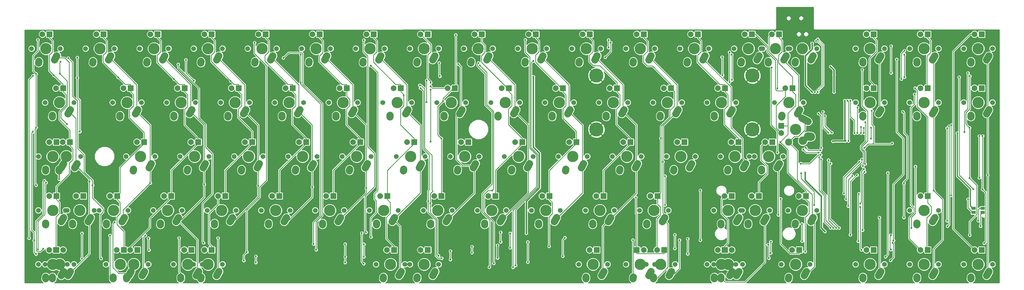
<source format=gtl>
G04 #@! TF.FileFunction,Copper,L1,Top,Signal*
%FSLAX46Y46*%
G04 Gerber Fmt 4.6, Leading zero omitted, Abs format (unit mm)*
G04 Created by KiCad (PCBNEW 4.0.5) date Sunday, March 05, 2017 'PMt' 02:31:46 PM*
%MOMM*%
%LPD*%
G01*
G04 APERTURE LIST*
%ADD10C,0.150000*%
%ADD11C,0.600000*%
%ADD12C,3.987810*%
%ADD13C,1.701810*%
%ADD14C,2.500000*%
%ADD15R,2.000000X2.000000*%
%ADD16C,2.000000*%
%ADD17C,3.000000*%
%ADD18R,1.600000X1.000000*%
%ADD19C,5.000000*%
%ADD20C,3.000000*%
%ADD21C,2.500000*%
%ADD22C,0.685800*%
%ADD23C,0.254000*%
%ADD24C,0.381000*%
%ADD25C,0.508000*%
%ADD26C,0.203200*%
G04 APERTURE END LIST*
D10*
D11*
X403352000Y-78359000D03*
X407924000Y-66675000D03*
X410972000Y-81407000D03*
X415036000Y-25019000D03*
X415036000Y-60071000D03*
X415036000Y-91059000D03*
X415036000Y-109945000D03*
X365823500Y-93154500D03*
D12*
X345281250Y-104775000D03*
D13*
X350361250Y-104775000D03*
X340201250Y-104775000D03*
D14*
X349091703Y-107315046D02*
X348280797Y-108774954D01*
X342780974Y-109275672D02*
X342741526Y-109854328D01*
D15*
X346551250Y-99695000D03*
D16*
X344011250Y-99695000D03*
D12*
X409575000Y-47625000D03*
D13*
X414655000Y-47625000D03*
X404495000Y-47625000D03*
D14*
X413385453Y-50165046D02*
X412574547Y-51624954D01*
X407074724Y-52125672D02*
X407035276Y-52704328D01*
D15*
X410845000Y-42545000D03*
D16*
X408305000Y-42545000D03*
D12*
X409575000Y-28575000D03*
D13*
X414655000Y-28575000D03*
X404495000Y-28575000D03*
D14*
X413385453Y-31115046D02*
X412574547Y-32574954D01*
X407074724Y-33075672D02*
X407035276Y-33654328D01*
D15*
X410845000Y-23495000D03*
D16*
X408305000Y-23495000D03*
D11*
X188976000Y-105664000D03*
X193040000Y-109728000D03*
X147320000Y-109728000D03*
X147320000Y-106680000D03*
X266700000Y-106172000D03*
X224028000Y-105664000D03*
X224028000Y-109728000D03*
X266700000Y-109728000D03*
X209245200Y-43586400D03*
X213969600Y-34950400D03*
X352750000Y-34750000D03*
X352750000Y-41250000D03*
X347500000Y-41250000D03*
X349500000Y-44500000D03*
X357250000Y-56000000D03*
X358750000Y-48250000D03*
X350000000Y-50038000D03*
X283000000Y-23500000D03*
X129500000Y-23500000D03*
X77500000Y-23500000D03*
X245000000Y-80000000D03*
X283500000Y-80000000D03*
X307213000Y-79500000D03*
X366500000Y-109500000D03*
X338000000Y-105000000D03*
X330000000Y-105000000D03*
X355073000Y-74695000D03*
X359823000Y-85945000D03*
X352823000Y-91445000D03*
X371073000Y-40945000D03*
X366573000Y-41445000D03*
X361323000Y-23445000D03*
X377698000Y-52578000D03*
X332740000Y-50038000D03*
X290195000Y-50292000D03*
X249555000Y-51308000D03*
X307213000Y-87249000D03*
X251460000Y-95377000D03*
X375920000Y-78994000D03*
D12*
X347662500Y-85725000D03*
D13*
X352742500Y-85725000D03*
X342582500Y-85725000D03*
D14*
X351472953Y-88265046D02*
X350662047Y-89724954D01*
X345162224Y-90225672D02*
X345122776Y-90804328D01*
D15*
X348932500Y-80645000D03*
D16*
X346392500Y-80645000D03*
D12*
X321468750Y-85725000D03*
D13*
X326548750Y-85725000D03*
X316388750Y-85725000D03*
D14*
X325279203Y-88265046D02*
X324468297Y-89724954D01*
X318968474Y-90225672D02*
X318929026Y-90804328D01*
D15*
X322738750Y-80645000D03*
D16*
X320198750Y-80645000D03*
D12*
X328612500Y-28575000D03*
D13*
X333692500Y-28575000D03*
X323532500Y-28575000D03*
D14*
X332422953Y-31115046D02*
X331612047Y-32574954D01*
X326112224Y-33075672D02*
X326072776Y-33654328D01*
D15*
X329882500Y-23495000D03*
D16*
X327342500Y-23495000D03*
D11*
X247904000Y-70866000D03*
X273812000Y-71374000D03*
X350823000Y-57195000D03*
X383032000Y-49530000D03*
X396240000Y-66675000D03*
X380073000Y-109945000D03*
X231267000Y-37465000D03*
X222377000Y-57150000D03*
X192405000Y-45720000D03*
X196215000Y-45720000D03*
X196215000Y-57785000D03*
X172720000Y-57785000D03*
X191770000Y-57785000D03*
X158115000Y-78740000D03*
X90170000Y-73025000D03*
X97790000Y-94615000D03*
X128905000Y-83185000D03*
X204470000Y-24765000D03*
X373507000Y-64643000D03*
X374269000Y-74930000D03*
X361188000Y-77089000D03*
X77216000Y-87439500D03*
X78486000Y-80010000D03*
X78486000Y-70548500D03*
X78803500Y-60642500D03*
X78803500Y-49720500D03*
D12*
X83343750Y-66675000D03*
D13*
X88423750Y-66675000D03*
X78263750Y-66675000D03*
D14*
X87154203Y-69215046D02*
X86343297Y-70674954D01*
X80843474Y-71175672D02*
X80804026Y-71754328D01*
D15*
X84613750Y-61595000D03*
D16*
X82073750Y-61595000D03*
D11*
X163195000Y-57785000D03*
X124460000Y-57150000D03*
X78740000Y-41275000D03*
X342900000Y-25400000D03*
X377825000Y-26035000D03*
X381000000Y-63500000D03*
X381000000Y-60960000D03*
X379730000Y-57785000D03*
X380365000Y-71755000D03*
X373380000Y-69850000D03*
X365760000Y-63500000D03*
X325755000Y-29845000D03*
X306705000Y-57150000D03*
X258445000Y-57785000D03*
X182880000Y-57785000D03*
X114935000Y-85725000D03*
X133350000Y-85725000D03*
X153035000Y-85725000D03*
X171450000Y-85725000D03*
X190500000Y-85725000D03*
X209550000Y-85725000D03*
X228600000Y-85725000D03*
X285750000Y-87122000D03*
X266700000Y-87122000D03*
X247650000Y-99187000D03*
X235585000Y-107315000D03*
X242887500Y-95885000D03*
X391160000Y-72644000D03*
D12*
X80962500Y-28575000D03*
D13*
X86042500Y-28575000D03*
X75882500Y-28575000D03*
D14*
X84772953Y-31115046D02*
X83962047Y-32574954D01*
X78462224Y-33075672D02*
X78422776Y-33654328D01*
D15*
X82232500Y-23495000D03*
D16*
X79692500Y-23495000D03*
D12*
X100012500Y-28575000D03*
D13*
X105092500Y-28575000D03*
X94932500Y-28575000D03*
D14*
X103822953Y-31115046D02*
X103012047Y-32574954D01*
X97512224Y-33075672D02*
X97472776Y-33654328D01*
D15*
X101282500Y-23495000D03*
D16*
X98742500Y-23495000D03*
D12*
X119062500Y-28575000D03*
D13*
X124142500Y-28575000D03*
X113982500Y-28575000D03*
D14*
X122872953Y-31115046D02*
X122062047Y-32574954D01*
X116562224Y-33075672D02*
X116522776Y-33654328D01*
D15*
X120332500Y-23495000D03*
D16*
X117792500Y-23495000D03*
D12*
X138112500Y-28575000D03*
D13*
X143192500Y-28575000D03*
X133032500Y-28575000D03*
D14*
X141922953Y-31115046D02*
X141112047Y-32574954D01*
X135612224Y-33075672D02*
X135572776Y-33654328D01*
D15*
X139382500Y-23495000D03*
D16*
X136842500Y-23495000D03*
D12*
X157162500Y-28575000D03*
D13*
X162242500Y-28575000D03*
X152082500Y-28575000D03*
D14*
X160972953Y-31115046D02*
X160162047Y-32574954D01*
X154662224Y-33075672D02*
X154622776Y-33654328D01*
D15*
X158432500Y-23495000D03*
D16*
X155892500Y-23495000D03*
D12*
X176212500Y-28575000D03*
D13*
X181292500Y-28575000D03*
X171132500Y-28575000D03*
D14*
X180022953Y-31115046D02*
X179212047Y-32574954D01*
X173712224Y-33075672D02*
X173672776Y-33654328D01*
D15*
X177482500Y-23495000D03*
D16*
X174942500Y-23495000D03*
D12*
X195262500Y-28575000D03*
D13*
X200342500Y-28575000D03*
X190182500Y-28575000D03*
D14*
X199072953Y-31115046D02*
X198262047Y-32574954D01*
X192762224Y-33075672D02*
X192722776Y-33654328D01*
D15*
X196532500Y-23495000D03*
D16*
X193992500Y-23495000D03*
D12*
X214312500Y-28575000D03*
D13*
X219392500Y-28575000D03*
X209232500Y-28575000D03*
D14*
X218122953Y-31115046D02*
X217312047Y-32574954D01*
X211812224Y-33075672D02*
X211772776Y-33654328D01*
D15*
X215582500Y-23495000D03*
D16*
X213042500Y-23495000D03*
D12*
X233362500Y-28575000D03*
D13*
X238442500Y-28575000D03*
X228282500Y-28575000D03*
D14*
X237172953Y-31115046D02*
X236362047Y-32574954D01*
X230862224Y-33075672D02*
X230822776Y-33654328D01*
D15*
X234632500Y-23495000D03*
D16*
X232092500Y-23495000D03*
D12*
X252412500Y-28575000D03*
D13*
X257492500Y-28575000D03*
X247332500Y-28575000D03*
D14*
X256222953Y-31115046D02*
X255412047Y-32574954D01*
X249912224Y-33075672D02*
X249872776Y-33654328D01*
D15*
X253682500Y-23495000D03*
D16*
X251142500Y-23495000D03*
D12*
X271462500Y-28575000D03*
D13*
X276542500Y-28575000D03*
X266382500Y-28575000D03*
D14*
X275272953Y-31115046D02*
X274462047Y-32574954D01*
X268962224Y-33075672D02*
X268922776Y-33654328D01*
D15*
X272732500Y-23495000D03*
D16*
X270192500Y-23495000D03*
D12*
X290512500Y-28575000D03*
D13*
X295592500Y-28575000D03*
X285432500Y-28575000D03*
D14*
X294322953Y-31115046D02*
X293512047Y-32574954D01*
X288012224Y-33075672D02*
X287972776Y-33654328D01*
D15*
X291782500Y-23495000D03*
D16*
X289242500Y-23495000D03*
D12*
X309562500Y-28575000D03*
D13*
X314642500Y-28575000D03*
X304482500Y-28575000D03*
D14*
X313372953Y-31115046D02*
X312562047Y-32574954D01*
X307062224Y-33075672D02*
X307022776Y-33654328D01*
D15*
X310832500Y-23495000D03*
D16*
X308292500Y-23495000D03*
D12*
X338137500Y-28575000D03*
D13*
X343217500Y-28575000D03*
X333057500Y-28575000D03*
D14*
X341947953Y-31115046D02*
X341137047Y-32574954D01*
X335637224Y-33075672D02*
X335597776Y-33654328D01*
D15*
X339407500Y-23495000D03*
D16*
X336867500Y-23495000D03*
D12*
X371475000Y-28575000D03*
D13*
X376555000Y-28575000D03*
X366395000Y-28575000D03*
D14*
X375285453Y-31115046D02*
X374474547Y-32574954D01*
X368974724Y-33075672D02*
X368935276Y-33654328D01*
D15*
X372745000Y-23495000D03*
D16*
X370205000Y-23495000D03*
D12*
X390525000Y-28575000D03*
D13*
X395605000Y-28575000D03*
X385445000Y-28575000D03*
D14*
X394335453Y-31115046D02*
X393524547Y-32574954D01*
X388024724Y-33075672D02*
X387985276Y-33654328D01*
D15*
X391795000Y-23495000D03*
D16*
X389255000Y-23495000D03*
D12*
X85725000Y-47625000D03*
D13*
X90805000Y-47625000D03*
X80645000Y-47625000D03*
D14*
X89535453Y-50165046D02*
X88724547Y-51624954D01*
X83224724Y-52125672D02*
X83185276Y-52704328D01*
D15*
X86995000Y-42545000D03*
D16*
X84455000Y-42545000D03*
D12*
X109537500Y-47625000D03*
D13*
X114617500Y-47625000D03*
X104457500Y-47625000D03*
D14*
X113347953Y-50165046D02*
X112537047Y-51624954D01*
X107037224Y-52125672D02*
X106997776Y-52704328D01*
D15*
X110807500Y-42545000D03*
D16*
X108267500Y-42545000D03*
D12*
X128587500Y-47625000D03*
D13*
X133667500Y-47625000D03*
X123507500Y-47625000D03*
D14*
X132397953Y-50165046D02*
X131587047Y-51624954D01*
X126087224Y-52125672D02*
X126047776Y-52704328D01*
D15*
X129857500Y-42545000D03*
D16*
X127317500Y-42545000D03*
D12*
X147637500Y-47625000D03*
D13*
X152717500Y-47625000D03*
X142557500Y-47625000D03*
D14*
X151447953Y-50165046D02*
X150637047Y-51624954D01*
X145137224Y-52125672D02*
X145097776Y-52704328D01*
D15*
X148907500Y-42545000D03*
D16*
X146367500Y-42545000D03*
D12*
X166687500Y-47625000D03*
D13*
X171767500Y-47625000D03*
X161607500Y-47625000D03*
D14*
X170497953Y-50165046D02*
X169687047Y-51624954D01*
X164187224Y-52125672D02*
X164147776Y-52704328D01*
D15*
X167957500Y-42545000D03*
D16*
X165417500Y-42545000D03*
D12*
X185737500Y-47625000D03*
D13*
X190817500Y-47625000D03*
X180657500Y-47625000D03*
D14*
X189547953Y-50165046D02*
X188737047Y-51624954D01*
X183237224Y-52125672D02*
X183197776Y-52704328D01*
D15*
X187007500Y-42545000D03*
D16*
X184467500Y-42545000D03*
D12*
X204787500Y-47625000D03*
D13*
X209867500Y-47625000D03*
X199707500Y-47625000D03*
D14*
X208597953Y-50165046D02*
X207787047Y-51624954D01*
X202287224Y-52125672D02*
X202247776Y-52704328D01*
D15*
X206057500Y-42545000D03*
D16*
X203517500Y-42545000D03*
D12*
X223837500Y-47625000D03*
D13*
X228917500Y-47625000D03*
X218757500Y-47625000D03*
D14*
X227647953Y-50165046D02*
X226837047Y-51624954D01*
X221337224Y-52125672D02*
X221297776Y-52704328D01*
D15*
X225107500Y-42545000D03*
D16*
X222567500Y-42545000D03*
D12*
X242887500Y-47625000D03*
D13*
X247967500Y-47625000D03*
X237807500Y-47625000D03*
D14*
X246697953Y-50165046D02*
X245887047Y-51624954D01*
X240387224Y-52125672D02*
X240347776Y-52704328D01*
D15*
X244157500Y-42545000D03*
D16*
X241617500Y-42545000D03*
D12*
X261937500Y-47625000D03*
D13*
X267017500Y-47625000D03*
X256857500Y-47625000D03*
D14*
X265747953Y-50165046D02*
X264937047Y-51624954D01*
X259437224Y-52125672D02*
X259397776Y-52704328D01*
D15*
X263207500Y-42545000D03*
D16*
X260667500Y-42545000D03*
D12*
X280987500Y-47625000D03*
D13*
X286067500Y-47625000D03*
X275907500Y-47625000D03*
D14*
X284797953Y-50165046D02*
X283987047Y-51624954D01*
X278487224Y-52125672D02*
X278447776Y-52704328D01*
D15*
X282257500Y-42545000D03*
D16*
X279717500Y-42545000D03*
D12*
X300037500Y-47625000D03*
D13*
X305117500Y-47625000D03*
X294957500Y-47625000D03*
D14*
X303847953Y-50165046D02*
X303037047Y-51624954D01*
X297537224Y-52125672D02*
X297497776Y-52704328D01*
D15*
X301307500Y-42545000D03*
D16*
X298767500Y-42545000D03*
D12*
X319087500Y-47625000D03*
D13*
X324167500Y-47625000D03*
X314007500Y-47625000D03*
D14*
X322897953Y-50165046D02*
X322087047Y-51624954D01*
X316587224Y-52125672D02*
X316547776Y-52704328D01*
D15*
X320357500Y-42545000D03*
D16*
X317817500Y-42545000D03*
D12*
X342900000Y-47625000D03*
D13*
X347980000Y-47625000D03*
X337820000Y-47625000D03*
D14*
X346710453Y-50165046D02*
X345899547Y-51624954D01*
X340399724Y-52125672D02*
X340360276Y-52704328D01*
D15*
X344170000Y-42545000D03*
D16*
X341630000Y-42545000D03*
D12*
X345281250Y-57150000D03*
D14*
X347458505Y-53138034D02*
X349643995Y-54351966D01*
D17*
X349572408Y-59635992D02*
X350570092Y-59704008D01*
D15*
X340201250Y-55880000D03*
D16*
X340201250Y-58420000D03*
D12*
X371475000Y-47625000D03*
D13*
X376555000Y-47625000D03*
X366395000Y-47625000D03*
D14*
X375285453Y-50165046D02*
X374474547Y-51624954D01*
X368974724Y-52125672D02*
X368935276Y-52704328D01*
D15*
X372745000Y-42545000D03*
D16*
X370205000Y-42545000D03*
D12*
X390525000Y-47625000D03*
D13*
X395605000Y-47625000D03*
X385445000Y-47625000D03*
D14*
X394335453Y-50165046D02*
X393524547Y-51624954D01*
X388024724Y-52125672D02*
X387985276Y-52704328D01*
D15*
X391795000Y-42545000D03*
D16*
X389255000Y-42545000D03*
D12*
X88106250Y-66675000D03*
D13*
X93186250Y-66675000D03*
X83026250Y-66675000D03*
D14*
X91916703Y-69215046D02*
X91105797Y-70674954D01*
X85605974Y-71175672D02*
X85566526Y-71754328D01*
D15*
X89376250Y-61595000D03*
D16*
X86836250Y-61595000D03*
D12*
X114300000Y-66675000D03*
D13*
X119380000Y-66675000D03*
X109220000Y-66675000D03*
D14*
X118110453Y-69215046D02*
X117299547Y-70674954D01*
X111799724Y-71175672D02*
X111760276Y-71754328D01*
D15*
X115570000Y-61595000D03*
D16*
X113030000Y-61595000D03*
D12*
X133350000Y-66675000D03*
D13*
X138430000Y-66675000D03*
X128270000Y-66675000D03*
D14*
X137160453Y-69215046D02*
X136349547Y-70674954D01*
X130849724Y-71175672D02*
X130810276Y-71754328D01*
D15*
X134620000Y-61595000D03*
D16*
X132080000Y-61595000D03*
D12*
X152400000Y-66675000D03*
D13*
X157480000Y-66675000D03*
X147320000Y-66675000D03*
D14*
X156210453Y-69215046D02*
X155399547Y-70674954D01*
X149899724Y-71175672D02*
X149860276Y-71754328D01*
D15*
X153670000Y-61595000D03*
D16*
X151130000Y-61595000D03*
D12*
X171450000Y-66675000D03*
D13*
X176530000Y-66675000D03*
X166370000Y-66675000D03*
D14*
X175260453Y-69215046D02*
X174449547Y-70674954D01*
X168949724Y-71175672D02*
X168910276Y-71754328D01*
D15*
X172720000Y-61595000D03*
D16*
X170180000Y-61595000D03*
D12*
X190500000Y-66675000D03*
D13*
X195580000Y-66675000D03*
X185420000Y-66675000D03*
D14*
X194310453Y-69215046D02*
X193499547Y-70674954D01*
X187999724Y-71175672D02*
X187960276Y-71754328D01*
D15*
X191770000Y-61595000D03*
D16*
X189230000Y-61595000D03*
D12*
X209550000Y-66675000D03*
D13*
X214630000Y-66675000D03*
X204470000Y-66675000D03*
D14*
X213360453Y-69215046D02*
X212549547Y-70674954D01*
X207049724Y-71175672D02*
X207010276Y-71754328D01*
D15*
X210820000Y-61595000D03*
D16*
X208280000Y-61595000D03*
D12*
X228600000Y-66675000D03*
D13*
X233680000Y-66675000D03*
X223520000Y-66675000D03*
D14*
X232410453Y-69215046D02*
X231599547Y-70674954D01*
X226099724Y-71175672D02*
X226060276Y-71754328D01*
D15*
X229870000Y-61595000D03*
D16*
X227330000Y-61595000D03*
D12*
X247650000Y-66675000D03*
D13*
X252730000Y-66675000D03*
X242570000Y-66675000D03*
D14*
X251460453Y-69215046D02*
X250649547Y-70674954D01*
X245149724Y-71175672D02*
X245110276Y-71754328D01*
D15*
X248920000Y-61595000D03*
D16*
X246380000Y-61595000D03*
D12*
X266700000Y-66675000D03*
D13*
X271780000Y-66675000D03*
X261620000Y-66675000D03*
D14*
X270510453Y-69215046D02*
X269699547Y-70674954D01*
X264199724Y-71175672D02*
X264160276Y-71754328D01*
D15*
X267970000Y-61595000D03*
D16*
X265430000Y-61595000D03*
D12*
X285750000Y-66675000D03*
D13*
X290830000Y-66675000D03*
X280670000Y-66675000D03*
D14*
X289560453Y-69215046D02*
X288749547Y-70674954D01*
X283249724Y-71175672D02*
X283210276Y-71754328D01*
D15*
X287020000Y-61595000D03*
D16*
X284480000Y-61595000D03*
D12*
X304800000Y-66675000D03*
D13*
X309880000Y-66675000D03*
X299720000Y-66675000D03*
D14*
X308610453Y-69215046D02*
X307799547Y-70674954D01*
X302299724Y-71175672D02*
X302260276Y-71754328D01*
D15*
X306070000Y-61595000D03*
D16*
X303530000Y-61595000D03*
D12*
X335756250Y-66675000D03*
D13*
X340836250Y-66675000D03*
X330676250Y-66675000D03*
D14*
X339566703Y-69215046D02*
X338755797Y-70674954D01*
X333255974Y-71175672D02*
X333216526Y-71754328D01*
D15*
X337026250Y-61595000D03*
D16*
X334486250Y-61595000D03*
D12*
X323850000Y-66675000D03*
D13*
X328930000Y-66675000D03*
X318770000Y-66675000D03*
D14*
X327660453Y-69215046D02*
X326849547Y-70674954D01*
X321349724Y-71175672D02*
X321310276Y-71754328D01*
D15*
X325120000Y-61595000D03*
D16*
X322580000Y-61595000D03*
D12*
X92868750Y-85725000D03*
D13*
X97948750Y-85725000D03*
X87788750Y-85725000D03*
D14*
X96679203Y-88265046D02*
X95868297Y-89724954D01*
X90368474Y-90225672D02*
X90329026Y-90804328D01*
D15*
X94138750Y-80645000D03*
D16*
X91598750Y-80645000D03*
D12*
X83343750Y-85725000D03*
D13*
X88423750Y-85725000D03*
X78263750Y-85725000D03*
D14*
X87154203Y-88265046D02*
X86343297Y-89724954D01*
X80843474Y-90225672D02*
X80804026Y-90804328D01*
D15*
X84613750Y-80645000D03*
D16*
X82073750Y-80645000D03*
D12*
X104775000Y-85725000D03*
D13*
X109855000Y-85725000D03*
X99695000Y-85725000D03*
D14*
X108585453Y-88265046D02*
X107774547Y-89724954D01*
X102274724Y-90225672D02*
X102235276Y-90804328D01*
D15*
X106045000Y-80645000D03*
D16*
X103505000Y-80645000D03*
D12*
X123825000Y-85725000D03*
D13*
X128905000Y-85725000D03*
X118745000Y-85725000D03*
D14*
X127635453Y-88265046D02*
X126824547Y-89724954D01*
X121324724Y-90225672D02*
X121285276Y-90804328D01*
D15*
X125095000Y-80645000D03*
D16*
X122555000Y-80645000D03*
D12*
X142875000Y-85725000D03*
D13*
X147955000Y-85725000D03*
X137795000Y-85725000D03*
D14*
X146685453Y-88265046D02*
X145874547Y-89724954D01*
X140374724Y-90225672D02*
X140335276Y-90804328D01*
D15*
X144145000Y-80645000D03*
D16*
X141605000Y-80645000D03*
D12*
X161925000Y-85725000D03*
D13*
X167005000Y-85725000D03*
X156845000Y-85725000D03*
D14*
X165735453Y-88265046D02*
X164924547Y-89724954D01*
X159424724Y-90225672D02*
X159385276Y-90804328D01*
D15*
X163195000Y-80645000D03*
D16*
X160655000Y-80645000D03*
D12*
X180975000Y-85725000D03*
D13*
X186055000Y-85725000D03*
X175895000Y-85725000D03*
D14*
X184785453Y-88265046D02*
X183974547Y-89724954D01*
X178474724Y-90225672D02*
X178435276Y-90804328D01*
D15*
X182245000Y-80645000D03*
D16*
X179705000Y-80645000D03*
D12*
X200025000Y-85725000D03*
D13*
X205105000Y-85725000D03*
X194945000Y-85725000D03*
D14*
X203835453Y-88265046D02*
X203024547Y-89724954D01*
X197524724Y-90225672D02*
X197485276Y-90804328D01*
D15*
X201295000Y-80645000D03*
D16*
X198755000Y-80645000D03*
D12*
X219075000Y-85725000D03*
D13*
X224155000Y-85725000D03*
X213995000Y-85725000D03*
D14*
X222885453Y-88265046D02*
X222074547Y-89724954D01*
X216574724Y-90225672D02*
X216535276Y-90804328D01*
D15*
X220345000Y-80645000D03*
D16*
X217805000Y-80645000D03*
D12*
X238125000Y-85725000D03*
D13*
X243205000Y-85725000D03*
X233045000Y-85725000D03*
D14*
X241935453Y-88265046D02*
X241124547Y-89724954D01*
X235624724Y-90225672D02*
X235585276Y-90804328D01*
D15*
X239395000Y-80645000D03*
D16*
X236855000Y-80645000D03*
D12*
X257175000Y-85725000D03*
D13*
X262255000Y-85725000D03*
X252095000Y-85725000D03*
D14*
X260985453Y-88265046D02*
X260174547Y-89724954D01*
X254674724Y-90225672D02*
X254635276Y-90804328D01*
D15*
X258445000Y-80645000D03*
D16*
X255905000Y-80645000D03*
D12*
X276225000Y-85725000D03*
D13*
X281305000Y-85725000D03*
X271145000Y-85725000D03*
D14*
X280035453Y-88265046D02*
X279224547Y-89724954D01*
X273724724Y-90225672D02*
X273685276Y-90804328D01*
D15*
X277495000Y-80645000D03*
D16*
X274955000Y-80645000D03*
D12*
X295275000Y-85725000D03*
D13*
X300355000Y-85725000D03*
X290195000Y-85725000D03*
D14*
X299085453Y-88265046D02*
X298274547Y-89724954D01*
X292774724Y-90225672D02*
X292735276Y-90804328D01*
D15*
X296545000Y-80645000D03*
D16*
X294005000Y-80645000D03*
D12*
X330993750Y-85725000D03*
D13*
X336073750Y-85725000D03*
X325913750Y-85725000D03*
D14*
X334804203Y-88265046D02*
X333993297Y-89724954D01*
X328493474Y-90225672D02*
X328454026Y-90804328D01*
D15*
X332263750Y-80645000D03*
D16*
X329723750Y-80645000D03*
D12*
X390525000Y-85725000D03*
D13*
X395605000Y-85725000D03*
X385445000Y-85725000D03*
D14*
X394335453Y-88265046D02*
X393524547Y-89724954D01*
X388024724Y-90225672D02*
X387985276Y-90804328D01*
D15*
X391795000Y-80645000D03*
D16*
X389255000Y-80645000D03*
D12*
X83343750Y-104775000D03*
D13*
X88423750Y-104775000D03*
X78263750Y-104775000D03*
D14*
X87154203Y-107315046D02*
X86343297Y-108774954D01*
X80843474Y-109275672D02*
X80804026Y-109854328D01*
D15*
X84613750Y-99695000D03*
D16*
X82073750Y-99695000D03*
D12*
X107156250Y-104775000D03*
D13*
X112236250Y-104775000D03*
X102076250Y-104775000D03*
D14*
X110966703Y-107315046D02*
X110155797Y-108774954D01*
X104655974Y-109275672D02*
X104616526Y-109854328D01*
D15*
X108426250Y-99695000D03*
D16*
X105886250Y-99695000D03*
D12*
X111918750Y-104775000D03*
D13*
X116998750Y-104775000D03*
X106838750Y-104775000D03*
D14*
X115729203Y-107315046D02*
X114918297Y-108774954D01*
X109418474Y-109275672D02*
X109379026Y-109854328D01*
D15*
X113188750Y-99695000D03*
D16*
X110648750Y-99695000D03*
D12*
X130968750Y-104775000D03*
D13*
X136048750Y-104775000D03*
X125888750Y-104775000D03*
D14*
X134779203Y-107315046D02*
X133968297Y-108774954D01*
X128468474Y-109275672D02*
X128429026Y-109854328D01*
D15*
X132238750Y-99695000D03*
D16*
X129698750Y-99695000D03*
D12*
X138112500Y-104775000D03*
D13*
X143192500Y-104775000D03*
X133032500Y-104775000D03*
D14*
X141922953Y-107315046D02*
X141112047Y-108774954D01*
X135612224Y-109275672D02*
X135572776Y-109854328D01*
D15*
X139382500Y-99695000D03*
D16*
X136842500Y-99695000D03*
D12*
X202406250Y-104775000D03*
D13*
X207486250Y-104775000D03*
X197326250Y-104775000D03*
D14*
X206216703Y-107315046D02*
X205405797Y-108774954D01*
X199905974Y-109275672D02*
X199866526Y-109854328D01*
D15*
X203676250Y-99695000D03*
D16*
X201136250Y-99695000D03*
D12*
X214312500Y-104775000D03*
D13*
X219392500Y-104775000D03*
X209232500Y-104775000D03*
D14*
X218122953Y-107315046D02*
X217312047Y-108774954D01*
X211812224Y-109275672D02*
X211772776Y-109854328D01*
D15*
X215582500Y-99695000D03*
D16*
X213042500Y-99695000D03*
D12*
X273843750Y-104775000D03*
D13*
X278923750Y-104775000D03*
X268763750Y-104775000D03*
D14*
X277654203Y-107315046D02*
X276843297Y-108774954D01*
X271343474Y-109275672D02*
X271304026Y-109854328D01*
D15*
X275113750Y-99695000D03*
D16*
X272573750Y-99695000D03*
D12*
X297656250Y-104775000D03*
D13*
X302736250Y-104775000D03*
X292576250Y-104775000D03*
D14*
X301466703Y-107315046D02*
X300655797Y-108774954D01*
X295155974Y-109275672D02*
X295116526Y-109854328D01*
D15*
X298926250Y-99695000D03*
D16*
X296386250Y-99695000D03*
D12*
X319087500Y-104775000D03*
D13*
X324167500Y-104775000D03*
X314007500Y-104775000D03*
D14*
X322897953Y-107315046D02*
X322087047Y-108774954D01*
X316587224Y-109275672D02*
X316547776Y-109854328D01*
D15*
X320357500Y-99695000D03*
D16*
X317817500Y-99695000D03*
D12*
X371475000Y-104775000D03*
D13*
X376555000Y-104775000D03*
X366395000Y-104775000D03*
D14*
X375285453Y-107315046D02*
X374474547Y-108774954D01*
X368974724Y-109275672D02*
X368935276Y-109854328D01*
D15*
X372745000Y-99695000D03*
D16*
X370205000Y-99695000D03*
D12*
X390525000Y-104775000D03*
D13*
X395605000Y-104775000D03*
X385445000Y-104775000D03*
D14*
X394335453Y-107315046D02*
X393524547Y-108774954D01*
X388024724Y-109275672D02*
X387985276Y-109854328D01*
D15*
X391795000Y-99695000D03*
D16*
X389255000Y-99695000D03*
D12*
X409575000Y-104775000D03*
D13*
X414655000Y-104775000D03*
X404495000Y-104775000D03*
D14*
X413385453Y-107315046D02*
X412574547Y-108774954D01*
X407074724Y-109275672D02*
X407035276Y-109854328D01*
D15*
X410845000Y-99695000D03*
D16*
X408305000Y-99695000D03*
D12*
X85725000Y-104775000D03*
D13*
X90805000Y-104775000D03*
X80645000Y-104775000D03*
D14*
X88724547Y-108774954D02*
X89535453Y-107315046D01*
X83185276Y-109854328D02*
X83224724Y-109275672D01*
D16*
X86995000Y-99695000D03*
D15*
X84455000Y-99695000D03*
D12*
X290512500Y-104775000D03*
D13*
X295592500Y-104775000D03*
X285432500Y-104775000D03*
D14*
X293512047Y-108774954D02*
X294322953Y-107315046D01*
X287972776Y-109854328D02*
X288012224Y-109275672D01*
D16*
X291782500Y-99695000D03*
D15*
X289242500Y-99695000D03*
D12*
X321468750Y-104775000D03*
D13*
X326548750Y-104775000D03*
X316388750Y-104775000D03*
D14*
X324468297Y-108774954D02*
X325279203Y-107315046D01*
X318929026Y-109854328D02*
X318968474Y-109275672D01*
D16*
X322738750Y-99695000D03*
D15*
X320198750Y-99695000D03*
D18*
X407975000Y-84975000D03*
X407975000Y-86475000D03*
X411175000Y-84975000D03*
X411175000Y-86475000D03*
D11*
X357568500Y-62928500D03*
D12*
X347662500Y-28575000D03*
D13*
X352742500Y-28575000D03*
X342582500Y-28575000D03*
D14*
X350662047Y-32574954D02*
X351472953Y-31115046D01*
X345122776Y-33654328D02*
X345162224Y-33075672D01*
D19*
X330000000Y-38100000D03*
X275000000Y-38100000D03*
X275000000Y-57150000D03*
X330000000Y-57150000D03*
D20*
X347781250Y-61150000D03*
D21*
X342781250Y-61650000D03*
D22*
X369760500Y-69342000D03*
X368744500Y-36068000D03*
X369824000Y-54597289D03*
X368935000Y-70104000D03*
X336804000Y-35306000D03*
X338836000Y-65278000D03*
X299212000Y-83820000D03*
X299212000Y-73644000D03*
X351790000Y-83820000D03*
X347218000Y-72644000D03*
X368046000Y-83312000D03*
X369316000Y-71120000D03*
X115951000Y-94615000D03*
X103505000Y-94615000D03*
X304292000Y-96219792D03*
X287909000Y-96219792D03*
X368874799Y-92710000D03*
X369570000Y-72136000D03*
X377761500Y-72517000D03*
X93631841Y-93859663D03*
X192300877Y-93725497D03*
X192976500Y-104584500D03*
X93599000Y-102743000D03*
X376936000Y-102108000D03*
X96273750Y-75635822D03*
X117705000Y-76093033D03*
X105156000Y-89916000D03*
X136755000Y-76550244D03*
X155795959Y-77007455D03*
X174855000Y-77464666D03*
X193905000Y-77921877D03*
X354856049Y-50911951D03*
X356806500Y-58293000D03*
X355573000Y-52445000D03*
X226314000Y-34036000D03*
X358013000Y-58293000D03*
X353334766Y-51551234D03*
X354266500Y-63690500D03*
X348834149Y-63586349D03*
X353979304Y-64550859D03*
X347936476Y-64259605D03*
X353388005Y-65328220D03*
X298450000Y-68580000D03*
X347026215Y-69210950D03*
X354076000Y-66103500D03*
X364540784Y-94361000D03*
X339161250Y-87308060D03*
X366880235Y-73257504D03*
X363791500Y-84175600D03*
X365221119Y-73574992D03*
X223012000Y-38671500D03*
X212979000Y-43561000D03*
X212979000Y-46228000D03*
X402209000Y-58420000D03*
X357573000Y-34945000D03*
X355573000Y-93195000D03*
X358773000Y-37895000D03*
X358775000Y-43945000D03*
X362573000Y-46945000D03*
X252806200Y-38531800D03*
X250308800Y-93802200D03*
X348615000Y-72378196D03*
X354330000Y-80772000D03*
X240157000Y-102552500D03*
X358378000Y-61310000D03*
X362839000Y-61214000D03*
X240157000Y-98044000D03*
X352414928Y-25874435D03*
X352073000Y-43945000D03*
X353063550Y-25275799D03*
X353073000Y-43945000D03*
X367073000Y-49445000D03*
X367045642Y-58403259D03*
X363573000Y-46945000D03*
X363855000Y-61214000D03*
X364573000Y-46945000D03*
X366014000Y-58420000D03*
X387477000Y-70231000D03*
X386080000Y-91948000D03*
X372110000Y-50546000D03*
X379285500Y-62039500D03*
X369443000Y-63690500D03*
X216481149Y-83261200D03*
X363042200Y-81762600D03*
X368601346Y-67732704D03*
X219329000Y-101727000D03*
X212725000Y-41529000D03*
X215709737Y-82448400D03*
X362305600Y-79756000D03*
X367726012Y-68536583D03*
X220472000Y-102616000D03*
X212979000Y-42545000D03*
X406019000Y-81788000D03*
X400164044Y-55608340D03*
X400050000Y-80391000D03*
X368300000Y-56261000D03*
X368300000Y-58420000D03*
X410438600Y-91287600D03*
X399364200Y-55981600D03*
X398780000Y-91313000D03*
X369316000Y-56642000D03*
X369316000Y-58420000D03*
X409625800Y-89382600D03*
X398650398Y-56688496D03*
X398653000Y-89408000D03*
X371856000Y-56515000D03*
X371856000Y-60325000D03*
X219819079Y-38377851D03*
X219583000Y-33655000D03*
X215138000Y-39878000D03*
X215138000Y-47498000D03*
X244602000Y-93853000D03*
X244602000Y-98933000D03*
X207111606Y-45085000D03*
X83740500Y-38036500D03*
X106383725Y-38735000D03*
X126096017Y-39370000D03*
X146050000Y-40005000D03*
X393930000Y-78740000D03*
X383413000Y-88250000D03*
X374750000Y-88250000D03*
X383032000Y-50895000D03*
X383406639Y-76183817D03*
X338823000Y-42695000D03*
X216535000Y-40640000D03*
X387350000Y-42545000D03*
X216535000Y-41910000D03*
X348615000Y-100330000D03*
X339852000Y-61595000D03*
X216535000Y-61468000D03*
X216535000Y-43053000D03*
X368046000Y-84582000D03*
X368427000Y-99695000D03*
X339979000Y-81661000D03*
X367314487Y-96633460D03*
X367538000Y-79883000D03*
X297750000Y-60271149D03*
X288925000Y-81153000D03*
X258318000Y-98425000D03*
X387223000Y-44704000D03*
X221004140Y-47117000D03*
X220345000Y-60325000D03*
X225425000Y-23749000D03*
X78105000Y-25491951D03*
X77470000Y-37465000D03*
X77470000Y-56515000D03*
X77470000Y-76835000D03*
X241236500Y-96872500D03*
X241236500Y-93472000D03*
X192976500Y-25563005D03*
X193802000Y-93472000D03*
X406628600Y-94488000D03*
X406577800Y-74352800D03*
X406666750Y-38303200D03*
X406577800Y-56540400D03*
X336499200Y-96752678D03*
X336473800Y-100812600D03*
X302651643Y-94349407D03*
X302641000Y-99187000D03*
X378841000Y-99568000D03*
X378841000Y-94488000D03*
X410019500Y-59436000D03*
X410019500Y-74231500D03*
X307200207Y-95778185D03*
X263136339Y-101908250D03*
X263906000Y-95377000D03*
X307213000Y-101092000D03*
X411162500Y-59436000D03*
X411149800Y-78308200D03*
X411728400Y-97307400D03*
X379756179Y-96397504D03*
X335564982Y-97820982D03*
X335788000Y-102616000D03*
X380873000Y-32385000D03*
X379448437Y-97224781D03*
X250825000Y-104013000D03*
X250825000Y-96901000D03*
X378714000Y-103378000D03*
X238255018Y-78716877D03*
X311658000Y-78676500D03*
X311658000Y-96266000D03*
X347472000Y-90551000D03*
X347535500Y-96583500D03*
X238823500Y-104457500D03*
X233934000Y-34544000D03*
X402900000Y-38681071D03*
X407900000Y-78200000D03*
X383600000Y-38681071D03*
X383600000Y-30700000D03*
X322780222Y-39653992D03*
X322707000Y-30734000D03*
X252816743Y-32893000D03*
X246507000Y-105156000D03*
X280035000Y-26416000D03*
X278123000Y-31623000D03*
X382500000Y-39347822D03*
X383600000Y-29300000D03*
X249936000Y-25527000D03*
X321945000Y-40386000D03*
X321945000Y-29845000D03*
X245618000Y-105854500D03*
X404749000Y-58039000D03*
X406000000Y-37172712D03*
X378900000Y-37172712D03*
X378900000Y-27700000D03*
X319473000Y-37995000D03*
X319309245Y-31584735D03*
X233426000Y-33655000D03*
X237236000Y-105791000D03*
X279273000Y-25527000D03*
X279273000Y-28194000D03*
X80374300Y-75238871D03*
X80010000Y-99272068D03*
X176212500Y-99645149D03*
X164655500Y-31877000D03*
X223520000Y-100076000D03*
X223520000Y-103124000D03*
X154500000Y-26500000D03*
X80985246Y-75933129D03*
X78168500Y-99568000D03*
X151752696Y-100478007D03*
X150690828Y-103468324D03*
X97384866Y-76898500D03*
X100393500Y-102743000D03*
X88773000Y-31940500D03*
X186420361Y-97667504D03*
X186436000Y-104140000D03*
X154940000Y-101969000D03*
X154940000Y-104140000D03*
X186436000Y-102108000D03*
X231140000Y-98552000D03*
X231140000Y-100625000D03*
X193040000Y-97698039D03*
X193040000Y-102108000D03*
X74993500Y-95567500D03*
X76390500Y-38163500D03*
X117284500Y-99758500D03*
X117094000Y-95567500D03*
X117094000Y-95567500D03*
X76771500Y-96372991D03*
X76390500Y-57912000D03*
X77455156Y-101190083D03*
X195516500Y-95123000D03*
X195516500Y-34607500D03*
X92011600Y-31727234D03*
X170800000Y-30722000D03*
X170800000Y-40671751D03*
X175273000Y-97595000D03*
X92900500Y-57912000D03*
X130251200Y-32562800D03*
X133096000Y-39928800D03*
X91998800Y-38912800D03*
X86106000Y-33274000D03*
X85853771Y-37452831D03*
X88392000Y-55308500D03*
X136481589Y-97180879D03*
X127571500Y-34163000D03*
X360573000Y-91945000D03*
X357573000Y-69195000D03*
X356823000Y-67945000D03*
X359573000Y-91945000D03*
X354246100Y-67695000D03*
X358573000Y-91945000D03*
X357573000Y-91945000D03*
X353573000Y-66945000D03*
X351073000Y-26750000D03*
X351073000Y-43945000D03*
X85598000Y-74676000D03*
X141605000Y-95504000D03*
X127889000Y-95504000D03*
X412980000Y-73279000D03*
D23*
X369760500Y-69342000D02*
X369760500Y-65004190D01*
X369760500Y-65004190D02*
X368744500Y-63988190D01*
X368744500Y-63988190D02*
X368744500Y-63121045D01*
X368744500Y-63121045D02*
X370697433Y-61168112D01*
X370697433Y-61168112D02*
X370697433Y-50836718D01*
X370697433Y-50836718D02*
X368744500Y-48883785D01*
X368744500Y-48883785D02*
X368744500Y-36068000D01*
D24*
X347781250Y-61150000D02*
X348591250Y-61150000D01*
X348591250Y-61150000D02*
X350071250Y-59670000D01*
D23*
X368935000Y-70104000D02*
X368935000Y-69171310D01*
X368935000Y-69171310D02*
X369303290Y-68803020D01*
X368287290Y-64177572D02*
X368287291Y-62931662D01*
X368287291Y-62931662D02*
X369989101Y-61229852D01*
X369989101Y-54762390D02*
X369824000Y-54597289D01*
X369303290Y-68803020D02*
X369303290Y-65193572D01*
X369303290Y-65193572D02*
X368287290Y-64177572D01*
X369989101Y-61229852D02*
X369989101Y-54762390D01*
X338836000Y-65278000D02*
X338836000Y-57701342D01*
X336638894Y-35471106D02*
X336804000Y-35306000D01*
X338836000Y-57701342D02*
X336638894Y-55504236D01*
X336638894Y-55504236D02*
X336638894Y-35471106D01*
X369316000Y-71120000D02*
X368405034Y-72030966D01*
X368405034Y-82952966D02*
X368046000Y-83312000D01*
X368405034Y-72030966D02*
X368405034Y-82952966D01*
X299212000Y-83820000D02*
X299212000Y-73644000D01*
X347218000Y-72644000D02*
X347218000Y-74486196D01*
X347218000Y-74486196D02*
X351790000Y-79058196D01*
X351790000Y-79058196D02*
X351790000Y-83820000D01*
X115951000Y-94615000D02*
X115951000Y-94661490D01*
X115951000Y-94661490D02*
X115323750Y-95288740D01*
X115323750Y-95288740D02*
X115323750Y-108045000D01*
X104636250Y-109565000D02*
X103561718Y-108490468D01*
X103561718Y-108490468D02*
X103561718Y-94671718D01*
X103561718Y-94671718D02*
X103505000Y-94615000D01*
X301061250Y-108045000D02*
X302591135Y-108045000D01*
X304292000Y-106344135D02*
X304292000Y-96219792D01*
X302591135Y-108045000D02*
X304292000Y-106344135D01*
X287909000Y-107847078D02*
X287909000Y-96219792D01*
X287992500Y-107930578D02*
X287909000Y-107847078D01*
X287992500Y-109565000D02*
X287992500Y-107930578D01*
X368874799Y-72831201D02*
X368874799Y-92710000D01*
X369570000Y-72136000D02*
X368874799Y-72831201D01*
X377736106Y-74930000D02*
X377736106Y-101307894D01*
X377761500Y-72517000D02*
X377761500Y-74904606D01*
X377761500Y-74904606D02*
X377736106Y-74930000D01*
X93599000Y-93892504D02*
X93631841Y-93859663D01*
X93599000Y-102743000D02*
X93599000Y-93892504D01*
X192300877Y-103908877D02*
X192300877Y-93725497D01*
X192976500Y-104584500D02*
X192300877Y-103908877D01*
X377736106Y-101307894D02*
X376936000Y-102108000D01*
X89130000Y-50895000D02*
X89130000Y-33466776D01*
X89130000Y-33466776D02*
X87508224Y-31845000D01*
X87508224Y-31845000D02*
X84367500Y-31845000D01*
X91511250Y-69945000D02*
X91511250Y-53276250D01*
X91511250Y-53276250D02*
X89130000Y-50895000D01*
X96273750Y-75635822D02*
X96273750Y-74707500D01*
X96273750Y-74707500D02*
X91511250Y-69945000D01*
X96273750Y-88995000D02*
X96273750Y-75635822D01*
X89130000Y-108045000D02*
X90634190Y-106540810D01*
X96273750Y-101054288D02*
X96273750Y-88995000D01*
X90634190Y-106540810D02*
X90787228Y-106540810D01*
X90787228Y-106540810D02*
X96273750Y-101054288D01*
X108180000Y-85618033D02*
X117705000Y-76093033D01*
X108180000Y-88995000D02*
X108180000Y-85618033D01*
X117705000Y-69945000D02*
X117705000Y-76093033D01*
X110561250Y-108045000D02*
X106642827Y-108045000D01*
X106642827Y-108045000D02*
X104556049Y-105958222D01*
X104556049Y-105958222D02*
X104556049Y-90515951D01*
X104556049Y-90515951D02*
X105156000Y-89916000D01*
X117705000Y-69945000D02*
X117705000Y-55657500D01*
X117705000Y-55657500D02*
X112942500Y-50895000D01*
X112942500Y-50895000D02*
X112942500Y-41370000D01*
X112942500Y-41370000D02*
X103417500Y-31845000D01*
X136755000Y-80999885D02*
X136755000Y-76550244D01*
X128759885Y-88995000D02*
X136755000Y-80999885D01*
X136755000Y-69945000D02*
X136755000Y-76550244D01*
X127230000Y-88995000D02*
X128759885Y-88995000D01*
X131992500Y-50895000D02*
X131992500Y-41370000D01*
X131992500Y-41370000D02*
X122467500Y-31845000D01*
X136755000Y-69945000D02*
X136755000Y-55657500D01*
X136755000Y-55657500D02*
X131992500Y-50895000D01*
X134373750Y-108045000D02*
X134373750Y-96138750D01*
X134373750Y-96138750D02*
X127230000Y-88995000D01*
X155795959Y-81008926D02*
X155795959Y-77007455D01*
X147809885Y-88995000D02*
X155795959Y-81008926D01*
X155805000Y-69945000D02*
X155805000Y-76998414D01*
X155805000Y-76998414D02*
X155795959Y-77007455D01*
X146280000Y-88995000D02*
X147809885Y-88995000D01*
X155805000Y-69945000D02*
X155805000Y-55657500D01*
X155805000Y-55657500D02*
X151042500Y-50895000D01*
X141517500Y-31845000D02*
X151042500Y-41370000D01*
X151042500Y-41370000D02*
X151042500Y-50895000D01*
X166859885Y-88995000D02*
X174855000Y-80999885D01*
X165330000Y-88995000D02*
X166859885Y-88995000D01*
X174855000Y-80999885D02*
X174855000Y-77464666D01*
X174855000Y-69945000D02*
X174855000Y-77464666D01*
X170092500Y-50895000D02*
X170092500Y-41370000D01*
X170092500Y-41370000D02*
X160567500Y-31845000D01*
X174855000Y-69945000D02*
X174855000Y-55657500D01*
X174855000Y-55657500D02*
X170092500Y-50895000D01*
X186037228Y-87490810D02*
X193905000Y-79623038D01*
X185884190Y-87490810D02*
X186037228Y-87490810D01*
X193905000Y-79623038D02*
X193905000Y-77921877D01*
X193905000Y-69945000D02*
X193905000Y-77921877D01*
X184380000Y-88995000D02*
X185884190Y-87490810D01*
X189142500Y-50895000D02*
X189142500Y-41370000D01*
X189142500Y-41370000D02*
X179617500Y-31845000D01*
X193905000Y-69945000D02*
X193905000Y-55657500D01*
X193905000Y-55657500D02*
X189142500Y-50895000D01*
X356806500Y-58293000D02*
X354856049Y-56342549D01*
X354856049Y-56342549D02*
X354856049Y-50911951D01*
X205811250Y-108045000D02*
X205811250Y-91376250D01*
X205811250Y-91376250D02*
X203430000Y-88995000D01*
X203430000Y-88995000D02*
X204934190Y-87490810D01*
X204934190Y-87490810D02*
X205087228Y-87490810D01*
X205087228Y-87490810D02*
X212955000Y-79623038D01*
X212955000Y-79623038D02*
X212955000Y-69945000D01*
X212955000Y-69945000D02*
X212955000Y-55657500D01*
X212955000Y-55657500D02*
X208192500Y-50895000D01*
X208192500Y-50895000D02*
X208192500Y-41370000D01*
X208192500Y-41370000D02*
X198667500Y-31845000D01*
X355573000Y-52445000D02*
X355573000Y-55853000D01*
X355573000Y-55853000D02*
X358013000Y-58293000D01*
X226314000Y-34036000D02*
X227242500Y-34964500D01*
X227242500Y-34964500D02*
X227242500Y-50895000D01*
X232005000Y-69945000D02*
X227859500Y-69945000D01*
X227859500Y-69945000D02*
X225738310Y-67823810D01*
X225738310Y-67823810D02*
X225738310Y-52399190D01*
X225738310Y-52399190D02*
X227242500Y-50895000D01*
X222480000Y-88995000D02*
X223984190Y-87490810D01*
X223984190Y-87490810D02*
X224137228Y-87490810D01*
X224137228Y-87490810D02*
X232005000Y-79623038D01*
X232005000Y-79623038D02*
X232005000Y-69945000D01*
X354266500Y-63690500D02*
X354266500Y-52482968D01*
X354266500Y-52482968D02*
X353334766Y-51551234D01*
X241530000Y-88995000D02*
X243034190Y-87490810D01*
X243034190Y-87490810D02*
X243187228Y-87490810D01*
X243187228Y-87490810D02*
X251055000Y-79623038D01*
X251055000Y-79623038D02*
X251055000Y-69945000D01*
X251055000Y-69945000D02*
X251055000Y-55657500D01*
X251055000Y-55657500D02*
X246292500Y-50895000D01*
X246292500Y-50895000D02*
X246292500Y-41370000D01*
X246292500Y-41370000D02*
X236767500Y-31845000D01*
X353979304Y-64550859D02*
X349798659Y-64550859D01*
X349798659Y-64550859D02*
X348834149Y-63586349D01*
X260580000Y-88995000D02*
X262084190Y-87490810D01*
X262084190Y-87490810D02*
X262237228Y-87490810D01*
X262237228Y-87490810D02*
X270105000Y-79623038D01*
X270105000Y-79623038D02*
X270105000Y-69945000D01*
X270105000Y-69945000D02*
X270105000Y-55657500D01*
X270105000Y-55657500D02*
X265342500Y-50895000D01*
X265342500Y-50895000D02*
X265342500Y-41370000D01*
X265342500Y-41370000D02*
X255817500Y-31845000D01*
X353388005Y-65328220D02*
X349005091Y-65328220D01*
X349005091Y-65328220D02*
X347936476Y-64259605D01*
X277248750Y-108045000D02*
X277248750Y-91376250D01*
X277248750Y-91376250D02*
X279630000Y-88995000D01*
X279630000Y-88995000D02*
X281134190Y-87490810D01*
X281134190Y-87490810D02*
X281287228Y-87490810D01*
X281287228Y-87490810D02*
X289155000Y-79623038D01*
X289155000Y-79623038D02*
X289155000Y-69945000D01*
X289155000Y-69945000D02*
X289155000Y-55657500D01*
X289155000Y-55657500D02*
X284392500Y-50895000D01*
X284392500Y-50895000D02*
X284392500Y-41370000D01*
X284392500Y-41370000D02*
X274867500Y-31845000D01*
X298450000Y-55887500D02*
X298450000Y-68580000D01*
X298450000Y-68580000D02*
X298450000Y-86755822D01*
X303442500Y-50895000D02*
X298450000Y-55887500D01*
X298450000Y-86755822D02*
X298680000Y-86985822D01*
X298680000Y-86985822D02*
X298680000Y-88995000D01*
X354076000Y-66103500D02*
X353276080Y-66103500D01*
X353276080Y-66103500D02*
X350168630Y-69210950D01*
X350168630Y-69210950D02*
X347026215Y-69210950D01*
X295136250Y-109565000D02*
X296535475Y-109565000D01*
X296535475Y-109565000D02*
X300256451Y-105844024D01*
X300256451Y-105844024D02*
X300256451Y-90571451D01*
X300256451Y-90571451D02*
X298680000Y-88995000D01*
X303442500Y-50895000D02*
X303442500Y-41370000D01*
X303442500Y-41370000D02*
X293917500Y-31845000D01*
X364540784Y-75596955D02*
X364540784Y-94361000D01*
X366880235Y-73257504D02*
X364540784Y-75596955D01*
X326450201Y-67131023D02*
X326450201Y-60395000D01*
X322492500Y-50895000D02*
X322492500Y-56437299D01*
X322492500Y-56437299D02*
X326450201Y-60395000D01*
X339161250Y-69945000D02*
X339161250Y-87308060D01*
X322492500Y-50895000D02*
X322492500Y-42121818D01*
X322492500Y-42121818D02*
X312967500Y-32596818D01*
X312967500Y-32596818D02*
X312967500Y-31845000D01*
X339217000Y-70000750D02*
X339161250Y-69945000D01*
X327255000Y-69945000D02*
X327255000Y-67935822D01*
X327255000Y-67935822D02*
X326450201Y-67131023D01*
X327431400Y-111074200D02*
X334398750Y-104106850D01*
X334398750Y-104106850D02*
X334398750Y-88995000D01*
X318948750Y-109565000D02*
X320457950Y-111074200D01*
X320457950Y-111074200D02*
X327431400Y-111074200D01*
X348686250Y-108045000D02*
X349475961Y-108045000D01*
X351067500Y-89315404D02*
X351067500Y-88995000D01*
X349475961Y-108045000D02*
X351841997Y-105678964D01*
X351841997Y-105678964D02*
X351841997Y-90089901D01*
X351841997Y-90089901D02*
X351067500Y-89315404D01*
X342781250Y-61650000D02*
X344861451Y-59569799D01*
X344861451Y-59569799D02*
X346301129Y-59569799D01*
X346301129Y-59569799D02*
X348551250Y-57319678D01*
X348551250Y-57319678D02*
X348551250Y-53745000D01*
X345884500Y-75002638D02*
X345884500Y-64753250D01*
X345884500Y-64753250D02*
X342781250Y-61650000D01*
X351067500Y-88995000D02*
X351067500Y-80185638D01*
X351067500Y-80185638D02*
X345884500Y-75002638D01*
X348968904Y-54648550D02*
X348065354Y-53745000D01*
X348065354Y-53745000D02*
X348551250Y-53745000D01*
X363791500Y-75004611D02*
X363791500Y-84175600D01*
X341542500Y-31845000D02*
X342265730Y-31845000D01*
X342265730Y-31845000D02*
X342928473Y-31182257D01*
X346305000Y-50895000D02*
X346305000Y-38002031D01*
X346305000Y-38002031D02*
X341542500Y-33239531D01*
X341542500Y-33239531D02*
X341542500Y-31845000D01*
X363791500Y-75004611D02*
X365221119Y-73574992D01*
X212979000Y-46228000D02*
X212979000Y-43561000D01*
D24*
X407975000Y-84975000D02*
X407675000Y-84975000D01*
X407675000Y-84975000D02*
X406794000Y-84094000D01*
X406794000Y-84094000D02*
X406794000Y-78174772D01*
X406794000Y-78174772D02*
X402209000Y-73589772D01*
X402209000Y-73589772D02*
X402209000Y-58420000D01*
D25*
X358773000Y-37895000D02*
X358773000Y-36145000D01*
X358773000Y-36145000D02*
X357573000Y-34945000D01*
X354330000Y-80772000D02*
X354330000Y-91952000D01*
X354330000Y-91952000D02*
X355573000Y-93195000D01*
X358775000Y-43945000D02*
X358775000Y-37897000D01*
X358775000Y-37897000D02*
X358773000Y-37895000D01*
X362573000Y-46945000D02*
X362573000Y-60948000D01*
X362573000Y-60948000D02*
X362839000Y-61214000D01*
X250308800Y-93802200D02*
X250308800Y-82470658D01*
X254933475Y-77845982D02*
X254933475Y-65500360D01*
X250308800Y-82470658D02*
X254933475Y-77845982D01*
X254933475Y-65500360D02*
X252806200Y-63373085D01*
X252806200Y-63373085D02*
X252806200Y-38531800D01*
X348615000Y-75057000D02*
X348615000Y-72378196D01*
X354330000Y-80772000D02*
X348615000Y-75057000D01*
D24*
X240157000Y-102552500D02*
X240157000Y-98044000D01*
D25*
X362839000Y-61214000D02*
X358474000Y-61214000D01*
X358474000Y-61214000D02*
X358378000Y-61310000D01*
D26*
X352414928Y-25874435D02*
X352456526Y-25916033D01*
X352456526Y-25916033D02*
X352926033Y-25916033D01*
X352926033Y-25916033D02*
X354625559Y-27615559D01*
X354625559Y-27615559D02*
X354625559Y-41392441D01*
X354625559Y-41392441D02*
X352073000Y-43945000D01*
X353063550Y-25275799D02*
X355055282Y-27267531D01*
X355055282Y-27267531D02*
X355055282Y-28675218D01*
X353073000Y-43945000D02*
X353073000Y-43521869D01*
X353073000Y-43521869D02*
X355055282Y-41539587D01*
X355055282Y-41539587D02*
X355055282Y-28675218D01*
D23*
X367045642Y-58403259D02*
X367055654Y-58393247D01*
X367055654Y-58393247D02*
X367055654Y-49462346D01*
X367055654Y-49462346D02*
X367073000Y-49445000D01*
X363573000Y-46945000D02*
X363977201Y-47349201D01*
X363977201Y-47349201D02*
X363977201Y-60606866D01*
X363977201Y-60606866D02*
X363855000Y-60729067D01*
X363855000Y-60729067D02*
X363855000Y-61214000D01*
X364573000Y-52574699D02*
X366014000Y-54015699D01*
X364573000Y-46945000D02*
X364573000Y-52574699D01*
X366014000Y-54015699D02*
X366014000Y-58420000D01*
X386080000Y-91948000D02*
X386080000Y-88211700D01*
X386080000Y-88211700D02*
X387477000Y-86814700D01*
X387477000Y-86814700D02*
X387477000Y-70231000D01*
X372783101Y-61848999D02*
X372783101Y-56064911D01*
X372110000Y-50546000D02*
X372110000Y-55391810D01*
X372110000Y-55391810D02*
X372783101Y-56064911D01*
X372338600Y-62293500D02*
X372783101Y-61848999D01*
X372338600Y-62293500D02*
X379031500Y-62293500D01*
X370840000Y-62293500D02*
X372338600Y-62293500D01*
X379031500Y-62293500D02*
X379285500Y-62039500D01*
X369443000Y-63690500D02*
X370840000Y-62293500D01*
X216481149Y-83261200D02*
X216481149Y-86561429D01*
X216481149Y-79853422D02*
X216481149Y-83261200D01*
X368601346Y-67732704D02*
X368601346Y-68648041D01*
X368601346Y-68648041D02*
X363042200Y-74207187D01*
X363042200Y-74207187D02*
X363042200Y-81762600D01*
X217432764Y-78901807D02*
X216481149Y-79853422D01*
X216481149Y-86561429D02*
X218879879Y-88960159D01*
X218879879Y-88960159D02*
X218879879Y-101277879D01*
X218879879Y-101277879D02*
X219329000Y-101727000D01*
X212725000Y-41529000D02*
X213209933Y-41529000D01*
X213209933Y-41529000D02*
X214471249Y-42790316D01*
X214471249Y-42790316D02*
X214471249Y-63722249D01*
X214471249Y-63722249D02*
X217043000Y-66294000D01*
X217043000Y-66294000D02*
X217043000Y-78512043D01*
X217043000Y-78512043D02*
X217432764Y-78901807D01*
X215709737Y-78831607D02*
X215709737Y-82448400D01*
X215709737Y-82448400D02*
X215709737Y-86427629D01*
X367726012Y-68536583D02*
X362305600Y-73956995D01*
X362305600Y-73956995D02*
X362305600Y-79756000D01*
X218413712Y-89131604D02*
X218413712Y-101798504D01*
X218413712Y-101798504D02*
X219231208Y-102616000D01*
X219231208Y-102616000D02*
X220472000Y-102616000D01*
X212979000Y-42545000D02*
X214020389Y-43586389D01*
X214020389Y-43586389D02*
X214020390Y-64007754D01*
X214020390Y-64007754D02*
X216052636Y-66040000D01*
X216052636Y-66040000D02*
X216052636Y-78488708D01*
X216052636Y-78488708D02*
X215709737Y-78831607D01*
X215709737Y-86427629D02*
X218413712Y-89131604D01*
X407975000Y-86475000D02*
X407675000Y-86475000D01*
X407675000Y-86475000D02*
X406019000Y-84819000D01*
X406019000Y-84819000D02*
X406019000Y-81788000D01*
X400050000Y-80391000D02*
X400050000Y-55722384D01*
X400050000Y-55722384D02*
X400164044Y-55608340D01*
X368300000Y-58420000D02*
X368300000Y-56261000D01*
X410438600Y-91287600D02*
X410438600Y-87211400D01*
X410438600Y-87211400D02*
X411175000Y-86475000D01*
X399383249Y-90709751D02*
X399383249Y-56000649D01*
X399383249Y-56000649D02*
X399364200Y-55981600D01*
X399383249Y-90709751D02*
X398780000Y-91313000D01*
X369316000Y-58420000D02*
X369316000Y-56642000D01*
X409625800Y-89382600D02*
X409625800Y-85470200D01*
X409625800Y-85470200D02*
X410121000Y-84975000D01*
X410121000Y-84975000D02*
X411175000Y-84975000D01*
X411175000Y-84975000D02*
X410875000Y-84975000D01*
X398653000Y-56691098D02*
X398650398Y-56688496D01*
X398653000Y-89408000D02*
X398653000Y-56691098D01*
X371856000Y-60325000D02*
X371856000Y-56515000D01*
X219583000Y-38141772D02*
X219819079Y-38377851D01*
X219583000Y-33655000D02*
X219583000Y-38141772D01*
X215138000Y-47498000D02*
X215138000Y-39878000D01*
X244602000Y-98933000D02*
X244602000Y-93853000D01*
X207111606Y-48740572D02*
X207111606Y-45085000D01*
X207111606Y-45085000D02*
X207111606Y-44853106D01*
X203676250Y-99695000D02*
X203676250Y-98441000D01*
X203676250Y-98441000D02*
X201017059Y-95781809D01*
X202349106Y-82953106D02*
X201295000Y-81899000D01*
X201017059Y-95781809D02*
X201017059Y-88172619D01*
X201017059Y-88172619D02*
X202349106Y-86840572D01*
X202349106Y-86840572D02*
X202349106Y-82953106D01*
X201295000Y-81899000D02*
X201295000Y-80645000D01*
X201295000Y-80645000D02*
X201295000Y-71598038D01*
X201295000Y-71598038D02*
X210820000Y-62073038D01*
X210820000Y-62073038D02*
X210820000Y-61595000D01*
X210820000Y-61595000D02*
X210820000Y-60341000D01*
X210820000Y-60341000D02*
X205994000Y-55515000D01*
X205994000Y-55515000D02*
X205994000Y-49858178D01*
X205994000Y-49858178D02*
X207111606Y-48740572D01*
X207111606Y-44853106D02*
X206057500Y-43799000D01*
X206057500Y-43799000D02*
X206057500Y-42545000D01*
X206057500Y-42545000D02*
X206057500Y-41291000D01*
X204201465Y-41214799D02*
X196378072Y-33391406D01*
X206057500Y-41291000D02*
X205981299Y-41214799D01*
X205981299Y-41214799D02*
X204201465Y-41214799D01*
X196378072Y-33391406D02*
X196378072Y-30899106D01*
X196378072Y-30899106D02*
X197586606Y-29690572D01*
X197586606Y-29690572D02*
X197586606Y-25803106D01*
X197586606Y-25803106D02*
X196532500Y-24749000D01*
X196532500Y-24749000D02*
X196532500Y-23495000D01*
X84613750Y-80645000D02*
X84613750Y-77368164D01*
X84613750Y-77368164D02*
X89126872Y-72855042D01*
X89126872Y-72855042D02*
X89126872Y-69084658D01*
X89126872Y-69084658D02*
X90424006Y-67787524D01*
X90424006Y-67787524D02*
X90424006Y-63896756D01*
X90424006Y-63896756D02*
X89376250Y-62849000D01*
X89376250Y-62849000D02*
X89376250Y-61595000D01*
X86995000Y-43799000D02*
X86995000Y-42545000D01*
X88042756Y-44846756D02*
X86995000Y-43799000D01*
X85761978Y-53809460D02*
X85761978Y-50888513D01*
X85761978Y-50888513D02*
X88042756Y-48607735D01*
X89376250Y-61595000D02*
X89376250Y-57423732D01*
X88042756Y-48607735D02*
X88042756Y-44846756D01*
X89376250Y-57423732D02*
X85761978Y-53809460D01*
X86995000Y-41291000D02*
X83740500Y-38036500D01*
X83740500Y-38036500D02*
X82078072Y-36374072D01*
X82078072Y-36374072D02*
X82078072Y-30899106D01*
X86995000Y-42545000D02*
X86995000Y-41291000D01*
X83286606Y-29690572D02*
X83286606Y-25803106D01*
X82078072Y-30899106D02*
X83286606Y-29690572D01*
X83286606Y-25803106D02*
X82232500Y-24749000D01*
X82232500Y-24749000D02*
X82232500Y-23495000D01*
X84455000Y-99695000D02*
X84455000Y-88053428D01*
X84455000Y-88053428D02*
X85667856Y-86840572D01*
X85667856Y-86840572D02*
X85667856Y-82953106D01*
X85667856Y-82953106D02*
X84613750Y-81899000D01*
X84613750Y-81899000D02*
X84613750Y-80645000D01*
X108863524Y-41214799D02*
X106383725Y-38735000D01*
X106383725Y-38735000D02*
X101078652Y-33429927D01*
X110807500Y-42545000D02*
X110807500Y-41291000D01*
X101078652Y-30948526D02*
X102336606Y-29690572D01*
X110807500Y-41291000D02*
X110731299Y-41214799D01*
X110731299Y-41214799D02*
X108863524Y-41214799D01*
X101078652Y-33429927D02*
X101078652Y-30948526D01*
X102336606Y-29690572D02*
X102336606Y-25803106D01*
X101282500Y-24749000D02*
X101282500Y-23495000D01*
X102336606Y-25803106D02*
X101282500Y-24749000D01*
X115570000Y-61595000D02*
X115570000Y-58216931D01*
X111861606Y-48740572D02*
X111861606Y-44853106D01*
X111861606Y-44853106D02*
X110807500Y-43799000D01*
X115570000Y-58216931D02*
X110430361Y-53077292D01*
X110430361Y-53077292D02*
X110430361Y-50171817D01*
X110430361Y-50171817D02*
X111861606Y-48740572D01*
X110807500Y-43799000D02*
X110807500Y-42545000D01*
X106045000Y-80645000D02*
X107130851Y-79559149D01*
X107130851Y-79559149D02*
X107130851Y-70512187D01*
X107130851Y-70512187D02*
X115570000Y-62073038D01*
X115570000Y-62073038D02*
X115570000Y-61595000D01*
X108426250Y-99695000D02*
X108426250Y-93195011D01*
X107099106Y-82953106D02*
X106045000Y-81899000D01*
X106045000Y-81899000D02*
X106045000Y-80645000D01*
X108426250Y-93195011D02*
X105987493Y-90756254D01*
X105987493Y-90756254D02*
X105987493Y-87952185D01*
X105987493Y-87952185D02*
X107099106Y-86840572D01*
X107099106Y-86840572D02*
X107099106Y-82953106D01*
X110648750Y-99695000D02*
X110648750Y-98727871D01*
X110648750Y-98727871D02*
X117570244Y-91806377D01*
X117570244Y-91806377D02*
X117570244Y-88638396D01*
X117570244Y-88638396D02*
X125095000Y-81113640D01*
X125095000Y-81113640D02*
X125095000Y-80645000D01*
X127940816Y-41214799D02*
X126096017Y-39370000D01*
X126096017Y-39370000D02*
X120178072Y-33452055D01*
X129857500Y-42545000D02*
X129857500Y-41291000D01*
X129857500Y-41291000D02*
X129781299Y-41214799D01*
X129781299Y-41214799D02*
X127940816Y-41214799D01*
X120178072Y-33452055D02*
X120178072Y-30899106D01*
X120178072Y-30899106D02*
X121386606Y-29690572D01*
X120332500Y-24749000D02*
X120332500Y-23495000D01*
X121386606Y-29690572D02*
X121386606Y-25803106D01*
X121386606Y-25803106D02*
X120332500Y-24749000D01*
X134620000Y-61595000D02*
X134620000Y-60341000D01*
X134620000Y-60341000D02*
X129886863Y-55607863D01*
X129886863Y-50016541D02*
X130911606Y-48991798D01*
X129886863Y-55607863D02*
X129886863Y-50016541D01*
X130911606Y-48991798D02*
X130911606Y-44853106D01*
X130911606Y-44853106D02*
X129857500Y-43799000D01*
X129857500Y-43799000D02*
X129857500Y-42545000D01*
X125095000Y-80645000D02*
X125095000Y-71598038D01*
X125095000Y-71598038D02*
X134620000Y-62073038D01*
X134620000Y-62073038D02*
X134620000Y-61595000D01*
X139382500Y-99695000D02*
X139382500Y-98441000D01*
X139382500Y-98441000D02*
X138391622Y-97450122D01*
X138391622Y-97450122D02*
X138391622Y-86876416D01*
X138391622Y-86876416D02*
X141605000Y-83663038D01*
X141605000Y-83663038D02*
X141605000Y-80645000D01*
X147259799Y-41214799D02*
X146050000Y-40005000D01*
X146050000Y-40005000D02*
X139228072Y-33183072D01*
X148907500Y-42545000D02*
X148907500Y-41291000D01*
X148907500Y-41291000D02*
X148831299Y-41214799D01*
X139228072Y-30899106D02*
X140436606Y-29690572D01*
X148831299Y-41214799D02*
X147259799Y-41214799D01*
X139228072Y-33183072D02*
X139228072Y-30899106D01*
X140436606Y-29690572D02*
X140436606Y-25803106D01*
X140436606Y-25803106D02*
X139382500Y-24749000D01*
X139382500Y-24749000D02*
X139382500Y-23495000D01*
X153670000Y-61595000D02*
X153670000Y-57852418D01*
X153670000Y-57852418D02*
X148708987Y-52891405D01*
X148708987Y-52891405D02*
X148708987Y-49993191D01*
X149961606Y-44853106D02*
X148907500Y-43799000D01*
X148708987Y-49993191D02*
X149961606Y-48740572D01*
X148907500Y-43799000D02*
X148907500Y-42545000D01*
X149961606Y-48740572D02*
X149961606Y-44853106D01*
X144145000Y-80645000D02*
X144145000Y-71598038D01*
X144145000Y-71598038D02*
X153670000Y-62073038D01*
X153670000Y-62073038D02*
X153670000Y-61595000D01*
X172720000Y-61595000D02*
X172720000Y-60341000D01*
X172720000Y-60341000D02*
X167797652Y-55418652D01*
X167797652Y-49954526D02*
X169011606Y-48740572D01*
X169011606Y-48740572D02*
X169011606Y-44853106D01*
X167797652Y-55418652D02*
X167797652Y-49954526D01*
X169011606Y-44853106D02*
X167957500Y-43799000D01*
X167957500Y-43799000D02*
X167957500Y-42545000D01*
X167957500Y-42545000D02*
X167957500Y-41291000D01*
X158115000Y-33020000D02*
X158115000Y-31062178D01*
X167957500Y-41291000D02*
X167881299Y-41214799D01*
X167881299Y-41214799D02*
X166309799Y-41214799D01*
X166309799Y-41214799D02*
X158115000Y-33020000D01*
X158432500Y-24749000D02*
X158432500Y-23495000D01*
X158115000Y-31062178D02*
X159486606Y-29690572D01*
X159486606Y-29690572D02*
X159486606Y-25803106D01*
X159486606Y-25803106D02*
X158432500Y-24749000D01*
X163195000Y-80645000D02*
X163195000Y-71598038D01*
X163195000Y-71598038D02*
X172720000Y-62073038D01*
X172720000Y-62073038D02*
X172720000Y-61595000D01*
X187007500Y-42545000D02*
X187007500Y-41291000D01*
X187007500Y-41291000D02*
X186931299Y-41214799D01*
X186931299Y-41214799D02*
X185359799Y-41214799D01*
X177328072Y-33183072D02*
X177328072Y-31278072D01*
X185359799Y-41214799D02*
X177328072Y-33183072D01*
X177328072Y-31278072D02*
X178536606Y-30069538D01*
X178536606Y-30069538D02*
X178536606Y-25803106D01*
X178536606Y-25803106D02*
X177482500Y-24749000D01*
X177482500Y-24749000D02*
X177482500Y-23495000D01*
X182245000Y-80645000D02*
X182245000Y-71598038D01*
X182245000Y-71598038D02*
X191770000Y-62073038D01*
X191770000Y-62073038D02*
X191770000Y-61595000D01*
X187007500Y-42545000D02*
X187007500Y-45455322D01*
X187007500Y-45455322D02*
X188061606Y-46509428D01*
X188061606Y-48772819D02*
X186922331Y-49912094D01*
X188061606Y-46509428D02*
X188061606Y-48772819D01*
X186922331Y-49912094D02*
X186922331Y-55493331D01*
X186922331Y-55493331D02*
X191770000Y-60341000D01*
X191770000Y-60341000D02*
X191770000Y-61595000D01*
X393930000Y-78740000D02*
X393931939Y-78740000D01*
X393930000Y-99314000D02*
X393930000Y-108045000D01*
X393931939Y-78740000D02*
X397090573Y-81898634D01*
X397090573Y-81898634D02*
X397090573Y-96153427D01*
X397090573Y-96153427D02*
X393930000Y-99314000D01*
X393930000Y-78740000D02*
X393930000Y-50895000D01*
X393930000Y-50895000D02*
X393930000Y-31845000D01*
X383406639Y-76183817D02*
X383406639Y-88243639D01*
X383406639Y-88243639D02*
X383413000Y-88250000D01*
X374880000Y-108045000D02*
X374880000Y-88380000D01*
X374880000Y-88380000D02*
X374750000Y-88250000D01*
X383501890Y-58367684D02*
X383501890Y-51364890D01*
X383501890Y-51364890D02*
X383032000Y-50895000D01*
X384589063Y-59454857D02*
X383501890Y-58367684D01*
X383406639Y-76183817D02*
X383406639Y-75698884D01*
X383406639Y-75698884D02*
X384589063Y-74516460D01*
X384589063Y-74516460D02*
X384589063Y-59454857D01*
X374880000Y-50895000D02*
X374880000Y-31845000D01*
X338823000Y-42695000D02*
X338823000Y-42210067D01*
X338823000Y-42210067D02*
X338785095Y-42172162D01*
X338785095Y-42172162D02*
X338785095Y-32652875D01*
X213042500Y-23495000D02*
X216630256Y-27082756D01*
X216630256Y-27082756D02*
X216630256Y-29687524D01*
X216630256Y-29687524D02*
X215541513Y-30776267D01*
X215541513Y-30776267D02*
X215541513Y-39138513D01*
X215541513Y-39138513D02*
X216535000Y-40132000D01*
X216535000Y-40132000D02*
X216535000Y-40640000D01*
X338785095Y-32652875D02*
X335819744Y-29687524D01*
X335819744Y-29687524D02*
X335819744Y-24542756D01*
X335819744Y-24542756D02*
X336867500Y-23495000D01*
X391795000Y-42545000D02*
X391577880Y-42327880D01*
X391577880Y-42327880D02*
X391577880Y-31202030D01*
X391577880Y-31202030D02*
X392842756Y-29937154D01*
X392842756Y-29937154D02*
X392842756Y-25796756D01*
X392842756Y-25796756D02*
X391795000Y-24749000D01*
X391795000Y-24749000D02*
X391795000Y-23495000D01*
X391795000Y-80645000D02*
X391795000Y-83049642D01*
X391795000Y-83049642D02*
X393126191Y-84380833D01*
X393126191Y-84380833D02*
X393126191Y-86759747D01*
X393126191Y-86759747D02*
X391518862Y-88367076D01*
X391518862Y-88367076D02*
X391518862Y-99315223D01*
X391518862Y-99315223D02*
X391795000Y-99591361D01*
X391795000Y-99591361D02*
X391795000Y-99695000D01*
X387350000Y-42545000D02*
X388080815Y-43275815D01*
X391795000Y-52797700D02*
X391795000Y-80645000D01*
X388080815Y-43275815D02*
X388080815Y-49083515D01*
X388080815Y-49083515D02*
X391795000Y-52797700D01*
X329882500Y-23495000D02*
X331136500Y-23495000D01*
X331136500Y-23495000D02*
X335368884Y-27727384D01*
X338156249Y-32774389D02*
X338156249Y-43015041D01*
X335368884Y-27727384D02*
X335368884Y-29987024D01*
X335368884Y-29987024D02*
X338156249Y-32774389D01*
X340630001Y-43544999D02*
X341630000Y-42545000D01*
X338156249Y-43015041D02*
X338686207Y-43544999D01*
X338686207Y-43544999D02*
X340630001Y-43544999D01*
X372745000Y-42545000D02*
X372745000Y-41291000D01*
X373792756Y-25796756D02*
X372745000Y-24749000D01*
X372745000Y-41291000D02*
X371346582Y-39892582D01*
X371346582Y-39892582D02*
X371346582Y-32022154D01*
X371346582Y-32022154D02*
X373792756Y-29575980D01*
X372745000Y-24749000D02*
X372745000Y-23495000D01*
X373792756Y-29575980D02*
X373792756Y-25796756D01*
X340201250Y-58420000D02*
X338414632Y-56633382D01*
X341630000Y-45563038D02*
X341630000Y-42545000D01*
X338414632Y-56633382D02*
X338414632Y-48778406D01*
X338414632Y-48778406D02*
X341630000Y-45563038D01*
X216535000Y-41910000D02*
X217170000Y-42545000D01*
X217170000Y-42545000D02*
X222567500Y-42545000D01*
X348932500Y-80645000D02*
X348932500Y-81899000D01*
X348932500Y-81899000D02*
X349980256Y-82946756D01*
X349980256Y-82946756D02*
X349980256Y-86837524D01*
X349980256Y-86837524D02*
X348615000Y-88202780D01*
X348615000Y-88202780D02*
X348615000Y-100330000D01*
X372745000Y-99695000D02*
X372469291Y-99419291D01*
X342580478Y-55880000D02*
X342580478Y-58866522D01*
X339852000Y-61595000D02*
X342580478Y-58866522D01*
X342580478Y-64323478D02*
X342580478Y-72345208D01*
X342580478Y-64323478D02*
X339852000Y-61595000D01*
X342580478Y-51384200D02*
X342580478Y-55880000D01*
X340201250Y-55880000D02*
X342580478Y-55880000D01*
X342580478Y-51384200D02*
X345224106Y-48740572D01*
X348932500Y-78697230D02*
X342580478Y-72345208D01*
X348932500Y-80645000D02*
X348932500Y-78697230D01*
X348932500Y-81264542D02*
X348932500Y-80645000D01*
X345224106Y-48740572D02*
X345224106Y-44853106D01*
X345224106Y-44853106D02*
X344170000Y-43799000D01*
X344170000Y-43799000D02*
X344170000Y-42545000D01*
X216535000Y-43053000D02*
X216535000Y-61468000D01*
X344170000Y-42545000D02*
X344170000Y-38607569D01*
X344170000Y-38607569D02*
X339235955Y-33673524D01*
X339235955Y-33673524D02*
X339235955Y-30916223D01*
X339235955Y-30916223D02*
X340461606Y-29690572D01*
X340461606Y-29690572D02*
X340461606Y-25803106D01*
X340461606Y-25803106D02*
X339407500Y-24749000D01*
X339407500Y-24749000D02*
X339407500Y-23495000D01*
X368427000Y-99695000D02*
X368084101Y-99352101D01*
X368084101Y-99352101D02*
X368084101Y-84620101D01*
X368084101Y-84620101D02*
X368046000Y-84582000D01*
X339979000Y-81661000D02*
X339979000Y-97622050D01*
X339979000Y-97622050D02*
X343375801Y-101018851D01*
X343375801Y-101018851D02*
X346481399Y-101018851D01*
X346551250Y-100949000D02*
X346551250Y-99695000D01*
X346481399Y-101018851D02*
X346551250Y-100949000D01*
X332263750Y-80645000D02*
X332263750Y-75851557D01*
X332263750Y-75851557D02*
X335198354Y-72916953D01*
X335198354Y-72916953D02*
X335198354Y-70065150D01*
X335198354Y-70065150D02*
X333035951Y-67902747D01*
X333035951Y-67902747D02*
X333035951Y-63045299D01*
X333035951Y-63045299D02*
X334486250Y-61595000D01*
X325120000Y-61595000D02*
X325120000Y-60341000D01*
X325120000Y-60341000D02*
X320203072Y-55424072D01*
X320203072Y-55424072D02*
X320203072Y-49949106D01*
X320203072Y-49949106D02*
X321411606Y-48740572D01*
X321411606Y-48740572D02*
X321411606Y-44853106D01*
X321411606Y-44853106D02*
X320357500Y-43799000D01*
X320357500Y-43799000D02*
X320357500Y-42545000D01*
X320357500Y-42545000D02*
X320357500Y-41291000D01*
X311886606Y-29690572D02*
X311886606Y-25803106D01*
X320357500Y-41291000D02*
X320281299Y-41214799D01*
X320281299Y-41214799D02*
X318514347Y-41214799D01*
X311886606Y-25803106D02*
X310832500Y-24749000D01*
X310832500Y-24749000D02*
X310832500Y-23495000D01*
X318514347Y-41214799D02*
X310678072Y-33378524D01*
X310678072Y-33378524D02*
X310678072Y-30899106D01*
X310678072Y-30899106D02*
X311886606Y-29690572D01*
X367314487Y-80591446D02*
X367314487Y-96633460D01*
X367538000Y-79883000D02*
X367538000Y-80367933D01*
X367538000Y-80367933D02*
X367314487Y-80591446D01*
X296545000Y-80645000D02*
X296545000Y-83564720D01*
X296545000Y-83564720D02*
X297592756Y-84612476D01*
X297592756Y-84612476D02*
X297592756Y-87527401D01*
X297592756Y-87527401D02*
X296386250Y-88733907D01*
X296386250Y-88733907D02*
X296386250Y-99695000D01*
X320198750Y-99695000D02*
X320198750Y-98441000D01*
X320198750Y-98441000D02*
X321373501Y-97266249D01*
X321373501Y-97266249D02*
X321373501Y-89060031D01*
X321373501Y-89060031D02*
X319150994Y-86837524D01*
X319150994Y-86837524D02*
X319150994Y-81692756D01*
X319150994Y-81692756D02*
X320198750Y-80645000D01*
X408305000Y-99695000D02*
X400830795Y-92220795D01*
X400830795Y-92220795D02*
X400830795Y-29554992D01*
X400830795Y-29554992D02*
X406890787Y-23495000D01*
X406890787Y-23495000D02*
X408305000Y-23495000D01*
X292952211Y-34750000D02*
X291544080Y-33341869D01*
X301307500Y-42545000D02*
X301307500Y-41291000D01*
X301307500Y-41291000D02*
X294766500Y-34750000D01*
X294766500Y-34750000D02*
X292952211Y-34750000D01*
X301307500Y-42545000D02*
X301307500Y-42560578D01*
X302565820Y-43818898D02*
X302565820Y-48819864D01*
X301307500Y-42560578D02*
X302565820Y-43818898D01*
X302565820Y-48819864D02*
X300893069Y-50492615D01*
X300893069Y-50492615D02*
X300893069Y-52797839D01*
X297750000Y-55940908D02*
X297750000Y-60271149D01*
X300893069Y-52797839D02*
X297750000Y-55940908D01*
X297750000Y-60271149D02*
X297750000Y-79440000D01*
X297750000Y-79440000D02*
X296545000Y-80645000D01*
X291782500Y-24749000D02*
X291782500Y-23495000D01*
X291544080Y-33341869D02*
X291544080Y-31049729D01*
X291544080Y-31049729D02*
X293100574Y-29493235D01*
X293100574Y-29493235D02*
X293100574Y-26067074D01*
X293100574Y-26067074D02*
X291782500Y-24749000D01*
X306070000Y-62073038D02*
X306070000Y-61595000D01*
X289242500Y-99695000D02*
X289242500Y-87092954D01*
X289242500Y-87092954D02*
X288925000Y-86775454D01*
X288925000Y-86775454D02*
X288925000Y-81153000D01*
X289242500Y-99695000D02*
X289242500Y-100949000D01*
X298926250Y-100949000D02*
X298926250Y-99695000D01*
X298856399Y-101018851D02*
X298926250Y-100949000D01*
X289312351Y-101018851D02*
X298856399Y-101018851D01*
X289242500Y-100949000D02*
X289312351Y-101018851D01*
X282257500Y-42545000D02*
X282257500Y-40557723D01*
X282257500Y-40557723D02*
X276294777Y-34595000D01*
X272732500Y-24749000D02*
X272732500Y-23495000D01*
X276294777Y-34595000D02*
X273881127Y-34595000D01*
X273881127Y-34595000D02*
X273873000Y-34603127D01*
X273873000Y-34603127D02*
X272538035Y-33268162D01*
X272538035Y-33268162D02*
X272538035Y-30939143D01*
X272538035Y-30939143D02*
X273786606Y-29690572D01*
X273786606Y-29690572D02*
X273786606Y-25803106D01*
X273786606Y-25803106D02*
X272732500Y-24749000D01*
X287020000Y-61595000D02*
X287020000Y-60341000D01*
X287020000Y-60341000D02*
X282103072Y-55424072D01*
X282103072Y-55424072D02*
X282103072Y-49949106D01*
X282103072Y-49949106D02*
X283311606Y-48740572D01*
X283311606Y-48740572D02*
X283311606Y-44853106D01*
X283311606Y-44853106D02*
X282257500Y-43799000D01*
X282257500Y-43799000D02*
X282257500Y-42545000D01*
X277495000Y-80645000D02*
X277495000Y-71598038D01*
X277495000Y-71598038D02*
X287020000Y-62073038D01*
X287020000Y-62073038D02*
X287020000Y-61595000D01*
X389255000Y-99695000D02*
X385323540Y-95763540D01*
X385323540Y-95763540D02*
X385323540Y-88321568D01*
X387223000Y-48177546D02*
X387223000Y-44704000D01*
X385323540Y-88321568D02*
X386999593Y-86645515D01*
X386999593Y-86645515D02*
X386999593Y-84806842D01*
X386999593Y-84806842D02*
X385864291Y-83671540D01*
X385864291Y-83671540D02*
X385864291Y-49536255D01*
X385864291Y-49536255D02*
X387223000Y-48177546D01*
X258318000Y-98425000D02*
X258318000Y-88012280D01*
X258318000Y-88012280D02*
X259492756Y-86837524D01*
X259492756Y-86837524D02*
X259492756Y-82946756D01*
X259492756Y-82946756D02*
X258445000Y-81899000D01*
X258445000Y-81899000D02*
X258445000Y-80645000D01*
X263207500Y-42545000D02*
X262691067Y-42545000D01*
X262691067Y-42545000D02*
X253528072Y-33382005D01*
X253528072Y-33382005D02*
X253528072Y-30899106D01*
X254736606Y-29690572D02*
X254736606Y-25803106D01*
X253528072Y-30899106D02*
X254736606Y-29690572D01*
X254736606Y-25803106D02*
X253682500Y-24749000D01*
X253682500Y-24749000D02*
X253682500Y-23495000D01*
X258445000Y-80645000D02*
X258445000Y-71598038D01*
X258445000Y-71598038D02*
X267970000Y-62073038D01*
X267970000Y-62073038D02*
X267970000Y-61595000D01*
X267970000Y-61595000D02*
X267970000Y-57912617D01*
X267970000Y-57912617D02*
X263225958Y-53168575D01*
X263225958Y-49776220D02*
X264261606Y-48740572D01*
X263225958Y-53168575D02*
X263225958Y-49776220D01*
X264261606Y-44853106D02*
X263207500Y-43799000D01*
X264261606Y-48740572D02*
X264261606Y-44853106D01*
X263207500Y-43799000D02*
X263207500Y-42545000D01*
X234632500Y-23495000D02*
X234632500Y-26405322D01*
X234632500Y-26405322D02*
X235686606Y-27459428D01*
X235686606Y-27459428D02*
X235686606Y-29903960D01*
X235686606Y-29903960D02*
X234491231Y-31099335D01*
X234491231Y-31099335D02*
X234491231Y-33450033D01*
X234491231Y-33450033D02*
X242951198Y-41910000D01*
X242951198Y-41910000D02*
X243522500Y-41910000D01*
X243522500Y-41910000D02*
X244157500Y-42545000D01*
X248920000Y-61595000D02*
X248920000Y-60341000D01*
X244003072Y-55424072D02*
X244003072Y-49949106D01*
X248920000Y-60341000D02*
X244003072Y-55424072D01*
X244003072Y-49949106D02*
X245211606Y-48740572D01*
X245211606Y-48740572D02*
X245211606Y-44853106D01*
X245211606Y-44853106D02*
X244157500Y-43799000D01*
X244157500Y-43799000D02*
X244157500Y-42545000D01*
X239395000Y-80645000D02*
X239395000Y-71598038D01*
X239395000Y-71598038D02*
X248920000Y-62073038D01*
X248920000Y-62073038D02*
X248920000Y-61595000D01*
X221004140Y-47117000D02*
X221004140Y-46172893D01*
X221004140Y-46172893D02*
X224632033Y-42545000D01*
X224632033Y-42545000D02*
X225107500Y-42545000D01*
X219075000Y-49046140D02*
X221004140Y-47117000D01*
X220345000Y-60325000D02*
X219075000Y-59055000D01*
X219075000Y-59055000D02*
X219075000Y-49046140D01*
X220345000Y-80645000D02*
X220345000Y-60325000D01*
X225425000Y-23749000D02*
X225425000Y-42227500D01*
X225425000Y-42227500D02*
X225107500Y-42545000D01*
X229870000Y-62073038D02*
X229870000Y-61595000D01*
X77470000Y-76835000D02*
X77088994Y-76453994D01*
X77088994Y-76453994D02*
X77088994Y-56896006D01*
X77088994Y-56896006D02*
X77470000Y-56515000D01*
X77470000Y-37465000D02*
X76465087Y-36460087D01*
X76465087Y-36460087D02*
X76465087Y-31092341D01*
X76465087Y-31092341D02*
X78105000Y-29452428D01*
X78105000Y-29452428D02*
X78105000Y-25491951D01*
X77470000Y-56515000D02*
X77470000Y-37465000D01*
X241236500Y-93472000D02*
X241236500Y-96872500D01*
X193802000Y-93472000D02*
X193459101Y-93129101D01*
X193459101Y-93129101D02*
X193459101Y-80715529D01*
X193459101Y-80715529D02*
X196754756Y-77419874D01*
X196754756Y-77419874D02*
X196754756Y-65586012D01*
X192944744Y-25594761D02*
X192976500Y-25563005D01*
X196754756Y-65586012D02*
X194405244Y-63236500D01*
X194405244Y-63236500D02*
X194405244Y-31241102D01*
X194405244Y-31241102D02*
X192944744Y-29780602D01*
X192944744Y-29780602D02*
X192944744Y-25594761D01*
X406577800Y-56540400D02*
X405268089Y-55230689D01*
X405268089Y-55230689D02*
X405268089Y-51250516D01*
X405268089Y-51250516D02*
X406666750Y-49851855D01*
X406666750Y-49851855D02*
X406666750Y-38303200D01*
X378498101Y-99225101D02*
X378841000Y-99568000D01*
X378841000Y-94488000D02*
X378498101Y-94830899D01*
X378498101Y-94830899D02*
X378498101Y-99225101D01*
X406577800Y-56540400D02*
X406577800Y-74352800D01*
X406577800Y-74352800D02*
X409098851Y-76873851D01*
X409098851Y-76873851D02*
X409098851Y-87234081D01*
X409098851Y-87234081D02*
X406628600Y-89704332D01*
X406628600Y-89704332D02*
X406628600Y-94488000D01*
X336473800Y-100812600D02*
X336473800Y-96778078D01*
X336473800Y-96778078D02*
X336499200Y-96752678D01*
X302641000Y-94360050D02*
X302651643Y-94349407D01*
X302641000Y-99187000D02*
X302641000Y-94360050D01*
X410019500Y-74231500D02*
X410019500Y-59436000D01*
X307213000Y-101092000D02*
X307213000Y-95790978D01*
X307213000Y-95790978D02*
X307200207Y-95778185D01*
X263906000Y-95377000D02*
X263136339Y-96146661D01*
X263136339Y-96146661D02*
X263136339Y-101908250D01*
X411162500Y-59436000D02*
X411162500Y-78295500D01*
X411162500Y-78295500D02*
X411149800Y-78308200D01*
X411728400Y-97307400D02*
X412298851Y-96736949D01*
X412298851Y-96736949D02*
X412298851Y-79457251D01*
X412298851Y-79457251D02*
X411149800Y-78308200D01*
X383230131Y-72983077D02*
X379756179Y-76457029D01*
X379756179Y-76457029D02*
X379756179Y-96397504D01*
X383230131Y-60366923D02*
X383230131Y-72983077D01*
X380873000Y-58009792D02*
X383230131Y-60366923D01*
X380873000Y-32385000D02*
X380873000Y-58009792D01*
X335788000Y-98044000D02*
X335564982Y-97820982D01*
X335788000Y-102616000D02*
X335788000Y-98044000D01*
X379791336Y-97567680D02*
X379448437Y-97224781D01*
X379791336Y-102300664D02*
X379791336Y-97567680D01*
X378714000Y-103378000D02*
X379791336Y-102300664D01*
X250825000Y-96901000D02*
X250825000Y-104013000D01*
X238746433Y-78225462D02*
X238255018Y-78716877D01*
X238746433Y-50780240D02*
X238746433Y-78225462D01*
X233934000Y-34544000D02*
X236358392Y-36968392D01*
X236823823Y-78716877D02*
X238255018Y-78716877D01*
X235332344Y-80208356D02*
X236823823Y-78716877D01*
X235332344Y-86362624D02*
X235332344Y-80208356D01*
X238823500Y-89853780D02*
X235332344Y-86362624D01*
X236358392Y-48392199D02*
X238746433Y-50780240D01*
X238823500Y-104457500D02*
X238823500Y-89853780D01*
X236358392Y-36968392D02*
X236358392Y-48392199D01*
X311658000Y-96266000D02*
X311658000Y-78676500D01*
X347535500Y-96583500D02*
X347535500Y-90614500D01*
X347535500Y-90614500D02*
X347472000Y-90551000D01*
X407900000Y-78200000D02*
X402900000Y-73200000D01*
X402900000Y-73200000D02*
X402900000Y-38681071D01*
X383600000Y-30700000D02*
X383600000Y-38681071D01*
X322780222Y-30807222D02*
X322707000Y-30734000D01*
X322780222Y-39653992D02*
X322780222Y-30807222D01*
X251989648Y-63558396D02*
X251989648Y-33720095D01*
X251989648Y-33720095D02*
X252816743Y-32893000D01*
X254355615Y-65924363D02*
X251989648Y-63558396D01*
X246507000Y-105156000D02*
X246507000Y-85455242D01*
X246507000Y-85455242D02*
X254355616Y-77606626D01*
X254355616Y-77606626D02*
X254355615Y-65924363D01*
X278123000Y-31623000D02*
X280035000Y-29711000D01*
X280035000Y-29711000D02*
X280035000Y-26416000D01*
X383600000Y-29300000D02*
X382500000Y-30400000D01*
X382500000Y-30400000D02*
X382500000Y-39347822D01*
X245618000Y-105854500D02*
X245618000Y-85706630D01*
X245618000Y-85706630D02*
X253904756Y-77419874D01*
X253904756Y-77419874D02*
X253904756Y-66111116D01*
X253904756Y-66111116D02*
X251538788Y-63745148D01*
X251538788Y-63745148D02*
X251538788Y-31506868D01*
X251538788Y-31506868D02*
X249936000Y-29904080D01*
X249936000Y-29904080D02*
X249936000Y-25527000D01*
X321945000Y-29845000D02*
X321945000Y-40386000D01*
X404749000Y-58039000D02*
X404749000Y-56017257D01*
X404749000Y-56017257D02*
X404759257Y-56007000D01*
X404759257Y-56007000D02*
X404759257Y-50962374D01*
X404759257Y-50962374D02*
X405924710Y-49796921D01*
X405924710Y-49796921D02*
X405924710Y-37248002D01*
X405924710Y-37248002D02*
X406000000Y-37172712D01*
X378900000Y-27700000D02*
X378900000Y-37172712D01*
X319473000Y-37995000D02*
X319473000Y-31748490D01*
X319473000Y-31748490D02*
X319309245Y-31584735D01*
X237236000Y-105791000D02*
X237439684Y-105587316D01*
X237439684Y-105587316D02*
X237439684Y-89107577D01*
X237439684Y-89107577D02*
X234881483Y-86549376D01*
X234881483Y-86549376D02*
X234881483Y-79744931D01*
X235907531Y-48578951D02*
X235907531Y-37504323D01*
X234881483Y-79744931D02*
X238295572Y-76330843D01*
X238295572Y-76330843D02*
X238295572Y-50966992D01*
X238295572Y-50966992D02*
X235907531Y-48578951D01*
X235907531Y-37504323D02*
X233083101Y-34679893D01*
X233083101Y-34679893D02*
X233083101Y-33997899D01*
X233083101Y-33997899D02*
X233426000Y-33655000D01*
X279273000Y-28194000D02*
X279273000Y-25527000D01*
X171466751Y-41151139D02*
X178273000Y-47957388D01*
X178273000Y-47957388D02*
X178273000Y-87643486D01*
X166516051Y-30016449D02*
X171081241Y-30016449D01*
X164655500Y-31877000D02*
X166516051Y-30016449D01*
X171081241Y-30016449D02*
X171466751Y-30401959D01*
X171466751Y-30401959D02*
X171466751Y-41151139D01*
X178273000Y-87643486D02*
X176212500Y-89703986D01*
X176212500Y-89703986D02*
X176212500Y-99645149D01*
X79984601Y-75628570D02*
X80374300Y-75238871D01*
X79984601Y-87122286D02*
X79984601Y-75628570D01*
X77501749Y-99888041D02*
X77501749Y-89605138D01*
X77848459Y-100234751D02*
X77501749Y-99888041D01*
X79047317Y-100234751D02*
X77848459Y-100234751D01*
X80010000Y-99272068D02*
X79047317Y-100234751D01*
X77501749Y-89605138D02*
X79984601Y-87122286D01*
X223520000Y-103124000D02*
X223520000Y-100076000D01*
X154500000Y-30381628D02*
X154500000Y-26500000D01*
X158654756Y-34536384D02*
X154500000Y-30381628D01*
X158654756Y-75144850D02*
X158654756Y-34536384D01*
X156253169Y-81198308D02*
X156253169Y-77546437D01*
X156253169Y-77546437D02*
X158654756Y-75144850D01*
X151752696Y-100478007D02*
X151752696Y-85698781D01*
X151752696Y-85698781D02*
X156253169Y-81198308D01*
X80559037Y-76359338D02*
X80985246Y-75933129D01*
X80559037Y-87185462D02*
X80559037Y-76359338D01*
X78168500Y-89575999D02*
X80559037Y-87185462D01*
X78168500Y-99568000D02*
X78168500Y-89575999D01*
X150690828Y-101539875D02*
X151752696Y-100478007D01*
X150690828Y-103468324D02*
X150690828Y-101539875D01*
X97384866Y-76898500D02*
X97384866Y-75172024D01*
X97384866Y-75172024D02*
X94424500Y-72211658D01*
X94424500Y-72211658D02*
X94424500Y-66174610D01*
X90241116Y-33408616D02*
X88773000Y-31940500D01*
X94424500Y-66174610D02*
X92075000Y-63825110D01*
X92075000Y-63825110D02*
X92075000Y-47156360D01*
X92075000Y-47156360D02*
X90241116Y-45322476D01*
X90241116Y-45322476D02*
X90241116Y-33408616D01*
X97384866Y-76898500D02*
X97384866Y-81338871D01*
X97384866Y-81338871D02*
X101107072Y-85061077D01*
X101107072Y-85061077D02*
X101107072Y-86359739D01*
X101107072Y-86359739D02*
X100097001Y-87369810D01*
X100097001Y-87369810D02*
X100097001Y-102446501D01*
X100097001Y-102446501D02*
X100393500Y-102743000D01*
X186436000Y-97683143D02*
X186420361Y-97667504D01*
X186436000Y-102108000D02*
X186436000Y-97683143D01*
X186436000Y-104140000D02*
X186436000Y-102108000D01*
X154940000Y-104140000D02*
X154940000Y-101969000D01*
X231140000Y-100625000D02*
X231140000Y-98552000D01*
X193040000Y-102108000D02*
X193040000Y-97698039D01*
X76390500Y-38163500D02*
X74993500Y-39560500D01*
X74993500Y-39560500D02*
X74993500Y-95567500D01*
X117094000Y-95567500D02*
X117094000Y-99568000D01*
X117094000Y-99568000D02*
X117284500Y-99758500D01*
X75926190Y-92710000D02*
X75926190Y-58376310D01*
X75926190Y-58376310D02*
X76390500Y-57912000D01*
X76771500Y-96372991D02*
X76771500Y-93555310D01*
X76771500Y-93555310D02*
X75926190Y-92710000D01*
X76771500Y-96372991D02*
X76771500Y-100506427D01*
X76771500Y-100506427D02*
X77455156Y-101190083D01*
X195516500Y-95123000D02*
X195516500Y-88406176D01*
X195516500Y-88406176D02*
X197396198Y-86526478D01*
X197396198Y-86526478D02*
X197396198Y-82360476D01*
X197905337Y-78742907D02*
X197905337Y-36996337D01*
X197396198Y-82360476D02*
X196860262Y-81824540D01*
X196860262Y-81824540D02*
X196860262Y-79787982D01*
X197905337Y-36996337D02*
X195516500Y-34607500D01*
X196860262Y-79787982D02*
X197905337Y-78742907D01*
X91998800Y-31740034D02*
X92011600Y-31727234D01*
X91998800Y-38912800D02*
X91998800Y-31740034D01*
X170800000Y-41156684D02*
X170800000Y-40671751D01*
X177704756Y-48061440D02*
X170800000Y-41156684D01*
X177704756Y-87574118D02*
X177704756Y-48061440D01*
X175273000Y-90005874D02*
X177704756Y-87574118D01*
X175273000Y-97595000D02*
X175273000Y-90005874D01*
X170800000Y-40671751D02*
X170800000Y-30722000D01*
X92900500Y-57912000D02*
X92900500Y-46863000D01*
X92900500Y-46863000D02*
X91998800Y-45961300D01*
X91998800Y-45961300D02*
X91998800Y-38912800D01*
X133096000Y-39928800D02*
X130251200Y-37084000D01*
X130251200Y-37084000D02*
X130251200Y-32562800D01*
X85853771Y-37452831D02*
X85853771Y-33526229D01*
X85853771Y-33526229D02*
X86106000Y-33274000D01*
X136252333Y-96929446D02*
X136481589Y-97158702D01*
X136252333Y-83226078D02*
X136252333Y-96929446D01*
X136481589Y-97158702D02*
X136481589Y-97180879D01*
X139604756Y-79873655D02*
X136252333Y-83226078D01*
X137212210Y-63393454D02*
X139604756Y-65786000D01*
X134842256Y-53098164D02*
X137212210Y-55468118D01*
X134842256Y-42661848D02*
X134842256Y-53098164D01*
X127571500Y-35391092D02*
X134842256Y-42661848D01*
X139604756Y-65786000D02*
X139604756Y-79873655D01*
X137212210Y-55468118D02*
X137212210Y-63393454D01*
X127571500Y-34163000D02*
X127571500Y-35391092D01*
X88499965Y-40099025D02*
X85853771Y-37452831D01*
X88499965Y-48788138D02*
X88499965Y-40099025D01*
X86233000Y-53149500D02*
X86233000Y-51055103D01*
X88392000Y-55308500D02*
X86233000Y-53149500D01*
X86233000Y-51055103D02*
X88499965Y-48788138D01*
X357573000Y-69195000D02*
X357296163Y-69471837D01*
X357296163Y-69471837D02*
X357296163Y-88668163D01*
X357296163Y-88668163D02*
X360573000Y-91945000D01*
X356823000Y-89195000D02*
X356823000Y-67945000D01*
X359573000Y-91945000D02*
X356823000Y-89195000D01*
X355823000Y-80256473D02*
X355823000Y-89195000D01*
X355823000Y-89195000D02*
X358573000Y-91945000D01*
X354246100Y-78679573D02*
X355823000Y-80256473D01*
X354246100Y-67695000D02*
X354246100Y-78679573D01*
X357573000Y-91945000D02*
X355323000Y-89695000D01*
X355323000Y-89695000D02*
X355323000Y-80403065D01*
X355323000Y-80403065D02*
X353532648Y-78612713D01*
X353532648Y-78612713D02*
X353532648Y-66985352D01*
X353532648Y-66985352D02*
X353573000Y-66945000D01*
D25*
X351073000Y-28782740D02*
X351073000Y-26750000D01*
X351073000Y-28782740D02*
X348738435Y-31117305D01*
X348738435Y-31117305D02*
X348738435Y-41610435D01*
X348738435Y-41610435D02*
X351073000Y-43945000D01*
D24*
X85586250Y-71465000D02*
X85586250Y-74664250D01*
X85586250Y-74664250D02*
X85598000Y-74676000D01*
D23*
X141605000Y-95504000D02*
X141605000Y-107957500D01*
X141605000Y-107957500D02*
X141517500Y-108045000D01*
X128448750Y-109565000D02*
X128448750Y-107930578D01*
X128448750Y-107930578D02*
X127889000Y-107370828D01*
X127889000Y-107370828D02*
X127889000Y-95504000D01*
D24*
X270693000Y-109565000D02*
X271323750Y-109565000D01*
D23*
X412980000Y-108045000D02*
X412980000Y-73279000D01*
X412980000Y-73279000D02*
X412980000Y-50895000D01*
X412980000Y-50895000D02*
X412980000Y-31845000D01*
G36*
X351544000Y-21500000D02*
X351578711Y-21674504D01*
X351677559Y-21822441D01*
X351825496Y-21921289D01*
X352000000Y-21956000D01*
X417044000Y-21956000D01*
X417044000Y-111294013D01*
X407802833Y-111294282D01*
X408104896Y-111120937D01*
X408493623Y-110617076D01*
X408659939Y-110002808D01*
X408704507Y-109349056D01*
X408623094Y-108717901D01*
X408306345Y-108165945D01*
X407802484Y-107777218D01*
X407188216Y-107610901D01*
X406557060Y-107692314D01*
X406005104Y-108009063D01*
X405616377Y-108512925D01*
X405450061Y-109127192D01*
X405405493Y-109780944D01*
X405486905Y-110412100D01*
X405803655Y-110964056D01*
X406231747Y-111294327D01*
X388751869Y-111294835D01*
X389054896Y-111120937D01*
X389443623Y-110617076D01*
X389609939Y-110002808D01*
X389654507Y-109349056D01*
X389573094Y-108717901D01*
X389256345Y-108165945D01*
X388752484Y-107777218D01*
X388138216Y-107610901D01*
X387507060Y-107692314D01*
X386955104Y-108009063D01*
X386566377Y-108512925D01*
X386400061Y-109127192D01*
X386355493Y-109780944D01*
X386436905Y-110412100D01*
X386753655Y-110964056D01*
X387182463Y-111294880D01*
X369700905Y-111295388D01*
X370004896Y-111120937D01*
X370393623Y-110617076D01*
X370559939Y-110002808D01*
X370604507Y-109349056D01*
X370523094Y-108717901D01*
X370473305Y-108631140D01*
X372830733Y-108631140D01*
X372882879Y-109265384D01*
X373173768Y-109831396D01*
X373659119Y-110243002D01*
X374265040Y-110437543D01*
X374899284Y-110385397D01*
X375465296Y-110094508D01*
X375876902Y-109609157D01*
X376734726Y-108064781D01*
X376929267Y-107458860D01*
X376877121Y-106824615D01*
X376586232Y-106258604D01*
X376270286Y-105990663D01*
X376308884Y-106006690D01*
X376798966Y-106007118D01*
X377251906Y-105819967D01*
X377598749Y-105473729D01*
X377786690Y-105021116D01*
X377786691Y-105018966D01*
X384212882Y-105018966D01*
X384400033Y-105471906D01*
X384746271Y-105818749D01*
X385198884Y-106006690D01*
X385688966Y-106007118D01*
X386141906Y-105819967D01*
X386488749Y-105473729D01*
X386583590Y-105245325D01*
X388149684Y-105245325D01*
X388510480Y-106118518D01*
X389177968Y-106787172D01*
X390050530Y-107149492D01*
X390995325Y-107150316D01*
X391868518Y-106789520D01*
X392537172Y-106122032D01*
X392899492Y-105249470D01*
X392900316Y-104304675D01*
X392539520Y-103431482D01*
X391872032Y-102762828D01*
X390999470Y-102400508D01*
X390054675Y-102399684D01*
X389181482Y-102760480D01*
X388512828Y-103427968D01*
X388150508Y-104300530D01*
X388149684Y-105245325D01*
X386583590Y-105245325D01*
X386676690Y-105021116D01*
X386677118Y-104531034D01*
X386489967Y-104078094D01*
X386143729Y-103731251D01*
X385691116Y-103543310D01*
X385201034Y-103542882D01*
X384748094Y-103730033D01*
X384401251Y-104076271D01*
X384213310Y-104528884D01*
X384212882Y-105018966D01*
X377786691Y-105018966D01*
X377787118Y-104531034D01*
X377599967Y-104078094D01*
X377253729Y-103731251D01*
X376801116Y-103543310D01*
X376311034Y-103542882D01*
X375858094Y-103730033D01*
X375511251Y-104076271D01*
X375388000Y-104373093D01*
X375388000Y-102251361D01*
X376211975Y-102251361D01*
X376321950Y-102517521D01*
X376525408Y-102721335D01*
X376791376Y-102831774D01*
X377079361Y-102832025D01*
X377345521Y-102722050D01*
X377549335Y-102518592D01*
X377659774Y-102252624D01*
X377659905Y-102102515D01*
X378095316Y-101667104D01*
X378205437Y-101502297D01*
X378244106Y-101307894D01*
X378244106Y-99994707D01*
X378430408Y-100181335D01*
X378696376Y-100291774D01*
X378984361Y-100292025D01*
X379250521Y-100182050D01*
X379283336Y-100149292D01*
X379283336Y-102090244D01*
X378719475Y-102654105D01*
X378570639Y-102653975D01*
X378304479Y-102763950D01*
X378100665Y-102967408D01*
X377990226Y-103233376D01*
X377989975Y-103521361D01*
X378099950Y-103787521D01*
X378303408Y-103991335D01*
X378569376Y-104101774D01*
X378857361Y-104102025D01*
X379123521Y-103992050D01*
X379327335Y-103788592D01*
X379437774Y-103522624D01*
X379437905Y-103372515D01*
X380150546Y-102659874D01*
X380260667Y-102495068D01*
X380299336Y-102300664D01*
X380299336Y-97567680D01*
X380260667Y-97373277D01*
X380260667Y-97373276D01*
X380172323Y-97241060D01*
X380172462Y-97081420D01*
X380146818Y-97019356D01*
X380165700Y-97011554D01*
X380369514Y-96808096D01*
X380479953Y-96542128D01*
X380480204Y-96254143D01*
X380370229Y-95987983D01*
X380264179Y-95881747D01*
X380264179Y-76667449D01*
X383589341Y-73342287D01*
X383699462Y-73177480D01*
X383738131Y-72983077D01*
X383738131Y-60366923D01*
X383699462Y-60172520D01*
X383668729Y-60126525D01*
X383589342Y-60007713D01*
X381381000Y-57799372D01*
X381381000Y-51038361D01*
X382307975Y-51038361D01*
X382417950Y-51304521D01*
X382621408Y-51508335D01*
X382887376Y-51618774D01*
X382993890Y-51618867D01*
X382993890Y-58367684D01*
X383032559Y-58562087D01*
X383142680Y-58726894D01*
X384081063Y-59665277D01*
X384081063Y-74306040D01*
X383047429Y-75339674D01*
X382937308Y-75504481D01*
X382906286Y-75660440D01*
X382793304Y-75773225D01*
X382682865Y-76039193D01*
X382682614Y-76327178D01*
X382792589Y-76593338D01*
X382898639Y-76699574D01*
X382898639Y-87740607D01*
X382799665Y-87839408D01*
X382689226Y-88105376D01*
X382688975Y-88393361D01*
X382798950Y-88659521D01*
X383002408Y-88863335D01*
X383268376Y-88973774D01*
X383556361Y-88974025D01*
X383822521Y-88864050D01*
X384026335Y-88660592D01*
X384136774Y-88394624D01*
X384137025Y-88106639D01*
X384027050Y-87840479D01*
X383914639Y-87727871D01*
X383914639Y-76699560D01*
X384019974Y-76594409D01*
X384130413Y-76328441D01*
X384130664Y-76040456D01*
X384029156Y-75794787D01*
X384948273Y-74875670D01*
X385058394Y-74710863D01*
X385097063Y-74516460D01*
X385097063Y-59454857D01*
X385058394Y-59260454D01*
X384948273Y-59095647D01*
X384009890Y-58157264D01*
X384009890Y-51364890D01*
X383971221Y-51170487D01*
X383861100Y-51005680D01*
X383755895Y-50900475D01*
X383756025Y-50751639D01*
X383646050Y-50485479D01*
X383442592Y-50281665D01*
X383176624Y-50171226D01*
X382888639Y-50170975D01*
X382622479Y-50280950D01*
X382418665Y-50484408D01*
X382308226Y-50750376D01*
X382307975Y-51038361D01*
X381381000Y-51038361D01*
X381381000Y-47868966D01*
X384212882Y-47868966D01*
X384400033Y-48321906D01*
X384746271Y-48668749D01*
X385198884Y-48856690D01*
X385688966Y-48857118D01*
X385920800Y-48761326D01*
X385505081Y-49177045D01*
X385394960Y-49341852D01*
X385356291Y-49536255D01*
X385356291Y-83671540D01*
X385394960Y-83865943D01*
X385505081Y-84030750D01*
X386491593Y-85017263D01*
X386491593Y-85032029D01*
X386489967Y-85028094D01*
X386143729Y-84681251D01*
X385691116Y-84493310D01*
X385201034Y-84492882D01*
X384748094Y-84680033D01*
X384401251Y-85026271D01*
X384213310Y-85478884D01*
X384212882Y-85968966D01*
X384400033Y-86421906D01*
X384746271Y-86768749D01*
X385198884Y-86956690D01*
X385688966Y-86957118D01*
X386141906Y-86769967D01*
X386488749Y-86423729D01*
X386491593Y-86416880D01*
X386491593Y-86435095D01*
X384964330Y-87962358D01*
X384854209Y-88127165D01*
X384815540Y-88321568D01*
X384815540Y-95763540D01*
X384854209Y-95957943D01*
X384964330Y-96122750D01*
X387987623Y-99146043D01*
X387874241Y-99419097D01*
X387873761Y-99968493D01*
X388083563Y-100476251D01*
X388471705Y-100865072D01*
X388979097Y-101075759D01*
X389528493Y-101076239D01*
X390036251Y-100866437D01*
X390406536Y-100496799D01*
X390406536Y-100695000D01*
X390433103Y-100836190D01*
X390516546Y-100965865D01*
X390643866Y-101052859D01*
X390795000Y-101083464D01*
X392795000Y-101083464D01*
X392936190Y-101056897D01*
X393065865Y-100973454D01*
X393152859Y-100846134D01*
X393183464Y-100695000D01*
X393183464Y-98695000D01*
X393156897Y-98553810D01*
X393073454Y-98424135D01*
X392946134Y-98337141D01*
X392795000Y-98306536D01*
X392026862Y-98306536D01*
X392026862Y-90398256D01*
X392223768Y-90781396D01*
X392709119Y-91193002D01*
X393315040Y-91387543D01*
X393949284Y-91335397D01*
X394515296Y-91044508D01*
X394926902Y-90559157D01*
X395784726Y-89014781D01*
X395979267Y-88408860D01*
X395927121Y-87774615D01*
X395636232Y-87208604D01*
X395320286Y-86940663D01*
X395358884Y-86956690D01*
X395848966Y-86957118D01*
X396301906Y-86769967D01*
X396582573Y-86489790D01*
X396582573Y-95943007D01*
X393570790Y-98954790D01*
X393460669Y-99119597D01*
X393422000Y-99314000D01*
X393422000Y-105955768D01*
X393344705Y-105995492D01*
X392933098Y-106480843D01*
X392075274Y-108025219D01*
X391880733Y-108631140D01*
X391932879Y-109265384D01*
X392223768Y-109831396D01*
X392709119Y-110243002D01*
X393315040Y-110437543D01*
X393949284Y-110385397D01*
X394515296Y-110094508D01*
X394926902Y-109609157D01*
X395784726Y-108064781D01*
X395979267Y-107458860D01*
X395927121Y-106824615D01*
X395636232Y-106258604D01*
X395320286Y-105990663D01*
X395358884Y-106006690D01*
X395848966Y-106007118D01*
X396301906Y-105819967D01*
X396648749Y-105473729D01*
X396836690Y-105021116D01*
X396836691Y-105018966D01*
X403262882Y-105018966D01*
X403450033Y-105471906D01*
X403796271Y-105818749D01*
X404248884Y-106006690D01*
X404738966Y-106007118D01*
X405191906Y-105819967D01*
X405538749Y-105473729D01*
X405633590Y-105245325D01*
X407199684Y-105245325D01*
X407560480Y-106118518D01*
X408227968Y-106787172D01*
X409100530Y-107149492D01*
X410045325Y-107150316D01*
X410918518Y-106789520D01*
X411587172Y-106122032D01*
X411949492Y-105249470D01*
X411950316Y-104304675D01*
X411589520Y-103431482D01*
X410922032Y-102762828D01*
X410049470Y-102400508D01*
X409104675Y-102399684D01*
X408231482Y-102760480D01*
X407562828Y-103427968D01*
X407200508Y-104300530D01*
X407199684Y-105245325D01*
X405633590Y-105245325D01*
X405726690Y-105021116D01*
X405727118Y-104531034D01*
X405539967Y-104078094D01*
X405193729Y-103731251D01*
X404741116Y-103543310D01*
X404251034Y-103542882D01*
X403798094Y-103730033D01*
X403451251Y-104076271D01*
X403263310Y-104528884D01*
X403262882Y-105018966D01*
X396836691Y-105018966D01*
X396837118Y-104531034D01*
X396649967Y-104078094D01*
X396303729Y-103731251D01*
X395851116Y-103543310D01*
X395361034Y-103542882D01*
X394908094Y-103730033D01*
X394561251Y-104076271D01*
X394438000Y-104373093D01*
X394438000Y-99524420D01*
X397449783Y-96512637D01*
X397559904Y-96347831D01*
X397598573Y-96153427D01*
X397598573Y-81898634D01*
X397559904Y-81704231D01*
X397449783Y-81539424D01*
X394653897Y-78743538D01*
X394654025Y-78596639D01*
X394544050Y-78330479D01*
X394438000Y-78224243D01*
X394438000Y-56831857D01*
X397926373Y-56831857D01*
X398036348Y-57098017D01*
X398145000Y-57206859D01*
X398145000Y-88892257D01*
X398039665Y-88997408D01*
X397929226Y-89263376D01*
X397928975Y-89551361D01*
X398038950Y-89817521D01*
X398242408Y-90021335D01*
X398508376Y-90131774D01*
X398796361Y-90132025D01*
X398875249Y-90099429D01*
X398875249Y-90499331D01*
X398785475Y-90589105D01*
X398636639Y-90588975D01*
X398370479Y-90698950D01*
X398166665Y-90902408D01*
X398056226Y-91168376D01*
X398055975Y-91456361D01*
X398165950Y-91722521D01*
X398369408Y-91926335D01*
X398635376Y-92036774D01*
X398923361Y-92037025D01*
X399189521Y-91927050D01*
X399393335Y-91723592D01*
X399503774Y-91457624D01*
X399503905Y-91307515D01*
X399742459Y-91068961D01*
X399852580Y-90904154D01*
X399891249Y-90709751D01*
X399891249Y-81108908D01*
X399905376Y-81114774D01*
X400193361Y-81115025D01*
X400322795Y-81061544D01*
X400322795Y-92220795D01*
X400361464Y-92415198D01*
X400471585Y-92580005D01*
X407037623Y-99146043D01*
X406924241Y-99419097D01*
X406923761Y-99968493D01*
X407133563Y-100476251D01*
X407521705Y-100865072D01*
X408029097Y-101075759D01*
X408578493Y-101076239D01*
X409086251Y-100866437D01*
X409456536Y-100496799D01*
X409456536Y-100695000D01*
X409483103Y-100836190D01*
X409566546Y-100965865D01*
X409693866Y-101052859D01*
X409845000Y-101083464D01*
X411845000Y-101083464D01*
X411986190Y-101056897D01*
X412115865Y-100973454D01*
X412202859Y-100846134D01*
X412233464Y-100695000D01*
X412233464Y-98695000D01*
X412206897Y-98553810D01*
X412123454Y-98424135D01*
X411996134Y-98337141D01*
X411845000Y-98306536D01*
X409845000Y-98306536D01*
X409703810Y-98333103D01*
X409574135Y-98416546D01*
X409487141Y-98543866D01*
X409456536Y-98695000D01*
X409456536Y-98893813D01*
X409088295Y-98524928D01*
X408580903Y-98314241D01*
X408031507Y-98313761D01*
X407756013Y-98427593D01*
X401338795Y-92010375D01*
X401338795Y-58563361D01*
X401484975Y-58563361D01*
X401594950Y-58829521D01*
X401637500Y-58872145D01*
X401637500Y-73589767D01*
X401637499Y-73589772D01*
X401667276Y-73739465D01*
X401681003Y-73808476D01*
X401777053Y-73952226D01*
X401804888Y-73993884D01*
X406222500Y-78411495D01*
X406222500Y-81088673D01*
X406163624Y-81064226D01*
X405875639Y-81063975D01*
X405609479Y-81173950D01*
X405405665Y-81377408D01*
X405295226Y-81643376D01*
X405294975Y-81931361D01*
X405404950Y-82197521D01*
X405511000Y-82303757D01*
X405511000Y-84819000D01*
X405549669Y-85013403D01*
X405659790Y-85178210D01*
X406786536Y-86304956D01*
X406786536Y-86975000D01*
X406813103Y-87116190D01*
X406896546Y-87245865D01*
X407023866Y-87332859D01*
X407175000Y-87363464D01*
X408251047Y-87363464D01*
X406269390Y-89345122D01*
X406159269Y-89509929D01*
X406120600Y-89704332D01*
X406120600Y-93972257D01*
X406015265Y-94077408D01*
X405904826Y-94343376D01*
X405904575Y-94631361D01*
X406014550Y-94897521D01*
X406218008Y-95101335D01*
X406483976Y-95211774D01*
X406771961Y-95212025D01*
X407038121Y-95102050D01*
X407241935Y-94898592D01*
X407352374Y-94632624D01*
X407352625Y-94344639D01*
X407242650Y-94078479D01*
X407136600Y-93972243D01*
X407136600Y-89914752D01*
X409117800Y-87933553D01*
X409117800Y-88866857D01*
X409012465Y-88972008D01*
X408902026Y-89237976D01*
X408901775Y-89525961D01*
X409011750Y-89792121D01*
X409215208Y-89995935D01*
X409481176Y-90106374D01*
X409769161Y-90106625D01*
X409930600Y-90039920D01*
X409930600Y-90771857D01*
X409825265Y-90877008D01*
X409714826Y-91142976D01*
X409714575Y-91430961D01*
X409824550Y-91697121D01*
X410028008Y-91900935D01*
X410293976Y-92011374D01*
X410581961Y-92011625D01*
X410848121Y-91901650D01*
X411051935Y-91698192D01*
X411162374Y-91432224D01*
X411162625Y-91144239D01*
X411052650Y-90878079D01*
X410946600Y-90771843D01*
X410946600Y-88000022D01*
X410993268Y-88112967D01*
X411186018Y-88306054D01*
X411437987Y-88410681D01*
X411710816Y-88410919D01*
X411790851Y-88377849D01*
X411790851Y-96526528D01*
X411733875Y-96583505D01*
X411585039Y-96583375D01*
X411318879Y-96693350D01*
X411115065Y-96896808D01*
X411004626Y-97162776D01*
X411004375Y-97450761D01*
X411114350Y-97716921D01*
X411317808Y-97920735D01*
X411583776Y-98031174D01*
X411871761Y-98031425D01*
X412137921Y-97921450D01*
X412341735Y-97717992D01*
X412452174Y-97452024D01*
X412452305Y-97301916D01*
X412472000Y-97282221D01*
X412472000Y-105955768D01*
X412394705Y-105995492D01*
X411983098Y-106480843D01*
X411125274Y-108025219D01*
X410930733Y-108631140D01*
X410982879Y-109265384D01*
X411273768Y-109831396D01*
X411759119Y-110243002D01*
X412365040Y-110437543D01*
X412999284Y-110385397D01*
X413565296Y-110094508D01*
X413976902Y-109609157D01*
X414834726Y-108064781D01*
X415029267Y-107458860D01*
X414977121Y-106824615D01*
X414686232Y-106258604D01*
X414370286Y-105990663D01*
X414408884Y-106006690D01*
X414898966Y-106007118D01*
X415351906Y-105819967D01*
X415698749Y-105473729D01*
X415886690Y-105021116D01*
X415887118Y-104531034D01*
X415699967Y-104078094D01*
X415353729Y-103731251D01*
X414901116Y-103543310D01*
X414411034Y-103542882D01*
X413958094Y-103730033D01*
X413611251Y-104076271D01*
X413488000Y-104373093D01*
X413488000Y-73794743D01*
X413593335Y-73689592D01*
X413703774Y-73423624D01*
X413704025Y-73135639D01*
X413594050Y-72869479D01*
X413488000Y-72763243D01*
X413488000Y-52984233D01*
X413565296Y-52944508D01*
X413976902Y-52459157D01*
X414834726Y-50914781D01*
X415029267Y-50308860D01*
X414977121Y-49674615D01*
X414686232Y-49108604D01*
X414370286Y-48840663D01*
X414408884Y-48856690D01*
X414898966Y-48857118D01*
X415351906Y-48669967D01*
X415698749Y-48323729D01*
X415886690Y-47871116D01*
X415887118Y-47381034D01*
X415699967Y-46928094D01*
X415353729Y-46581251D01*
X414901116Y-46393310D01*
X414411034Y-46392882D01*
X413958094Y-46580033D01*
X413611251Y-46926271D01*
X413488000Y-47223093D01*
X413488000Y-33934233D01*
X413565296Y-33894508D01*
X413976902Y-33409157D01*
X414834726Y-31864781D01*
X415029267Y-31258860D01*
X414977121Y-30624615D01*
X414686232Y-30058604D01*
X414370286Y-29790663D01*
X414408884Y-29806690D01*
X414898966Y-29807118D01*
X415351906Y-29619967D01*
X415698749Y-29273729D01*
X415886690Y-28821116D01*
X415887118Y-28331034D01*
X415699967Y-27878094D01*
X415353729Y-27531251D01*
X414901116Y-27343310D01*
X414411034Y-27342882D01*
X413958094Y-27530033D01*
X413611251Y-27876271D01*
X413423310Y-28328884D01*
X413422882Y-28818966D01*
X413610033Y-29271906D01*
X413882393Y-29544742D01*
X413594960Y-29452457D01*
X412960716Y-29504602D01*
X412394705Y-29795492D01*
X411983098Y-30280843D01*
X411125274Y-31825219D01*
X410930733Y-32431140D01*
X410982879Y-33065384D01*
X411273768Y-33631396D01*
X411759119Y-34043002D01*
X412365040Y-34237543D01*
X412472000Y-34228749D01*
X412472000Y-48805768D01*
X412394705Y-48845492D01*
X411983098Y-49330843D01*
X411125274Y-50875219D01*
X410930733Y-51481140D01*
X410982879Y-52115384D01*
X411273768Y-52681396D01*
X411759119Y-53093002D01*
X412365040Y-53287543D01*
X412472000Y-53278749D01*
X412472000Y-72763257D01*
X412366665Y-72868408D01*
X412256226Y-73134376D01*
X412255975Y-73422361D01*
X412365950Y-73688521D01*
X412472000Y-73794757D01*
X412472000Y-78911979D01*
X411873695Y-78313675D01*
X411873825Y-78164839D01*
X411763850Y-77898679D01*
X411670500Y-77805166D01*
X411670500Y-59951743D01*
X411775835Y-59846592D01*
X411886274Y-59580624D01*
X411886525Y-59292639D01*
X411776550Y-59026479D01*
X411573092Y-58822665D01*
X411307124Y-58712226D01*
X411019139Y-58711975D01*
X410752979Y-58821950D01*
X410590896Y-58983750D01*
X410430092Y-58822665D01*
X410164124Y-58712226D01*
X409876139Y-58711975D01*
X409609979Y-58821950D01*
X409406165Y-59025408D01*
X409295726Y-59291376D01*
X409295475Y-59579361D01*
X409405450Y-59845521D01*
X409511500Y-59951757D01*
X409511500Y-73715757D01*
X409406165Y-73820908D01*
X409295726Y-74086876D01*
X409295475Y-74374861D01*
X409405450Y-74641021D01*
X409608908Y-74844835D01*
X409874876Y-74955274D01*
X410162861Y-74955525D01*
X410429021Y-74845550D01*
X410632835Y-74642092D01*
X410654500Y-74589917D01*
X410654500Y-77779779D01*
X410536465Y-77897608D01*
X410426026Y-78163576D01*
X410425775Y-78451561D01*
X410535750Y-78717721D01*
X410739208Y-78921535D01*
X411005176Y-79031974D01*
X411155285Y-79032105D01*
X411790851Y-79667672D01*
X411790851Y-84086536D01*
X410375000Y-84086536D01*
X410233810Y-84113103D01*
X410104135Y-84196546D01*
X410017141Y-84323866D01*
X409986536Y-84475000D01*
X409986536Y-84493746D01*
X409926597Y-84505669D01*
X409761790Y-84615789D01*
X409606851Y-84770728D01*
X409606851Y-76873851D01*
X409568182Y-76679448D01*
X409547333Y-76648245D01*
X409458062Y-76514641D01*
X407301695Y-74358275D01*
X407301825Y-74209439D01*
X407191850Y-73943279D01*
X407085800Y-73837043D01*
X407085800Y-57056143D01*
X407191135Y-56950992D01*
X407301574Y-56685024D01*
X407301825Y-56397039D01*
X407191850Y-56130879D01*
X406988392Y-55927065D01*
X406722424Y-55816626D01*
X406572315Y-55816495D01*
X405776089Y-55020269D01*
X405776089Y-53766021D01*
X405803655Y-53814056D01*
X406307516Y-54202783D01*
X406921784Y-54369099D01*
X407552940Y-54287687D01*
X408104896Y-53970937D01*
X408493623Y-53467076D01*
X408659939Y-52852808D01*
X408704507Y-52199056D01*
X408623094Y-51567901D01*
X408306345Y-51015945D01*
X407802484Y-50627218D01*
X407188216Y-50460901D01*
X406715096Y-50521929D01*
X407025960Y-50211065D01*
X407136081Y-50046259D01*
X407147008Y-49991324D01*
X407174750Y-49851855D01*
X407174750Y-48095325D01*
X407199684Y-48095325D01*
X407560480Y-48968518D01*
X408227968Y-49637172D01*
X409100530Y-49999492D01*
X410045325Y-50000316D01*
X410918518Y-49639520D01*
X411587172Y-48972032D01*
X411949492Y-48099470D01*
X411950316Y-47154675D01*
X411589520Y-46281482D01*
X410922032Y-45612828D01*
X410049470Y-45250508D01*
X409104675Y-45249684D01*
X408231482Y-45610480D01*
X407562828Y-46277968D01*
X407200508Y-47150530D01*
X407199684Y-48095325D01*
X407174750Y-48095325D01*
X407174750Y-43367510D01*
X407521705Y-43715072D01*
X408029097Y-43925759D01*
X408578493Y-43926239D01*
X409086251Y-43716437D01*
X409456536Y-43346799D01*
X409456536Y-43545000D01*
X409483103Y-43686190D01*
X409566546Y-43815865D01*
X409693866Y-43902859D01*
X409845000Y-43933464D01*
X411845000Y-43933464D01*
X411986190Y-43906897D01*
X412115865Y-43823454D01*
X412202859Y-43696134D01*
X412233464Y-43545000D01*
X412233464Y-41545000D01*
X412206897Y-41403810D01*
X412123454Y-41274135D01*
X411996134Y-41187141D01*
X411845000Y-41156536D01*
X409845000Y-41156536D01*
X409703810Y-41183103D01*
X409574135Y-41266546D01*
X409487141Y-41393866D01*
X409456536Y-41545000D01*
X409456536Y-41743813D01*
X409088295Y-41374928D01*
X408580903Y-41164241D01*
X408031507Y-41163761D01*
X407523749Y-41373563D01*
X407174750Y-41721953D01*
X407174750Y-38818943D01*
X407280085Y-38713792D01*
X407390524Y-38447824D01*
X407390775Y-38159839D01*
X407280800Y-37893679D01*
X407077342Y-37689865D01*
X406811374Y-37579426D01*
X406615016Y-37579255D01*
X406723774Y-37317336D01*
X406724025Y-37029351D01*
X406614050Y-36763191D01*
X406410592Y-36559377D01*
X406144624Y-36448938D01*
X405856639Y-36448687D01*
X405590479Y-36558662D01*
X405386665Y-36762120D01*
X405276226Y-37028088D01*
X405275975Y-37316073D01*
X405385950Y-37582233D01*
X405416710Y-37613047D01*
X405416710Y-46804622D01*
X405193729Y-46581251D01*
X404741116Y-46393310D01*
X404251034Y-46392882D01*
X403798094Y-46580033D01*
X403451251Y-46926271D01*
X403408000Y-47030431D01*
X403408000Y-39196814D01*
X403513335Y-39091663D01*
X403623774Y-38825695D01*
X403624025Y-38537710D01*
X403514050Y-38271550D01*
X403310592Y-38067736D01*
X403044624Y-37957297D01*
X402756639Y-37957046D01*
X402490479Y-38067021D01*
X402286665Y-38270479D01*
X402176226Y-38536447D01*
X402175975Y-38824432D01*
X402285950Y-39090592D01*
X402392000Y-39196828D01*
X402392000Y-57712161D01*
X402353624Y-57696226D01*
X402065639Y-57695975D01*
X401799479Y-57805950D01*
X401595665Y-58009408D01*
X401485226Y-58275376D01*
X401484975Y-58563361D01*
X401338795Y-58563361D01*
X401338795Y-33580944D01*
X405405493Y-33580944D01*
X405486905Y-34212100D01*
X405803655Y-34764056D01*
X406307516Y-35152783D01*
X406921784Y-35319099D01*
X407552940Y-35237687D01*
X408104896Y-34920937D01*
X408493623Y-34417076D01*
X408659939Y-33802808D01*
X408704507Y-33149056D01*
X408623094Y-32517901D01*
X408306345Y-31965945D01*
X407802484Y-31577218D01*
X407188216Y-31410901D01*
X406557060Y-31492314D01*
X406005104Y-31809063D01*
X405616377Y-32312925D01*
X405450061Y-32927192D01*
X405405493Y-33580944D01*
X401338795Y-33580944D01*
X401338795Y-29765412D01*
X402285241Y-28818966D01*
X403262882Y-28818966D01*
X403450033Y-29271906D01*
X403796271Y-29618749D01*
X404248884Y-29806690D01*
X404738966Y-29807118D01*
X405191906Y-29619967D01*
X405538749Y-29273729D01*
X405633590Y-29045325D01*
X407199684Y-29045325D01*
X407560480Y-29918518D01*
X408227968Y-30587172D01*
X409100530Y-30949492D01*
X410045325Y-30950316D01*
X410918518Y-30589520D01*
X411587172Y-29922032D01*
X411949492Y-29049470D01*
X411950316Y-28104675D01*
X411589520Y-27231482D01*
X410922032Y-26562828D01*
X410049470Y-26200508D01*
X409104675Y-26199684D01*
X408231482Y-26560480D01*
X407562828Y-27227968D01*
X407200508Y-28100530D01*
X407199684Y-29045325D01*
X405633590Y-29045325D01*
X405726690Y-28821116D01*
X405727118Y-28331034D01*
X405539967Y-27878094D01*
X405193729Y-27531251D01*
X404741116Y-27343310D01*
X404251034Y-27342882D01*
X403798094Y-27530033D01*
X403451251Y-27876271D01*
X403263310Y-28328884D01*
X403262882Y-28818966D01*
X402285241Y-28818966D01*
X407044209Y-24059998D01*
X407133563Y-24276251D01*
X407521705Y-24665072D01*
X408029097Y-24875759D01*
X408578493Y-24876239D01*
X409086251Y-24666437D01*
X409456536Y-24296799D01*
X409456536Y-24495000D01*
X409483103Y-24636190D01*
X409566546Y-24765865D01*
X409693866Y-24852859D01*
X409845000Y-24883464D01*
X411845000Y-24883464D01*
X411986190Y-24856897D01*
X412115865Y-24773454D01*
X412202859Y-24646134D01*
X412233464Y-24495000D01*
X412233464Y-22495000D01*
X412206897Y-22353810D01*
X412123454Y-22224135D01*
X411996134Y-22137141D01*
X411845000Y-22106536D01*
X409845000Y-22106536D01*
X409703810Y-22133103D01*
X409574135Y-22216546D01*
X409487141Y-22343866D01*
X409456536Y-22495000D01*
X409456536Y-22693813D01*
X409088295Y-22324928D01*
X408580903Y-22114241D01*
X408031507Y-22113761D01*
X407523749Y-22323563D01*
X407134928Y-22711705D01*
X407020616Y-22987000D01*
X406890787Y-22987000D01*
X406696384Y-23025669D01*
X406531577Y-23135790D01*
X400471585Y-29195782D01*
X400361464Y-29360589D01*
X400322795Y-29554992D01*
X400322795Y-54890432D01*
X400308668Y-54884566D01*
X400020683Y-54884315D01*
X399754523Y-54994290D01*
X399550709Y-55197748D01*
X399523272Y-55263825D01*
X399508824Y-55257826D01*
X399220839Y-55257575D01*
X398954679Y-55367550D01*
X398750865Y-55571008D01*
X398640426Y-55836976D01*
X398640315Y-55964587D01*
X398507037Y-55964471D01*
X398240877Y-56074446D01*
X398037063Y-56277904D01*
X397926624Y-56543872D01*
X397926373Y-56831857D01*
X394438000Y-56831857D01*
X394438000Y-52984233D01*
X394515296Y-52944508D01*
X394926902Y-52459157D01*
X395784726Y-50914781D01*
X395979267Y-50308860D01*
X395927121Y-49674615D01*
X395636232Y-49108604D01*
X395320286Y-48840663D01*
X395358884Y-48856690D01*
X395848966Y-48857118D01*
X396301906Y-48669967D01*
X396648749Y-48323729D01*
X396836690Y-47871116D01*
X396837118Y-47381034D01*
X396649967Y-46928094D01*
X396303729Y-46581251D01*
X395851116Y-46393310D01*
X395361034Y-46392882D01*
X394908094Y-46580033D01*
X394561251Y-46926271D01*
X394438000Y-47223093D01*
X394438000Y-33934233D01*
X394515296Y-33894508D01*
X394926902Y-33409157D01*
X395784726Y-31864781D01*
X395979267Y-31258860D01*
X395927121Y-30624615D01*
X395636232Y-30058604D01*
X395320286Y-29790663D01*
X395358884Y-29806690D01*
X395848966Y-29807118D01*
X396301906Y-29619967D01*
X396648749Y-29273729D01*
X396836690Y-28821116D01*
X396837118Y-28331034D01*
X396649967Y-27878094D01*
X396303729Y-27531251D01*
X395851116Y-27343310D01*
X395361034Y-27342882D01*
X394908094Y-27530033D01*
X394561251Y-27876271D01*
X394373310Y-28328884D01*
X394372882Y-28818966D01*
X394560033Y-29271906D01*
X394832393Y-29544742D01*
X394544960Y-29452457D01*
X393910716Y-29504602D01*
X393350756Y-29792382D01*
X393350756Y-25796756D01*
X393312087Y-25602353D01*
X393201966Y-25437546D01*
X392647884Y-24883464D01*
X392795000Y-24883464D01*
X392936190Y-24856897D01*
X393065865Y-24773454D01*
X393152859Y-24646134D01*
X393183464Y-24495000D01*
X393183464Y-22495000D01*
X393156897Y-22353810D01*
X393073454Y-22224135D01*
X392946134Y-22137141D01*
X392795000Y-22106536D01*
X390795000Y-22106536D01*
X390653810Y-22133103D01*
X390524135Y-22216546D01*
X390437141Y-22343866D01*
X390406536Y-22495000D01*
X390406536Y-22693813D01*
X390038295Y-22324928D01*
X389530903Y-22114241D01*
X388981507Y-22113761D01*
X388473749Y-22323563D01*
X388084928Y-22711705D01*
X387874241Y-23219097D01*
X387873761Y-23768493D01*
X388083563Y-24276251D01*
X388471705Y-24665072D01*
X388979097Y-24875759D01*
X389528493Y-24876239D01*
X390036251Y-24666437D01*
X390406536Y-24296799D01*
X390406536Y-24495000D01*
X390433103Y-24636190D01*
X390516546Y-24765865D01*
X390643866Y-24852859D01*
X390795000Y-24883464D01*
X391313746Y-24883464D01*
X391325669Y-24943403D01*
X391435790Y-25108210D01*
X392334756Y-26007176D01*
X392334756Y-27026360D01*
X391872032Y-26562828D01*
X390999470Y-26200508D01*
X390054675Y-26199684D01*
X389181482Y-26560480D01*
X388512828Y-27227968D01*
X388150508Y-28100530D01*
X388149684Y-29045325D01*
X388510480Y-29918518D01*
X389177968Y-30587172D01*
X390050530Y-30949492D01*
X390995325Y-30950316D01*
X391204629Y-30863833D01*
X391108549Y-31007627D01*
X391069880Y-31202030D01*
X391069880Y-41156536D01*
X390795000Y-41156536D01*
X390653810Y-41183103D01*
X390524135Y-41266546D01*
X390437141Y-41393866D01*
X390406536Y-41545000D01*
X390406536Y-41743813D01*
X390038295Y-41374928D01*
X389530903Y-41164241D01*
X388981507Y-41163761D01*
X388473749Y-41373563D01*
X388084928Y-41761705D01*
X387939808Y-42111194D01*
X387760592Y-41931665D01*
X387494624Y-41821226D01*
X387206639Y-41820975D01*
X386940479Y-41930950D01*
X386736665Y-42134408D01*
X386626226Y-42400376D01*
X386625975Y-42688361D01*
X386735950Y-42954521D01*
X386939408Y-43158335D01*
X387205376Y-43268774D01*
X387355484Y-43268905D01*
X387572815Y-43486236D01*
X387572815Y-44065428D01*
X387367624Y-43980226D01*
X387079639Y-43979975D01*
X386813479Y-44089950D01*
X386609665Y-44293408D01*
X386499226Y-44559376D01*
X386498975Y-44847361D01*
X386608950Y-45113521D01*
X386715000Y-45219757D01*
X386715000Y-47967126D01*
X386581311Y-48100815D01*
X386676690Y-47871116D01*
X386677118Y-47381034D01*
X386489967Y-46928094D01*
X386143729Y-46581251D01*
X385691116Y-46393310D01*
X385201034Y-46392882D01*
X384748094Y-46580033D01*
X384401251Y-46926271D01*
X384213310Y-47378884D01*
X384212882Y-47868966D01*
X381381000Y-47868966D01*
X381381000Y-39491183D01*
X381775975Y-39491183D01*
X381885950Y-39757343D01*
X382089408Y-39961157D01*
X382355376Y-40071596D01*
X382643361Y-40071847D01*
X382909521Y-39961872D01*
X383113335Y-39758414D01*
X383223774Y-39492446D01*
X383223934Y-39308742D01*
X383455376Y-39404845D01*
X383743361Y-39405096D01*
X384009521Y-39295121D01*
X384213335Y-39091663D01*
X384323774Y-38825695D01*
X384324025Y-38537710D01*
X384214050Y-38271550D01*
X384108000Y-38165314D01*
X384108000Y-33580944D01*
X386355493Y-33580944D01*
X386436905Y-34212100D01*
X386753655Y-34764056D01*
X387257516Y-35152783D01*
X387871784Y-35319099D01*
X388502940Y-35237687D01*
X389054896Y-34920937D01*
X389443623Y-34417076D01*
X389609939Y-33802808D01*
X389654507Y-33149056D01*
X389573094Y-32517901D01*
X389256345Y-31965945D01*
X388752484Y-31577218D01*
X388138216Y-31410901D01*
X387507060Y-31492314D01*
X386955104Y-31809063D01*
X386566377Y-32312925D01*
X386400061Y-32927192D01*
X386355493Y-33580944D01*
X384108000Y-33580944D01*
X384108000Y-31215743D01*
X384213335Y-31110592D01*
X384323774Y-30844624D01*
X384324025Y-30556639D01*
X384214050Y-30290479D01*
X384010592Y-30086665D01*
X383801693Y-29999923D01*
X384009521Y-29914050D01*
X384213335Y-29710592D01*
X384323774Y-29444624D01*
X384324025Y-29156639D01*
X384214050Y-28890479D01*
X384142662Y-28818966D01*
X384212882Y-28818966D01*
X384400033Y-29271906D01*
X384746271Y-29618749D01*
X385198884Y-29806690D01*
X385688966Y-29807118D01*
X386141906Y-29619967D01*
X386488749Y-29273729D01*
X386676690Y-28821116D01*
X386677118Y-28331034D01*
X386489967Y-27878094D01*
X386143729Y-27531251D01*
X385691116Y-27343310D01*
X385201034Y-27342882D01*
X384748094Y-27530033D01*
X384401251Y-27876271D01*
X384213310Y-28328884D01*
X384212882Y-28818966D01*
X384142662Y-28818966D01*
X384010592Y-28686665D01*
X383744624Y-28576226D01*
X383456639Y-28575975D01*
X383190479Y-28685950D01*
X382986665Y-28889408D01*
X382876226Y-29155376D01*
X382876095Y-29305485D01*
X382140790Y-30040790D01*
X382030669Y-30205597D01*
X381992000Y-30400000D01*
X381992000Y-38832079D01*
X381886665Y-38937230D01*
X381776226Y-39203198D01*
X381775975Y-39491183D01*
X381381000Y-39491183D01*
X381381000Y-32900743D01*
X381486335Y-32795592D01*
X381596774Y-32529624D01*
X381597025Y-32241639D01*
X381487050Y-31975479D01*
X381283592Y-31771665D01*
X381017624Y-31661226D01*
X380729639Y-31660975D01*
X380463479Y-31770950D01*
X380259665Y-31974408D01*
X380149226Y-32240376D01*
X380148975Y-32528361D01*
X380258950Y-32794521D01*
X380365000Y-32900757D01*
X380365000Y-58009792D01*
X380403669Y-58204195D01*
X380513790Y-58369002D01*
X382722131Y-60577344D01*
X382722131Y-72772657D01*
X379396969Y-76097819D01*
X379286848Y-76262626D01*
X379248179Y-76457029D01*
X379248179Y-93873248D01*
X378985624Y-93764226D01*
X378697639Y-93763975D01*
X378431479Y-93873950D01*
X378244106Y-94060996D01*
X378244106Y-75032271D01*
X378269500Y-74904606D01*
X378269500Y-73032743D01*
X378374835Y-72927592D01*
X378485274Y-72661624D01*
X378485525Y-72373639D01*
X378375550Y-72107479D01*
X378172092Y-71903665D01*
X377906124Y-71793226D01*
X377618139Y-71792975D01*
X377351979Y-71902950D01*
X377148165Y-72106408D01*
X377037726Y-72372376D01*
X377037475Y-72660361D01*
X377147450Y-72926521D01*
X377253500Y-73032757D01*
X377253500Y-74802335D01*
X377228106Y-74930000D01*
X377228106Y-101097474D01*
X376941475Y-101384105D01*
X376792639Y-101383975D01*
X376526479Y-101493950D01*
X376322665Y-101697408D01*
X376212226Y-101963376D01*
X376211975Y-102251361D01*
X375388000Y-102251361D01*
X375388000Y-88601192D01*
X375473774Y-88394624D01*
X375474025Y-88106639D01*
X375364050Y-87840479D01*
X375160592Y-87636665D01*
X374894624Y-87526226D01*
X374606639Y-87525975D01*
X374340479Y-87635950D01*
X374136665Y-87839408D01*
X374026226Y-88105376D01*
X374025975Y-88393361D01*
X374135950Y-88659521D01*
X374339408Y-88863335D01*
X374372000Y-88876868D01*
X374372000Y-105955768D01*
X374294705Y-105995492D01*
X373883098Y-106480843D01*
X373025274Y-108025219D01*
X372830733Y-108631140D01*
X370473305Y-108631140D01*
X370206345Y-108165945D01*
X369702484Y-107777218D01*
X369088216Y-107610901D01*
X368457060Y-107692314D01*
X367905104Y-108009063D01*
X367516377Y-108512925D01*
X367350061Y-109127192D01*
X367305493Y-109780944D01*
X367386905Y-110412100D01*
X367703655Y-110964056D01*
X368133180Y-111295433D01*
X343505830Y-111296148D01*
X343811146Y-111120937D01*
X344199873Y-110617076D01*
X344366189Y-110002808D01*
X344410757Y-109349056D01*
X344329344Y-108717901D01*
X344012595Y-108165945D01*
X343508734Y-107777218D01*
X342894466Y-107610901D01*
X342263310Y-107692314D01*
X341711354Y-108009063D01*
X341322627Y-108512925D01*
X341156311Y-109127192D01*
X341111743Y-109780944D01*
X341193155Y-110412100D01*
X341509905Y-110964056D01*
X341940416Y-111296193D01*
X327927420Y-111296600D01*
X334205054Y-105018966D01*
X338969132Y-105018966D01*
X339156283Y-105471906D01*
X339502521Y-105818749D01*
X339955134Y-106006690D01*
X340445216Y-106007118D01*
X340898156Y-105819967D01*
X341244999Y-105473729D01*
X341339840Y-105245325D01*
X342905934Y-105245325D01*
X343266730Y-106118518D01*
X343934218Y-106787172D01*
X344806780Y-107149492D01*
X345751575Y-107150316D01*
X346624768Y-106789520D01*
X347293422Y-106122032D01*
X347655742Y-105249470D01*
X347656566Y-104304675D01*
X347295770Y-103431482D01*
X346628282Y-102762828D01*
X345755720Y-102400508D01*
X344810925Y-102399684D01*
X343937732Y-102760480D01*
X343269078Y-103427968D01*
X342906758Y-104300530D01*
X342905934Y-105245325D01*
X341339840Y-105245325D01*
X341432940Y-105021116D01*
X341433368Y-104531034D01*
X341246217Y-104078094D01*
X340899979Y-103731251D01*
X340447366Y-103543310D01*
X339957284Y-103542882D01*
X339504344Y-103730033D01*
X339157501Y-104076271D01*
X338969560Y-104528884D01*
X338969132Y-105018966D01*
X334205054Y-105018966D01*
X334757960Y-104466060D01*
X334868081Y-104301253D01*
X334906750Y-104106850D01*
X334906750Y-98123574D01*
X334950932Y-98230503D01*
X335154390Y-98434317D01*
X335280000Y-98486475D01*
X335280000Y-102100257D01*
X335174665Y-102205408D01*
X335064226Y-102471376D01*
X335063975Y-102759361D01*
X335173950Y-103025521D01*
X335377408Y-103229335D01*
X335643376Y-103339774D01*
X335931361Y-103340025D01*
X336197521Y-103230050D01*
X336401335Y-103026592D01*
X336511774Y-102760624D01*
X336512025Y-102472639D01*
X336402050Y-102206479D01*
X336296000Y-102100243D01*
X336296000Y-101522598D01*
X336329176Y-101536374D01*
X336617161Y-101536625D01*
X336883321Y-101426650D01*
X337087135Y-101223192D01*
X337197574Y-100957224D01*
X337197825Y-100669239D01*
X337087850Y-100403079D01*
X336981800Y-100296843D01*
X336981800Y-97293777D01*
X337112535Y-97163270D01*
X337222974Y-96897302D01*
X337223225Y-96609317D01*
X337113250Y-96343157D01*
X336909792Y-96139343D01*
X336643824Y-96028904D01*
X336355839Y-96028653D01*
X336089679Y-96138628D01*
X335885865Y-96342086D01*
X335775426Y-96608054D01*
X335775175Y-96896039D01*
X335885150Y-97162199D01*
X335898621Y-97175693D01*
X335709606Y-97097208D01*
X335421621Y-97096957D01*
X335155461Y-97206932D01*
X334951647Y-97410390D01*
X334906750Y-97518515D01*
X334906750Y-91084233D01*
X334984046Y-91044508D01*
X335395652Y-90559157D01*
X336253476Y-89014781D01*
X336448017Y-88408860D01*
X336395871Y-87774615D01*
X336104982Y-87208604D01*
X335789036Y-86940663D01*
X335827634Y-86956690D01*
X336317716Y-86957118D01*
X336770656Y-86769967D01*
X337117499Y-86423729D01*
X337305440Y-85971116D01*
X337305868Y-85481034D01*
X337118717Y-85028094D01*
X336772479Y-84681251D01*
X336319866Y-84493310D01*
X335829784Y-84492882D01*
X335376844Y-84680033D01*
X335030001Y-85026271D01*
X334842060Y-85478884D01*
X334841632Y-85968966D01*
X335028783Y-86421906D01*
X335301143Y-86694742D01*
X335013710Y-86602457D01*
X334379466Y-86654602D01*
X333813455Y-86945492D01*
X333401848Y-87430843D01*
X332544024Y-88975219D01*
X332349483Y-89581140D01*
X332401629Y-90215384D01*
X332692518Y-90781396D01*
X333177869Y-91193002D01*
X333783790Y-91387543D01*
X333890750Y-91378749D01*
X333890750Y-103896430D01*
X327220980Y-110566200D01*
X320668370Y-110566200D01*
X320458084Y-110355914D01*
X320553689Y-110002808D01*
X320591245Y-109451919D01*
X320786268Y-109831396D01*
X321271619Y-110243002D01*
X321877540Y-110437543D01*
X322511784Y-110385397D01*
X323077796Y-110094508D01*
X323245119Y-109897206D01*
X323652869Y-110243002D01*
X324258790Y-110437543D01*
X324893034Y-110385397D01*
X325459046Y-110094508D01*
X325870652Y-109609157D01*
X326728476Y-108064781D01*
X326923017Y-107458860D01*
X326870871Y-106824615D01*
X326579982Y-106258604D01*
X326264036Y-105990663D01*
X326302634Y-106006690D01*
X326792716Y-106007118D01*
X327245656Y-105819967D01*
X327592499Y-105473729D01*
X327780440Y-105021116D01*
X327780868Y-104531034D01*
X327593717Y-104078094D01*
X327247479Y-103731251D01*
X326794866Y-103543310D01*
X326304784Y-103542882D01*
X325851844Y-103730033D01*
X325505001Y-104076271D01*
X325357996Y-104430300D01*
X325212467Y-104078094D01*
X324866229Y-103731251D01*
X324413616Y-103543310D01*
X323923534Y-103542882D01*
X323586791Y-103682021D01*
X323483270Y-103431482D01*
X322815782Y-102762828D01*
X321943220Y-102400508D01*
X320998425Y-102399684D01*
X320277430Y-102697593D01*
X319561970Y-102400508D01*
X318617175Y-102399684D01*
X317743982Y-102760480D01*
X317075328Y-103427968D01*
X316969701Y-103682345D01*
X316634866Y-103543310D01*
X316144784Y-103542882D01*
X315691844Y-103730033D01*
X315345001Y-104076271D01*
X315197996Y-104430300D01*
X315052467Y-104078094D01*
X314706229Y-103731251D01*
X314253616Y-103543310D01*
X313763534Y-103542882D01*
X313310594Y-103730033D01*
X312963751Y-104076271D01*
X312775810Y-104528884D01*
X312775382Y-105018966D01*
X312962533Y-105471906D01*
X313308771Y-105818749D01*
X313761384Y-106006690D01*
X314251466Y-106007118D01*
X314704406Y-105819967D01*
X315051249Y-105473729D01*
X315198254Y-105119700D01*
X315343783Y-105471906D01*
X315690021Y-105818749D01*
X316142634Y-106006690D01*
X316632716Y-106007118D01*
X316969459Y-105867979D01*
X317072980Y-106118518D01*
X317740468Y-106787172D01*
X318613030Y-107149492D01*
X319557825Y-107150316D01*
X320278820Y-106852407D01*
X320994280Y-107149492D01*
X321124134Y-107149605D01*
X320637774Y-108025219D01*
X320451779Y-108604521D01*
X320200095Y-108165945D01*
X319696234Y-107777218D01*
X319081966Y-107610901D01*
X318450810Y-107692314D01*
X317898854Y-108009063D01*
X317793128Y-108146104D01*
X317314984Y-107777218D01*
X316700716Y-107610901D01*
X316069560Y-107692314D01*
X315517604Y-108009063D01*
X315128877Y-108512925D01*
X314962561Y-109127192D01*
X314917993Y-109780944D01*
X314999405Y-110412100D01*
X315316155Y-110964056D01*
X315747651Y-111296954D01*
X295878421Y-111297531D01*
X296186146Y-111120937D01*
X296574873Y-110617076D01*
X296733267Y-110032066D01*
X296894685Y-109924210D01*
X299722364Y-107096531D01*
X299206524Y-108025219D01*
X299011983Y-108631140D01*
X299064129Y-109265384D01*
X299355018Y-109831396D01*
X299840369Y-110243002D01*
X300446290Y-110437543D01*
X301080534Y-110385397D01*
X301646546Y-110094508D01*
X302058152Y-109609157D01*
X302651460Y-108541001D01*
X302785538Y-108514331D01*
X302950345Y-108404210D01*
X304651210Y-106703345D01*
X304761331Y-106538539D01*
X304775252Y-106468550D01*
X304800000Y-106344135D01*
X304800000Y-96735535D01*
X304905335Y-96630384D01*
X305015774Y-96364416D01*
X305016025Y-96076431D01*
X304952028Y-95921546D01*
X306476182Y-95921546D01*
X306586157Y-96187706D01*
X306705000Y-96306757D01*
X306705000Y-100576257D01*
X306599665Y-100681408D01*
X306489226Y-100947376D01*
X306488975Y-101235361D01*
X306598950Y-101501521D01*
X306802408Y-101705335D01*
X307068376Y-101815774D01*
X307356361Y-101816025D01*
X307622521Y-101706050D01*
X307826335Y-101502592D01*
X307936774Y-101236624D01*
X307937025Y-100948639D01*
X307827050Y-100682479D01*
X307721000Y-100576243D01*
X307721000Y-99968493D01*
X316436261Y-99968493D01*
X316646063Y-100476251D01*
X317034205Y-100865072D01*
X317541597Y-101075759D01*
X318090993Y-101076239D01*
X318598751Y-100866437D01*
X318810286Y-100655271D01*
X318810286Y-100695000D01*
X318836853Y-100836190D01*
X318920296Y-100965865D01*
X319047616Y-101052859D01*
X319198750Y-101083464D01*
X321357500Y-101083464D01*
X321498690Y-101056897D01*
X321628365Y-100973454D01*
X321715359Y-100846134D01*
X321745964Y-100695000D01*
X321745964Y-100655215D01*
X321955455Y-100865072D01*
X322462847Y-101075759D01*
X323012243Y-101076239D01*
X323520001Y-100866437D01*
X323908822Y-100478295D01*
X324119509Y-99970903D01*
X324119989Y-99421507D01*
X323910187Y-98913749D01*
X323522045Y-98524928D01*
X323014653Y-98314241D01*
X322465257Y-98313761D01*
X321957499Y-98523563D01*
X321745964Y-98734729D01*
X321745964Y-98695000D01*
X321719397Y-98553810D01*
X321635954Y-98424135D01*
X321508634Y-98337141D01*
X321357500Y-98306536D01*
X321051634Y-98306536D01*
X321732711Y-97625459D01*
X321842832Y-97460652D01*
X321881501Y-97266249D01*
X321881501Y-89581140D01*
X322824483Y-89581140D01*
X322876629Y-90215384D01*
X323167518Y-90781396D01*
X323652869Y-91193002D01*
X324258790Y-91387543D01*
X324893034Y-91335397D01*
X325459046Y-91044508D01*
X325724966Y-90730944D01*
X326824243Y-90730944D01*
X326905655Y-91362100D01*
X327222405Y-91914056D01*
X327726266Y-92302783D01*
X328340534Y-92469099D01*
X328971690Y-92387687D01*
X329523646Y-92070937D01*
X329912373Y-91567076D01*
X330078689Y-90952808D01*
X330123257Y-90299056D01*
X330041844Y-89667901D01*
X329725095Y-89115945D01*
X329221234Y-88727218D01*
X328606966Y-88560901D01*
X327975810Y-88642314D01*
X327423854Y-88959063D01*
X327035127Y-89462925D01*
X326868811Y-90077192D01*
X326824243Y-90730944D01*
X325724966Y-90730944D01*
X325870652Y-90559157D01*
X326728476Y-89014781D01*
X326923017Y-88408860D01*
X326870871Y-87774615D01*
X326579982Y-87208604D01*
X326264036Y-86940663D01*
X326302634Y-86956690D01*
X326792716Y-86957118D01*
X327245656Y-86769967D01*
X327592499Y-86423729D01*
X327687340Y-86195325D01*
X328618434Y-86195325D01*
X328979230Y-87068518D01*
X329646718Y-87737172D01*
X330519280Y-88099492D01*
X331464075Y-88100316D01*
X332337268Y-87739520D01*
X333005922Y-87072032D01*
X333368242Y-86199470D01*
X333369066Y-85254675D01*
X333008270Y-84381482D01*
X332340782Y-83712828D01*
X331468220Y-83350508D01*
X330523425Y-83349684D01*
X329650232Y-83710480D01*
X328981578Y-84377968D01*
X328619258Y-85250530D01*
X328618434Y-86195325D01*
X327687340Y-86195325D01*
X327780440Y-85971116D01*
X327780868Y-85481034D01*
X327593717Y-85028094D01*
X327247479Y-84681251D01*
X326794866Y-84493310D01*
X326304784Y-84492882D01*
X326231630Y-84523109D01*
X326159866Y-84493310D01*
X325669784Y-84492882D01*
X325216844Y-84680033D01*
X324870001Y-85026271D01*
X324682060Y-85478884D01*
X324681632Y-85968966D01*
X324868783Y-86421906D01*
X325082369Y-86635865D01*
X324854466Y-86654602D01*
X324288455Y-86945492D01*
X323876848Y-87430843D01*
X323019024Y-88975219D01*
X322824483Y-89581140D01*
X321881501Y-89581140D01*
X321881501Y-89060031D01*
X321842832Y-88865628D01*
X321820896Y-88832799D01*
X321732712Y-88700821D01*
X321131502Y-88099612D01*
X321939075Y-88100316D01*
X322812268Y-87739520D01*
X323480922Y-87072032D01*
X323843242Y-86199470D01*
X323844066Y-85254675D01*
X323483270Y-84381482D01*
X322815782Y-83712828D01*
X321943220Y-83350508D01*
X320998425Y-83349684D01*
X320125232Y-83710480D01*
X319658994Y-84175905D01*
X319658994Y-81916198D01*
X319922847Y-82025759D01*
X320472243Y-82026239D01*
X320980001Y-81816437D01*
X321350286Y-81446799D01*
X321350286Y-81645000D01*
X321376853Y-81786190D01*
X321460296Y-81915865D01*
X321587616Y-82002859D01*
X321738750Y-82033464D01*
X323738750Y-82033464D01*
X323879940Y-82006897D01*
X324009615Y-81923454D01*
X324096609Y-81796134D01*
X324127214Y-81645000D01*
X324127214Y-79645000D01*
X324100647Y-79503810D01*
X324017204Y-79374135D01*
X323889884Y-79287141D01*
X323738750Y-79256536D01*
X321738750Y-79256536D01*
X321597560Y-79283103D01*
X321467885Y-79366546D01*
X321380891Y-79493866D01*
X321350286Y-79645000D01*
X321350286Y-79843813D01*
X320982045Y-79474928D01*
X320838103Y-79415158D01*
X320960418Y-79120590D01*
X320961080Y-78362735D01*
X320671672Y-77662314D01*
X320136255Y-77125961D01*
X319436340Y-76835332D01*
X318678485Y-76834670D01*
X317978064Y-77124078D01*
X317441711Y-77659495D01*
X317151082Y-78359410D01*
X317150420Y-79117265D01*
X317439828Y-79817686D01*
X317975245Y-80354039D01*
X318675160Y-80644668D01*
X318817750Y-80644793D01*
X318817511Y-80918493D01*
X318931343Y-81193987D01*
X318791784Y-81333546D01*
X318681663Y-81498353D01*
X318642994Y-81692756D01*
X318642994Y-86837524D01*
X318681663Y-87031927D01*
X318791784Y-87196734D01*
X320865501Y-89270452D01*
X320865501Y-92431362D01*
X320402779Y-91967832D01*
X320156945Y-91865753D01*
X320387373Y-91567076D01*
X320553689Y-90952808D01*
X320598257Y-90299056D01*
X320516844Y-89667901D01*
X320200095Y-89115945D01*
X319696234Y-88727218D01*
X319081966Y-88560901D01*
X318450810Y-88642314D01*
X317898854Y-88959063D01*
X317510127Y-89462925D01*
X317343811Y-90077192D01*
X317299243Y-90730944D01*
X317380655Y-91362100D01*
X317697405Y-91914056D01*
X317745988Y-91951538D01*
X317712235Y-91965484D01*
X317043582Y-92632971D01*
X316681263Y-93505531D01*
X316680439Y-94450324D01*
X317041234Y-95323515D01*
X317708721Y-95992168D01*
X318581281Y-96354487D01*
X319526074Y-96355311D01*
X320399265Y-95994516D01*
X320865501Y-95529093D01*
X320865501Y-97055829D01*
X319839540Y-98081790D01*
X319729419Y-98246597D01*
X319717496Y-98306536D01*
X319198750Y-98306536D01*
X319057560Y-98333103D01*
X318927885Y-98416546D01*
X318840891Y-98543866D01*
X318810286Y-98695000D01*
X318810286Y-98734785D01*
X318600795Y-98524928D01*
X318093403Y-98314241D01*
X317544007Y-98313761D01*
X317036249Y-98523563D01*
X316647428Y-98911705D01*
X316436741Y-99419097D01*
X316436261Y-99968493D01*
X307721000Y-99968493D01*
X307721000Y-96281157D01*
X307813542Y-96188777D01*
X307923981Y-95922809D01*
X307924232Y-95634824D01*
X307814257Y-95368664D01*
X307610799Y-95164850D01*
X307344831Y-95054411D01*
X307056846Y-95054160D01*
X306790686Y-95164135D01*
X306586872Y-95367593D01*
X306476433Y-95633561D01*
X306476182Y-95921546D01*
X304952028Y-95921546D01*
X304906050Y-95810271D01*
X304702592Y-95606457D01*
X304436624Y-95496018D01*
X304148639Y-95495767D01*
X303882479Y-95605742D01*
X303678665Y-95809200D01*
X303568226Y-96075168D01*
X303567975Y-96363153D01*
X303677950Y-96629313D01*
X303784000Y-96735549D01*
X303784000Y-104084829D01*
X303781217Y-104078094D01*
X303434979Y-103731251D01*
X302982366Y-103543310D01*
X302492284Y-103542882D01*
X302039344Y-103730033D01*
X301692501Y-104076271D01*
X301504560Y-104528884D01*
X301504132Y-105018966D01*
X301691283Y-105471906D01*
X301963643Y-105744742D01*
X301676210Y-105652457D01*
X301041966Y-105704602D01*
X300763742Y-105847590D01*
X300764451Y-105844024D01*
X300764451Y-99330361D01*
X301916975Y-99330361D01*
X302026950Y-99596521D01*
X302230408Y-99800335D01*
X302496376Y-99910774D01*
X302784361Y-99911025D01*
X303050521Y-99801050D01*
X303254335Y-99597592D01*
X303364774Y-99331624D01*
X303365025Y-99043639D01*
X303255050Y-98777479D01*
X303149000Y-98671243D01*
X303149000Y-94875774D01*
X303264978Y-94759999D01*
X303375417Y-94494031D01*
X303375668Y-94206046D01*
X303265693Y-93939886D01*
X303062235Y-93736072D01*
X302796267Y-93625633D01*
X302508282Y-93625382D01*
X302242122Y-93735357D01*
X302038308Y-93938815D01*
X301927869Y-94204783D01*
X301927618Y-94492768D01*
X302037593Y-94758928D01*
X302133000Y-94854502D01*
X302133000Y-98671257D01*
X302027665Y-98776408D01*
X301917226Y-99042376D01*
X301916975Y-99330361D01*
X300764451Y-99330361D01*
X300764451Y-90571451D01*
X300731616Y-90406376D01*
X300725782Y-90377047D01*
X300615661Y-90212240D01*
X300136016Y-89732595D01*
X300534726Y-89014781D01*
X300729267Y-88408860D01*
X300677121Y-87774615D01*
X300386232Y-87208604D01*
X300070286Y-86940663D01*
X300108884Y-86956690D01*
X300598966Y-86957118D01*
X301051906Y-86769967D01*
X301398749Y-86423729D01*
X301586690Y-85971116D01*
X301587118Y-85481034D01*
X301399967Y-85028094D01*
X301053729Y-84681251D01*
X300601116Y-84493310D01*
X300111034Y-84492882D01*
X299658094Y-84680033D01*
X299311251Y-85026271D01*
X299123310Y-85478884D01*
X299122882Y-85968966D01*
X299310033Y-86421906D01*
X299582393Y-86694742D01*
X299294960Y-86602457D01*
X299036319Y-86623721D01*
X298958000Y-86545402D01*
X298958000Y-84498357D01*
X299067376Y-84543774D01*
X299355361Y-84544025D01*
X299621521Y-84434050D01*
X299825335Y-84230592D01*
X299935774Y-83964624D01*
X299936025Y-83676639D01*
X299826050Y-83410479D01*
X299720000Y-83304243D01*
X299720000Y-78819861D01*
X310933975Y-78819861D01*
X311043950Y-79086021D01*
X311150000Y-79192257D01*
X311150000Y-95750257D01*
X311044665Y-95855408D01*
X310934226Y-96121376D01*
X310933975Y-96409361D01*
X311043950Y-96675521D01*
X311247408Y-96879335D01*
X311513376Y-96989774D01*
X311801361Y-96990025D01*
X312067521Y-96880050D01*
X312271335Y-96676592D01*
X312381774Y-96410624D01*
X312382025Y-96122639D01*
X312272050Y-95856479D01*
X312166000Y-95750243D01*
X312166000Y-85968966D01*
X315156632Y-85968966D01*
X315343783Y-86421906D01*
X315690021Y-86768749D01*
X316142634Y-86956690D01*
X316632716Y-86957118D01*
X317085656Y-86769967D01*
X317432499Y-86423729D01*
X317620440Y-85971116D01*
X317620868Y-85481034D01*
X317433717Y-85028094D01*
X317087479Y-84681251D01*
X316634866Y-84493310D01*
X316144784Y-84492882D01*
X315691844Y-84680033D01*
X315345001Y-85026271D01*
X315157060Y-85478884D01*
X315156632Y-85968966D01*
X312166000Y-85968966D01*
X312166000Y-79192243D01*
X312271335Y-79087092D01*
X312381774Y-78821124D01*
X312382025Y-78533139D01*
X312272050Y-78266979D01*
X312068592Y-78063165D01*
X311802624Y-77952726D01*
X311514639Y-77952475D01*
X311248479Y-78062450D01*
X311044665Y-78265908D01*
X310934226Y-78531876D01*
X310933975Y-78819861D01*
X299720000Y-78819861D01*
X299720000Y-74159743D01*
X299825335Y-74054592D01*
X299935774Y-73788624D01*
X299936025Y-73500639D01*
X299826050Y-73234479D01*
X299622592Y-73030665D01*
X299356624Y-72920226D01*
X299068639Y-72919975D01*
X298958000Y-72965690D01*
X298958000Y-71680944D01*
X300630493Y-71680944D01*
X300711905Y-72312100D01*
X301028655Y-72864056D01*
X301532516Y-73252783D01*
X302146784Y-73419099D01*
X302777940Y-73337687D01*
X303329896Y-73020937D01*
X303718623Y-72517076D01*
X303884939Y-71902808D01*
X303929507Y-71249056D01*
X303848094Y-70617901D01*
X303798305Y-70531140D01*
X306155733Y-70531140D01*
X306207879Y-71165384D01*
X306498768Y-71731396D01*
X306984119Y-72143002D01*
X307590040Y-72337543D01*
X308224284Y-72285397D01*
X308790296Y-71994508D01*
X309056216Y-71680944D01*
X319680493Y-71680944D01*
X319761905Y-72312100D01*
X320078655Y-72864056D01*
X320582516Y-73252783D01*
X321196784Y-73419099D01*
X321827940Y-73337687D01*
X322379896Y-73020937D01*
X322768623Y-72517076D01*
X322934939Y-71902808D01*
X322979507Y-71249056D01*
X322898094Y-70617901D01*
X322581345Y-70065945D01*
X322077484Y-69677218D01*
X321463216Y-69510901D01*
X320832060Y-69592314D01*
X320280104Y-69909063D01*
X319891377Y-70412925D01*
X319725061Y-71027192D01*
X319680493Y-71680944D01*
X309056216Y-71680944D01*
X309201902Y-71509157D01*
X310059726Y-69964781D01*
X310254267Y-69358860D01*
X310202121Y-68724615D01*
X309911232Y-68158604D01*
X309595286Y-67890663D01*
X309633884Y-67906690D01*
X310123966Y-67907118D01*
X310576906Y-67719967D01*
X310923749Y-67373729D01*
X311111690Y-66921116D01*
X311111691Y-66918966D01*
X317537882Y-66918966D01*
X317725033Y-67371906D01*
X318071271Y-67718749D01*
X318523884Y-67906690D01*
X319013966Y-67907118D01*
X319466906Y-67719967D01*
X319813749Y-67373729D01*
X320001690Y-66921116D01*
X320002118Y-66431034D01*
X319814967Y-65978094D01*
X319468729Y-65631251D01*
X319016116Y-65443310D01*
X318526034Y-65442882D01*
X318073094Y-65630033D01*
X317726251Y-65976271D01*
X317538310Y-66428884D01*
X317537882Y-66918966D01*
X311111691Y-66918966D01*
X311112118Y-66431034D01*
X310924967Y-65978094D01*
X310578729Y-65631251D01*
X310126116Y-65443310D01*
X309636034Y-65442882D01*
X309183094Y-65630033D01*
X308836251Y-65976271D01*
X308648310Y-66428884D01*
X308647882Y-66918966D01*
X308835033Y-67371906D01*
X309107393Y-67644742D01*
X308819960Y-67552457D01*
X308185716Y-67604602D01*
X307619705Y-67895492D01*
X307208098Y-68380843D01*
X306350274Y-69925219D01*
X306155733Y-70531140D01*
X303798305Y-70531140D01*
X303531345Y-70065945D01*
X303027484Y-69677218D01*
X302413216Y-69510901D01*
X301782060Y-69592314D01*
X301230104Y-69909063D01*
X300841377Y-70412925D01*
X300675061Y-71027192D01*
X300630493Y-71680944D01*
X298958000Y-71680944D01*
X298958000Y-69095743D01*
X299063335Y-68990592D01*
X299173774Y-68724624D01*
X299174025Y-68436639D01*
X299064050Y-68170479D01*
X298958000Y-68064243D01*
X298958000Y-67655367D01*
X299021271Y-67718749D01*
X299473884Y-67906690D01*
X299963966Y-67907118D01*
X300416906Y-67719967D01*
X300763749Y-67373729D01*
X300858590Y-67145325D01*
X302424684Y-67145325D01*
X302785480Y-68018518D01*
X303452968Y-68687172D01*
X304325530Y-69049492D01*
X305270325Y-69050316D01*
X306143518Y-68689520D01*
X306812172Y-68022032D01*
X307174492Y-67149470D01*
X307175316Y-66204675D01*
X306814520Y-65331482D01*
X306147032Y-64662828D01*
X305274470Y-64300508D01*
X304329675Y-64299684D01*
X303456482Y-64660480D01*
X302787828Y-65327968D01*
X302425508Y-66200530D01*
X302424684Y-67145325D01*
X300858590Y-67145325D01*
X300951690Y-66921116D01*
X300952118Y-66431034D01*
X300764967Y-65978094D01*
X300418729Y-65631251D01*
X299966116Y-65443310D01*
X299476034Y-65442882D01*
X299023094Y-65630033D01*
X298958000Y-65695013D01*
X298958000Y-61868493D01*
X302148761Y-61868493D01*
X302358563Y-62376251D01*
X302746705Y-62765072D01*
X303254097Y-62975759D01*
X303803493Y-62976239D01*
X304311251Y-62766437D01*
X304681536Y-62396799D01*
X304681536Y-62595000D01*
X304708103Y-62736190D01*
X304791546Y-62865865D01*
X304918866Y-62952859D01*
X305070000Y-62983464D01*
X307070000Y-62983464D01*
X307211190Y-62956897D01*
X307340865Y-62873454D01*
X307427859Y-62746134D01*
X307458464Y-62595000D01*
X307458464Y-60595000D01*
X307431897Y-60453810D01*
X307348454Y-60324135D01*
X307221134Y-60237141D01*
X307070000Y-60206536D01*
X305070000Y-60206536D01*
X304928810Y-60233103D01*
X304799135Y-60316546D01*
X304712141Y-60443866D01*
X304681536Y-60595000D01*
X304681536Y-60793813D01*
X304313295Y-60424928D01*
X303805903Y-60214241D01*
X303256507Y-60213761D01*
X302748749Y-60423563D01*
X302359928Y-60811705D01*
X302149241Y-61319097D01*
X302148761Y-61868493D01*
X298958000Y-61868493D01*
X298958000Y-56097920D01*
X302081634Y-52974286D01*
X302221619Y-53093002D01*
X302827540Y-53287543D01*
X303461784Y-53235397D01*
X304027796Y-52944508D01*
X304293716Y-52630944D01*
X314917993Y-52630944D01*
X314999405Y-53262100D01*
X315316155Y-53814056D01*
X315820016Y-54202783D01*
X316434284Y-54369099D01*
X317065440Y-54287687D01*
X317617396Y-53970937D01*
X318006123Y-53467076D01*
X318172439Y-52852808D01*
X318217007Y-52199056D01*
X318135594Y-51567901D01*
X317818845Y-51015945D01*
X317314984Y-50627218D01*
X316700716Y-50460901D01*
X316069560Y-50542314D01*
X315517604Y-50859063D01*
X315128877Y-51362925D01*
X314962561Y-51977192D01*
X314917993Y-52630944D01*
X304293716Y-52630944D01*
X304439402Y-52459157D01*
X305297226Y-50914781D01*
X305491767Y-50308860D01*
X305439621Y-49674615D01*
X305148732Y-49108604D01*
X304832786Y-48840663D01*
X304871384Y-48856690D01*
X305361466Y-48857118D01*
X305814406Y-48669967D01*
X306161249Y-48323729D01*
X306349190Y-47871116D01*
X306349191Y-47868966D01*
X312775382Y-47868966D01*
X312962533Y-48321906D01*
X313308771Y-48668749D01*
X313761384Y-48856690D01*
X314251466Y-48857118D01*
X314704406Y-48669967D01*
X315051249Y-48323729D01*
X315239190Y-47871116D01*
X315239618Y-47381034D01*
X315052467Y-46928094D01*
X314706229Y-46581251D01*
X314253616Y-46393310D01*
X313763534Y-46392882D01*
X313310594Y-46580033D01*
X312963751Y-46926271D01*
X312775810Y-47378884D01*
X312775382Y-47868966D01*
X306349191Y-47868966D01*
X306349618Y-47381034D01*
X306162467Y-46928094D01*
X305816229Y-46581251D01*
X305363616Y-46393310D01*
X304873534Y-46392882D01*
X304420594Y-46580033D01*
X304073751Y-46926271D01*
X303950500Y-47223093D01*
X303950500Y-41370000D01*
X303911831Y-41175597D01*
X303911831Y-41175596D01*
X303801710Y-41010790D01*
X296371864Y-33580944D01*
X305392993Y-33580944D01*
X305474405Y-34212100D01*
X305791155Y-34764056D01*
X306295016Y-35152783D01*
X306909284Y-35319099D01*
X307540440Y-35237687D01*
X308092396Y-34920937D01*
X308481123Y-34417076D01*
X308647439Y-33802808D01*
X308692007Y-33149056D01*
X308610594Y-32517901D01*
X308293845Y-31965945D01*
X307789984Y-31577218D01*
X307175716Y-31410901D01*
X306544560Y-31492314D01*
X305992604Y-31809063D01*
X305603877Y-32312925D01*
X305437561Y-32927192D01*
X305392993Y-33580944D01*
X296371864Y-33580944D01*
X295373516Y-32582596D01*
X295772226Y-31864781D01*
X295966767Y-31258860D01*
X295914621Y-30624615D01*
X295623732Y-30058604D01*
X295307786Y-29790663D01*
X295346384Y-29806690D01*
X295836466Y-29807118D01*
X296289406Y-29619967D01*
X296636249Y-29273729D01*
X296824190Y-28821116D01*
X296824191Y-28818966D01*
X303250382Y-28818966D01*
X303437533Y-29271906D01*
X303783771Y-29618749D01*
X304236384Y-29806690D01*
X304726466Y-29807118D01*
X305179406Y-29619967D01*
X305526249Y-29273729D01*
X305714190Y-28821116D01*
X305714618Y-28331034D01*
X305527467Y-27878094D01*
X305181229Y-27531251D01*
X304728616Y-27343310D01*
X304238534Y-27342882D01*
X303785594Y-27530033D01*
X303438751Y-27876271D01*
X303250810Y-28328884D01*
X303250382Y-28818966D01*
X296824191Y-28818966D01*
X296824618Y-28331034D01*
X296637467Y-27878094D01*
X296291229Y-27531251D01*
X295838616Y-27343310D01*
X295348534Y-27342882D01*
X294895594Y-27530033D01*
X294548751Y-27876271D01*
X294360810Y-28328884D01*
X294360382Y-28818966D01*
X294547533Y-29271906D01*
X294819893Y-29544742D01*
X294532460Y-29452457D01*
X293898216Y-29504602D01*
X293573075Y-29671702D01*
X293608574Y-29493235D01*
X293608574Y-26067074D01*
X293578530Y-25916033D01*
X293569905Y-25872670D01*
X293459784Y-25707864D01*
X292635384Y-24883464D01*
X292782500Y-24883464D01*
X292923690Y-24856897D01*
X293053365Y-24773454D01*
X293140359Y-24646134D01*
X293170964Y-24495000D01*
X293170964Y-23768493D01*
X306911261Y-23768493D01*
X307121063Y-24276251D01*
X307509205Y-24665072D01*
X308016597Y-24875759D01*
X308565993Y-24876239D01*
X309073751Y-24666437D01*
X309444036Y-24296799D01*
X309444036Y-24495000D01*
X309470603Y-24636190D01*
X309554046Y-24765865D01*
X309681366Y-24852859D01*
X309832500Y-24883464D01*
X310351246Y-24883464D01*
X310363169Y-24943403D01*
X310473290Y-25108210D01*
X311378606Y-26013526D01*
X311378606Y-27032721D01*
X310909532Y-26562828D01*
X310036970Y-26200508D01*
X309092175Y-26199684D01*
X308218982Y-26560480D01*
X307550328Y-27227968D01*
X307188008Y-28100530D01*
X307187184Y-29045325D01*
X307547980Y-29918518D01*
X308215468Y-30587172D01*
X309088030Y-30949492D01*
X310032825Y-30950316D01*
X310171264Y-30893114D01*
X310170072Y-30899106D01*
X310170072Y-33378524D01*
X310208741Y-33572927D01*
X310318862Y-33737734D01*
X317745064Y-41163937D01*
X317544007Y-41163761D01*
X317036249Y-41373563D01*
X316647428Y-41761705D01*
X316436741Y-42269097D01*
X316436261Y-42818493D01*
X316646063Y-43326251D01*
X317034205Y-43715072D01*
X317541597Y-43925759D01*
X318090993Y-43926239D01*
X318598751Y-43716437D01*
X318969036Y-43346799D01*
X318969036Y-43545000D01*
X318995603Y-43686190D01*
X319079046Y-43815865D01*
X319206366Y-43902859D01*
X319357500Y-43933464D01*
X319876246Y-43933464D01*
X319888169Y-43993403D01*
X319998290Y-44158210D01*
X320903606Y-45063526D01*
X320903606Y-46082721D01*
X320434532Y-45612828D01*
X319561970Y-45250508D01*
X318617175Y-45249684D01*
X317743982Y-45610480D01*
X317075328Y-46277968D01*
X316713008Y-47150530D01*
X316712184Y-48095325D01*
X317072980Y-48968518D01*
X317740468Y-49637172D01*
X318613030Y-49999492D01*
X319557825Y-50000316D01*
X319696264Y-49943114D01*
X319695072Y-49949106D01*
X319695072Y-55424072D01*
X319733741Y-55618475D01*
X319843862Y-55783282D01*
X324267116Y-60206536D01*
X324120000Y-60206536D01*
X323978810Y-60233103D01*
X323849135Y-60316546D01*
X323762141Y-60443866D01*
X323731536Y-60595000D01*
X323731536Y-60793813D01*
X323363295Y-60424928D01*
X322855903Y-60214241D01*
X322306507Y-60213761D01*
X321798749Y-60423563D01*
X321409928Y-60811705D01*
X321199241Y-61319097D01*
X321198761Y-61868493D01*
X321408563Y-62376251D01*
X321796705Y-62765072D01*
X322304097Y-62975759D01*
X322853493Y-62976239D01*
X323361251Y-62766437D01*
X323731536Y-62396799D01*
X323731536Y-62595000D01*
X323758103Y-62736190D01*
X323841546Y-62865865D01*
X323968866Y-62952859D01*
X324120000Y-62983464D01*
X325942201Y-62983464D01*
X325942201Y-65519484D01*
X325864520Y-65331482D01*
X325197032Y-64662828D01*
X324324470Y-64300508D01*
X323379675Y-64299684D01*
X322506482Y-64660480D01*
X321837828Y-65327968D01*
X321475508Y-66200530D01*
X321474684Y-67145325D01*
X321835480Y-68018518D01*
X322502968Y-68687172D01*
X323375530Y-69049492D01*
X324320325Y-69050316D01*
X325193518Y-68689520D01*
X325862172Y-68022032D01*
X326086059Y-67482852D01*
X326090991Y-67490233D01*
X326590108Y-67989350D01*
X326258098Y-68380843D01*
X325400274Y-69925219D01*
X325205733Y-70531140D01*
X325257879Y-71165384D01*
X325548768Y-71731396D01*
X326034119Y-72143002D01*
X326640040Y-72337543D01*
X327274284Y-72285397D01*
X327840296Y-71994508D01*
X328251902Y-71509157D01*
X329109726Y-69964781D01*
X329304267Y-69358860D01*
X329252121Y-68724615D01*
X328961232Y-68158604D01*
X328645286Y-67890663D01*
X328683884Y-67906690D01*
X329173966Y-67907118D01*
X329626906Y-67719967D01*
X329803129Y-67544052D01*
X329977521Y-67718749D01*
X330430134Y-67906690D01*
X330920216Y-67907118D01*
X331373156Y-67719967D01*
X331719999Y-67373729D01*
X331907940Y-66921116D01*
X331908368Y-66431034D01*
X331721217Y-65978094D01*
X331374979Y-65631251D01*
X330922366Y-65443310D01*
X330432284Y-65442882D01*
X329979344Y-65630033D01*
X329803121Y-65805948D01*
X329628729Y-65631251D01*
X329176116Y-65443310D01*
X328686034Y-65442882D01*
X328233094Y-65630033D01*
X327886251Y-65976271D01*
X327698310Y-66428884D01*
X327697882Y-66918966D01*
X327885033Y-67371906D01*
X328157393Y-67644742D01*
X327869960Y-67552457D01*
X327611319Y-67573721D01*
X326958201Y-66920603D01*
X326958201Y-60395000D01*
X326922246Y-60214241D01*
X326919532Y-60200596D01*
X326809411Y-60035789D01*
X326046883Y-59273261D01*
X327966542Y-59273261D01*
X328249062Y-59667992D01*
X329345938Y-60146376D01*
X330542388Y-60168589D01*
X331656265Y-59731249D01*
X331750938Y-59667992D01*
X332033458Y-59273261D01*
X330000000Y-57239803D01*
X327966542Y-59273261D01*
X326046883Y-59273261D01*
X324466010Y-57692388D01*
X326981411Y-57692388D01*
X327418751Y-58806265D01*
X327482008Y-58900938D01*
X327876739Y-59183458D01*
X329910197Y-57150000D01*
X330089803Y-57150000D01*
X332123261Y-59183458D01*
X332517992Y-58900938D01*
X332996376Y-57804062D01*
X333018589Y-56607612D01*
X332581249Y-55493735D01*
X332517992Y-55399062D01*
X332123261Y-55116542D01*
X330089803Y-57150000D01*
X329910197Y-57150000D01*
X327876739Y-55116542D01*
X327482008Y-55399062D01*
X327003624Y-56495938D01*
X326981411Y-57692388D01*
X324466010Y-57692388D01*
X323000500Y-56226879D01*
X323000500Y-55026739D01*
X327966542Y-55026739D01*
X330000000Y-57060197D01*
X332033458Y-55026739D01*
X331750938Y-54632008D01*
X330654062Y-54153624D01*
X329457612Y-54131411D01*
X328343735Y-54568751D01*
X328249062Y-54632008D01*
X327966542Y-55026739D01*
X323000500Y-55026739D01*
X323000500Y-52984233D01*
X323077796Y-52944508D01*
X323489402Y-52459157D01*
X324347226Y-50914781D01*
X324541767Y-50308860D01*
X324489621Y-49674615D01*
X324198732Y-49108604D01*
X323882786Y-48840663D01*
X323921384Y-48856690D01*
X324411466Y-48857118D01*
X324864406Y-48669967D01*
X325211249Y-48323729D01*
X325399190Y-47871116D01*
X325399618Y-47381034D01*
X325212467Y-46928094D01*
X324866229Y-46581251D01*
X324413616Y-46393310D01*
X323923534Y-46392882D01*
X323470594Y-46580033D01*
X323123751Y-46926271D01*
X323000500Y-47223093D01*
X323000500Y-42121818D01*
X322964040Y-41938521D01*
X322961831Y-41927414D01*
X322851710Y-41762608D01*
X322166741Y-41077639D01*
X322354521Y-41000050D01*
X322558335Y-40796592D01*
X322668774Y-40530624D01*
X322668907Y-40377795D01*
X322923583Y-40378017D01*
X323189743Y-40268042D01*
X323234602Y-40223261D01*
X327966542Y-40223261D01*
X328249062Y-40617992D01*
X329345938Y-41096376D01*
X330542388Y-41118589D01*
X331656265Y-40681249D01*
X331750938Y-40617992D01*
X332033458Y-40223261D01*
X330000000Y-38189803D01*
X327966542Y-40223261D01*
X323234602Y-40223261D01*
X323393557Y-40064584D01*
X323503996Y-39798616D01*
X323504247Y-39510631D01*
X323394272Y-39244471D01*
X323288222Y-39138235D01*
X323288222Y-38642388D01*
X326981411Y-38642388D01*
X327418751Y-39756265D01*
X327482008Y-39850938D01*
X327876739Y-40133458D01*
X329910197Y-38100000D01*
X330089803Y-38100000D01*
X332123261Y-40133458D01*
X332517992Y-39850938D01*
X332996376Y-38754062D01*
X333018589Y-37557612D01*
X332581249Y-36443735D01*
X332517992Y-36349062D01*
X332123261Y-36066542D01*
X330089803Y-38100000D01*
X329910197Y-38100000D01*
X327876739Y-36066542D01*
X327482008Y-36349062D01*
X327003624Y-37445938D01*
X326981411Y-38642388D01*
X323288222Y-38642388D01*
X323288222Y-35976739D01*
X327966542Y-35976739D01*
X330000000Y-38010197D01*
X332033458Y-35976739D01*
X331750938Y-35582008D01*
X330654062Y-35103624D01*
X329457612Y-35081411D01*
X328343735Y-35518751D01*
X328249062Y-35582008D01*
X327966542Y-35976739D01*
X323288222Y-35976739D01*
X323288222Y-33580944D01*
X324442993Y-33580944D01*
X324524405Y-34212100D01*
X324841155Y-34764056D01*
X325345016Y-35152783D01*
X325959284Y-35319099D01*
X326590440Y-35237687D01*
X327142396Y-34920937D01*
X327531123Y-34417076D01*
X327697439Y-33802808D01*
X327742007Y-33149056D01*
X327660594Y-32517901D01*
X327343845Y-31965945D01*
X326839984Y-31577218D01*
X326225716Y-31410901D01*
X325594560Y-31492314D01*
X325042604Y-31809063D01*
X324653877Y-32312925D01*
X324487561Y-32927192D01*
X324442993Y-33580944D01*
X323288222Y-33580944D01*
X323288222Y-31176649D01*
X323320335Y-31144592D01*
X323430774Y-30878624D01*
X323431025Y-30590639D01*
X323321050Y-30324479D01*
X323117592Y-30120665D01*
X322851624Y-30010226D01*
X322660289Y-30010059D01*
X322668774Y-29989624D01*
X322669025Y-29701639D01*
X322559050Y-29435479D01*
X322355592Y-29231665D01*
X322089624Y-29121226D01*
X321801639Y-29120975D01*
X321535479Y-29230950D01*
X321331665Y-29434408D01*
X321221226Y-29700376D01*
X321220975Y-29988361D01*
X321330950Y-30254521D01*
X321437000Y-30360757D01*
X321437000Y-39870257D01*
X321331665Y-39975408D01*
X321253281Y-40164179D01*
X319752058Y-38662956D01*
X319882521Y-38609050D01*
X320086335Y-38405592D01*
X320196774Y-38139624D01*
X320197025Y-37851639D01*
X320087050Y-37585479D01*
X319981000Y-37479243D01*
X319981000Y-31854635D01*
X320033019Y-31729359D01*
X320033270Y-31441374D01*
X319923295Y-31175214D01*
X319719837Y-30971400D01*
X319453869Y-30860961D01*
X319165884Y-30860710D01*
X318899724Y-30970685D01*
X318695910Y-31174143D01*
X318585471Y-31440111D01*
X318585220Y-31728096D01*
X318695195Y-31994256D01*
X318898653Y-32198070D01*
X318965000Y-32225620D01*
X318965000Y-37479257D01*
X318859665Y-37584408D01*
X318805047Y-37715945D01*
X314155042Y-33065940D01*
X314822226Y-31864781D01*
X315016767Y-31258860D01*
X314964621Y-30624615D01*
X314673732Y-30058604D01*
X314357786Y-29790663D01*
X314396384Y-29806690D01*
X314886466Y-29807118D01*
X315339406Y-29619967D01*
X315686249Y-29273729D01*
X315874190Y-28821116D01*
X315874191Y-28818966D01*
X322300382Y-28818966D01*
X322487533Y-29271906D01*
X322833771Y-29618749D01*
X323286384Y-29806690D01*
X323776466Y-29807118D01*
X324229406Y-29619967D01*
X324576249Y-29273729D01*
X324671090Y-29045325D01*
X326237184Y-29045325D01*
X326597980Y-29918518D01*
X327265468Y-30587172D01*
X328138030Y-30949492D01*
X329082825Y-30950316D01*
X329956018Y-30589520D01*
X330624672Y-29922032D01*
X330986992Y-29049470D01*
X330987816Y-28104675D01*
X330627020Y-27231482D01*
X329959532Y-26562828D01*
X329086970Y-26200508D01*
X328142175Y-26199684D01*
X327268982Y-26560480D01*
X326600328Y-27227968D01*
X326238008Y-28100530D01*
X326237184Y-29045325D01*
X324671090Y-29045325D01*
X324764190Y-28821116D01*
X324764618Y-28331034D01*
X324577467Y-27878094D01*
X324231229Y-27531251D01*
X323778616Y-27343310D01*
X323288534Y-27342882D01*
X322835594Y-27530033D01*
X322488751Y-27876271D01*
X322300810Y-28328884D01*
X322300382Y-28818966D01*
X315874191Y-28818966D01*
X315874618Y-28331034D01*
X315687467Y-27878094D01*
X315341229Y-27531251D01*
X314888616Y-27343310D01*
X314398534Y-27342882D01*
X313945594Y-27530033D01*
X313598751Y-27876271D01*
X313410810Y-28328884D01*
X313410382Y-28818966D01*
X313597533Y-29271906D01*
X313869893Y-29544742D01*
X313582460Y-29452457D01*
X312948216Y-29504602D01*
X312382205Y-29795492D01*
X312371141Y-29808538D01*
X312394606Y-29690572D01*
X312394606Y-25803106D01*
X312355937Y-25608703D01*
X312245816Y-25443896D01*
X311685384Y-24883464D01*
X311832500Y-24883464D01*
X311973690Y-24856897D01*
X312103365Y-24773454D01*
X312190359Y-24646134D01*
X312220964Y-24495000D01*
X312220964Y-23768493D01*
X325961261Y-23768493D01*
X326171063Y-24276251D01*
X326559205Y-24665072D01*
X327066597Y-24875759D01*
X327615993Y-24876239D01*
X328123751Y-24666437D01*
X328494036Y-24296799D01*
X328494036Y-24495000D01*
X328520603Y-24636190D01*
X328604046Y-24765865D01*
X328731366Y-24852859D01*
X328882500Y-24883464D01*
X330882500Y-24883464D01*
X331023690Y-24856897D01*
X331153365Y-24773454D01*
X331240359Y-24646134D01*
X331270964Y-24495000D01*
X331270964Y-24347884D01*
X334860884Y-27937804D01*
X334860884Y-28176786D01*
X334737467Y-27878094D01*
X334391229Y-27531251D01*
X333938616Y-27343310D01*
X333448534Y-27342882D01*
X333375380Y-27373109D01*
X333303616Y-27343310D01*
X332813534Y-27342882D01*
X332360594Y-27530033D01*
X332013751Y-27876271D01*
X331825810Y-28328884D01*
X331825382Y-28818966D01*
X332012533Y-29271906D01*
X332226119Y-29485865D01*
X331998216Y-29504602D01*
X331432205Y-29795492D01*
X331020598Y-30280843D01*
X330162774Y-31825219D01*
X329968233Y-32431140D01*
X330020379Y-33065384D01*
X330311268Y-33631396D01*
X330796619Y-34043002D01*
X331402540Y-34237543D01*
X332036784Y-34185397D01*
X332602796Y-33894508D01*
X333014402Y-33409157D01*
X333872226Y-31864781D01*
X334066767Y-31258860D01*
X334014621Y-30624615D01*
X333723732Y-30058604D01*
X333407786Y-29790663D01*
X333446384Y-29806690D01*
X333936466Y-29807118D01*
X334389406Y-29619967D01*
X334736249Y-29273729D01*
X334860884Y-28973574D01*
X334860884Y-29987024D01*
X334899553Y-30181427D01*
X335009674Y-30346234D01*
X336194497Y-31531058D01*
X335750716Y-31410901D01*
X335119560Y-31492314D01*
X334567604Y-31809063D01*
X334178877Y-32312925D01*
X334012561Y-32927192D01*
X333967993Y-33580944D01*
X334049405Y-34212100D01*
X334366155Y-34764056D01*
X334870016Y-35152783D01*
X335484284Y-35319099D01*
X336080156Y-35242238D01*
X336079975Y-35449361D01*
X336130894Y-35572594D01*
X336130894Y-55504236D01*
X336169563Y-55698639D01*
X336279684Y-55863446D01*
X338328000Y-57911762D01*
X338328000Y-60360338D01*
X338304704Y-60324135D01*
X338177384Y-60237141D01*
X338026250Y-60206536D01*
X336026250Y-60206536D01*
X335885060Y-60233103D01*
X335755385Y-60316546D01*
X335668391Y-60443866D01*
X335637786Y-60595000D01*
X335637786Y-60793813D01*
X335269545Y-60424928D01*
X334762153Y-60214241D01*
X334212757Y-60213761D01*
X333704999Y-60423563D01*
X333316178Y-60811705D01*
X333105491Y-61319097D01*
X333105011Y-61868493D01*
X333218843Y-62143987D01*
X332676741Y-62686089D01*
X332566620Y-62850896D01*
X332527951Y-63045299D01*
X332527951Y-67902747D01*
X332566620Y-68097150D01*
X332676741Y-68261957D01*
X334457547Y-70042763D01*
X333983734Y-69677218D01*
X333369466Y-69510901D01*
X332738310Y-69592314D01*
X332186354Y-69909063D01*
X331797627Y-70412925D01*
X331631311Y-71027192D01*
X331586743Y-71680944D01*
X331668155Y-72312100D01*
X331984905Y-72864056D01*
X332488766Y-73252783D01*
X333103034Y-73419099D01*
X333734190Y-73337687D01*
X334286146Y-73020937D01*
X334674873Y-72517076D01*
X334690354Y-72459899D01*
X334690354Y-72706533D01*
X331904540Y-75492347D01*
X331794419Y-75657154D01*
X331755750Y-75851557D01*
X331755750Y-79256536D01*
X331263750Y-79256536D01*
X331122560Y-79283103D01*
X330992885Y-79366546D01*
X330905891Y-79493866D01*
X330875286Y-79645000D01*
X330875286Y-79843813D01*
X330507045Y-79474928D01*
X329999653Y-79264241D01*
X329450257Y-79263761D01*
X328942499Y-79473563D01*
X328553678Y-79861705D01*
X328342991Y-80369097D01*
X328342511Y-80918493D01*
X328552313Y-81426251D01*
X328940455Y-81815072D01*
X329447847Y-82025759D01*
X329997243Y-82026239D01*
X330505001Y-81816437D01*
X330875286Y-81446799D01*
X330875286Y-81645000D01*
X330901853Y-81786190D01*
X330985296Y-81915865D01*
X331112616Y-82002859D01*
X331263750Y-82033464D01*
X333263750Y-82033464D01*
X333404940Y-82006897D01*
X333534615Y-81923454D01*
X333621609Y-81796134D01*
X333652214Y-81645000D01*
X333652214Y-79645000D01*
X333625647Y-79503810D01*
X333542204Y-79374135D01*
X333414884Y-79287141D01*
X333263750Y-79256536D01*
X332771750Y-79256536D01*
X332771750Y-76061977D01*
X335557564Y-73276163D01*
X335667685Y-73111356D01*
X335706354Y-72916953D01*
X335706354Y-70065150D01*
X335667685Y-69870747D01*
X335557564Y-69705940D01*
X334630809Y-68779185D01*
X335281780Y-69049492D01*
X336226575Y-69050316D01*
X337099768Y-68689520D01*
X337768422Y-68022032D01*
X338130742Y-67149470D01*
X338131566Y-66204675D01*
X337770770Y-65331482D01*
X337103282Y-64662828D01*
X336230720Y-64300508D01*
X335285925Y-64299684D01*
X334412732Y-64660480D01*
X333744078Y-65327968D01*
X333543951Y-65809927D01*
X333543951Y-63255719D01*
X333937293Y-62862377D01*
X334210347Y-62975759D01*
X334759743Y-62976239D01*
X335267501Y-62766437D01*
X335637786Y-62396799D01*
X335637786Y-62595000D01*
X335664353Y-62736190D01*
X335747796Y-62865865D01*
X335875116Y-62952859D01*
X336026250Y-62983464D01*
X338026250Y-62983464D01*
X338167440Y-62956897D01*
X338297115Y-62873454D01*
X338328000Y-62828252D01*
X338328000Y-64762257D01*
X338222665Y-64867408D01*
X338112226Y-65133376D01*
X338111975Y-65421361D01*
X338221950Y-65687521D01*
X338425408Y-65891335D01*
X338691376Y-66001774D01*
X338979361Y-66002025D01*
X339245521Y-65892050D01*
X339449335Y-65688592D01*
X339559774Y-65422624D01*
X339560025Y-65134639D01*
X339450050Y-64868479D01*
X339344000Y-64762243D01*
X339344000Y-62110757D01*
X339441408Y-62208335D01*
X339707376Y-62318774D01*
X339857485Y-62318905D01*
X342072478Y-64533899D01*
X342072478Y-72345208D01*
X342111147Y-72539611D01*
X342221268Y-72704418D01*
X348424500Y-78907650D01*
X348424500Y-79256536D01*
X347932500Y-79256536D01*
X347791310Y-79283103D01*
X347661635Y-79366546D01*
X347574641Y-79493866D01*
X347544036Y-79645000D01*
X347544036Y-79843813D01*
X347175795Y-79474928D01*
X346668403Y-79264241D01*
X346119007Y-79263761D01*
X345611249Y-79473563D01*
X345222428Y-79861705D01*
X345011741Y-80369097D01*
X345011261Y-80918493D01*
X345221063Y-81426251D01*
X345609205Y-81815072D01*
X346116597Y-82025759D01*
X346665993Y-82026239D01*
X347173751Y-81816437D01*
X347544036Y-81446799D01*
X347544036Y-81645000D01*
X347570603Y-81786190D01*
X347654046Y-81915865D01*
X347781366Y-82002859D01*
X347932500Y-82033464D01*
X348451246Y-82033464D01*
X348463169Y-82093403D01*
X348573290Y-82258210D01*
X349472256Y-83157176D01*
X349472256Y-84176360D01*
X349009532Y-83712828D01*
X348136970Y-83350508D01*
X347192175Y-83349684D01*
X346318982Y-83710480D01*
X345650328Y-84377968D01*
X345288008Y-85250530D01*
X345287184Y-86195325D01*
X345647980Y-87068518D01*
X346315468Y-87737172D01*
X347188030Y-88099492D01*
X348127382Y-88100311D01*
X348107000Y-88202780D01*
X348107000Y-90192182D01*
X348086050Y-90141479D01*
X347882592Y-89937665D01*
X347616624Y-89827226D01*
X347328639Y-89826975D01*
X347062479Y-89936950D01*
X346858665Y-90140408D01*
X346791853Y-90301309D01*
X346792007Y-90299056D01*
X346710594Y-89667901D01*
X346393845Y-89115945D01*
X345889984Y-88727218D01*
X345275716Y-88560901D01*
X344644560Y-88642314D01*
X344092604Y-88959063D01*
X343703877Y-89462925D01*
X343537561Y-90077192D01*
X343492993Y-90730944D01*
X343574405Y-91362100D01*
X343810406Y-91773346D01*
X343406219Y-91605513D01*
X342461426Y-91604689D01*
X341588235Y-91965484D01*
X340919582Y-92632971D01*
X340557263Y-93505531D01*
X340556439Y-94450324D01*
X340917234Y-95323515D01*
X341584721Y-95992168D01*
X342457281Y-96354487D01*
X343402074Y-96355311D01*
X344275265Y-95994516D01*
X344943918Y-95327029D01*
X345306237Y-94454469D01*
X345307061Y-93509676D01*
X344946266Y-92636485D01*
X344693940Y-92383718D01*
X345009284Y-92469099D01*
X345640440Y-92387687D01*
X346192396Y-92070937D01*
X346581123Y-91567076D01*
X346747439Y-90952808D01*
X346762639Y-90729850D01*
X346857950Y-90960521D01*
X347027500Y-91130368D01*
X347027500Y-96067757D01*
X346922165Y-96172908D01*
X346811726Y-96438876D01*
X346811475Y-96726861D01*
X346921450Y-96993021D01*
X347124908Y-97196835D01*
X347390876Y-97307274D01*
X347678861Y-97307525D01*
X347945021Y-97197550D01*
X348107000Y-97035854D01*
X348107000Y-99814257D01*
X348001665Y-99919408D01*
X347939714Y-100068603D01*
X347939714Y-98695000D01*
X347913147Y-98553810D01*
X347829704Y-98424135D01*
X347702384Y-98337141D01*
X347551250Y-98306536D01*
X345551250Y-98306536D01*
X345410060Y-98333103D01*
X345280385Y-98416546D01*
X345193391Y-98543866D01*
X345162786Y-98695000D01*
X345162786Y-98893813D01*
X344794545Y-98524928D01*
X344287153Y-98314241D01*
X343737757Y-98313761D01*
X343229999Y-98523563D01*
X342841178Y-98911705D01*
X342630491Y-99419097D01*
X342630372Y-99555002D01*
X340487000Y-97411630D01*
X340487000Y-85968966D01*
X341350382Y-85968966D01*
X341537533Y-86421906D01*
X341883771Y-86768749D01*
X342336384Y-86956690D01*
X342826466Y-86957118D01*
X343279406Y-86769967D01*
X343626249Y-86423729D01*
X343814190Y-85971116D01*
X343814618Y-85481034D01*
X343627467Y-85028094D01*
X343281229Y-84681251D01*
X342828616Y-84493310D01*
X342338534Y-84492882D01*
X341885594Y-84680033D01*
X341538751Y-85026271D01*
X341350810Y-85478884D01*
X341350382Y-85968966D01*
X340487000Y-85968966D01*
X340487000Y-82176743D01*
X340592335Y-82071592D01*
X340702774Y-81805624D01*
X340703025Y-81517639D01*
X340593050Y-81251479D01*
X340389592Y-81047665D01*
X340123624Y-80937226D01*
X339835639Y-80936975D01*
X339669250Y-81005725D01*
X339669250Y-79117265D01*
X341026420Y-79117265D01*
X341315828Y-79817686D01*
X341851245Y-80354039D01*
X342551160Y-80644668D01*
X343309015Y-80645330D01*
X344009436Y-80355922D01*
X344545789Y-79820505D01*
X344836418Y-79120590D01*
X344837080Y-78362735D01*
X344547672Y-77662314D01*
X344012255Y-77125961D01*
X343312340Y-76835332D01*
X342554485Y-76834670D01*
X341854064Y-77124078D01*
X341317711Y-77659495D01*
X341027082Y-78359410D01*
X341026420Y-79117265D01*
X339669250Y-79117265D01*
X339669250Y-72034233D01*
X339746546Y-71994508D01*
X340158152Y-71509157D01*
X341015976Y-69964781D01*
X341210517Y-69358860D01*
X341158371Y-68724615D01*
X340867482Y-68158604D01*
X340551536Y-67890663D01*
X340590134Y-67906690D01*
X341080216Y-67907118D01*
X341533156Y-67719967D01*
X341879999Y-67373729D01*
X342067940Y-66921116D01*
X342068368Y-66431034D01*
X341881217Y-65978094D01*
X341534979Y-65631251D01*
X341082366Y-65443310D01*
X340592284Y-65442882D01*
X340139344Y-65630033D01*
X339792501Y-65976271D01*
X339604560Y-66428884D01*
X339604132Y-66918966D01*
X339791283Y-67371906D01*
X340063643Y-67644742D01*
X339776210Y-67552457D01*
X339141966Y-67604602D01*
X338575955Y-67895492D01*
X338164348Y-68380843D01*
X337306524Y-69925219D01*
X337111983Y-70531140D01*
X337164129Y-71165384D01*
X337455018Y-71731396D01*
X337940369Y-72143002D01*
X338546290Y-72337543D01*
X338653250Y-72328749D01*
X338653250Y-86792317D01*
X338547915Y-86897468D01*
X338437476Y-87163436D01*
X338437225Y-87451421D01*
X338547200Y-87717581D01*
X338750658Y-87921395D01*
X339016626Y-88031834D01*
X339304611Y-88032085D01*
X339471000Y-87963335D01*
X339471000Y-97622050D01*
X339509669Y-97816453D01*
X339619790Y-97981260D01*
X343016591Y-101378061D01*
X343181398Y-101488182D01*
X343375801Y-101526851D01*
X346481399Y-101526851D01*
X346675802Y-101488182D01*
X346840609Y-101378061D01*
X346910460Y-101308210D01*
X347020581Y-101143404D01*
X347030806Y-101092000D01*
X347032504Y-101083464D01*
X347551250Y-101083464D01*
X347692440Y-101056897D01*
X347822115Y-100973454D01*
X347909109Y-100846134D01*
X347939714Y-100695000D01*
X347939714Y-100591318D01*
X348000950Y-100739521D01*
X348204408Y-100943335D01*
X348470376Y-101053774D01*
X348758361Y-101054025D01*
X349024521Y-100944050D01*
X349228335Y-100740592D01*
X349338774Y-100474624D01*
X349339025Y-100186639D01*
X349229050Y-99920479D01*
X349123000Y-99814243D01*
X349123000Y-90317774D01*
X349361268Y-90781396D01*
X349846619Y-91193002D01*
X350452540Y-91387543D01*
X351086784Y-91335397D01*
X351333997Y-91208347D01*
X351333997Y-104005748D01*
X351059979Y-103731251D01*
X350607366Y-103543310D01*
X350117284Y-103542882D01*
X349664344Y-103730033D01*
X349317501Y-104076271D01*
X349129560Y-104528884D01*
X349129132Y-105018966D01*
X349316283Y-105471906D01*
X349588643Y-105744742D01*
X349301210Y-105652457D01*
X348666966Y-105704602D01*
X348100955Y-105995492D01*
X347689348Y-106480843D01*
X346831524Y-108025219D01*
X346636983Y-108631140D01*
X346689129Y-109265384D01*
X346980018Y-109831396D01*
X347465369Y-110243002D01*
X348071290Y-110437543D01*
X348705534Y-110385397D01*
X349271546Y-110094508D01*
X349683152Y-109609157D01*
X350540976Y-108064781D01*
X350714235Y-107525146D01*
X352201207Y-106038174D01*
X352311328Y-105873368D01*
X352349997Y-105678964D01*
X352349997Y-105018966D01*
X365162882Y-105018966D01*
X365350033Y-105471906D01*
X365696271Y-105818749D01*
X366148884Y-106006690D01*
X366638966Y-106007118D01*
X367091906Y-105819967D01*
X367438749Y-105473729D01*
X367533590Y-105245325D01*
X369099684Y-105245325D01*
X369460480Y-106118518D01*
X370127968Y-106787172D01*
X371000530Y-107149492D01*
X371945325Y-107150316D01*
X372818518Y-106789520D01*
X373487172Y-106122032D01*
X373849492Y-105249470D01*
X373850316Y-104304675D01*
X373489520Y-103431482D01*
X372822032Y-102762828D01*
X371949470Y-102400508D01*
X371004675Y-102399684D01*
X370131482Y-102760480D01*
X369462828Y-103427968D01*
X369100508Y-104300530D01*
X369099684Y-105245325D01*
X367533590Y-105245325D01*
X367626690Y-105021116D01*
X367627118Y-104531034D01*
X367439967Y-104078094D01*
X367093729Y-103731251D01*
X366641116Y-103543310D01*
X366151034Y-103542882D01*
X365698094Y-103730033D01*
X365351251Y-104076271D01*
X365163310Y-104528884D01*
X365162882Y-105018966D01*
X352349997Y-105018966D01*
X352349997Y-90089901D01*
X352343419Y-90056831D01*
X352922226Y-89014781D01*
X353116767Y-88408860D01*
X353064621Y-87774615D01*
X352773732Y-87208604D01*
X352457786Y-86940663D01*
X352496384Y-86956690D01*
X352986466Y-86957118D01*
X353439406Y-86769967D01*
X353695000Y-86514819D01*
X353695000Y-91952000D01*
X353743336Y-92195004D01*
X353880987Y-92401013D01*
X354870549Y-93390574D01*
X354958950Y-93604521D01*
X355162408Y-93808335D01*
X355428376Y-93918774D01*
X355716361Y-93919025D01*
X355982521Y-93809050D01*
X356186335Y-93605592D01*
X356296774Y-93339624D01*
X356297025Y-93051639D01*
X356187050Y-92785479D01*
X355983592Y-92581665D01*
X355768289Y-92492264D01*
X354965000Y-91688974D01*
X354965000Y-90055420D01*
X356849105Y-91939526D01*
X356848975Y-92088361D01*
X356958950Y-92354521D01*
X357162408Y-92558335D01*
X357428376Y-92668774D01*
X357716361Y-92669025D01*
X357982521Y-92559050D01*
X358072979Y-92468750D01*
X358162408Y-92558335D01*
X358428376Y-92668774D01*
X358716361Y-92669025D01*
X358982521Y-92559050D01*
X359072979Y-92468750D01*
X359162408Y-92558335D01*
X359428376Y-92668774D01*
X359716361Y-92669025D01*
X359982521Y-92559050D01*
X360072979Y-92468750D01*
X360162408Y-92558335D01*
X360428376Y-92668774D01*
X360716361Y-92669025D01*
X360982521Y-92559050D01*
X361186335Y-92355592D01*
X361296774Y-92089624D01*
X361297025Y-91801639D01*
X361187050Y-91535479D01*
X360983592Y-91331665D01*
X360717624Y-91221226D01*
X360567515Y-91221095D01*
X357804163Y-88457743D01*
X357804163Y-69882746D01*
X357982521Y-69809050D01*
X358186335Y-69605592D01*
X358296774Y-69339624D01*
X358297025Y-69051639D01*
X358187050Y-68785479D01*
X357983592Y-68581665D01*
X357717624Y-68471226D01*
X357429639Y-68470975D01*
X357331000Y-68511732D01*
X357331000Y-68460743D01*
X357436335Y-68355592D01*
X357546774Y-68089624D01*
X357547025Y-67801639D01*
X357437050Y-67535479D01*
X357233592Y-67331665D01*
X356967624Y-67221226D01*
X356679639Y-67220975D01*
X356413479Y-67330950D01*
X356209665Y-67534408D01*
X356099226Y-67800376D01*
X356098975Y-68088361D01*
X356208950Y-68354521D01*
X356315000Y-68460757D01*
X356315000Y-80176035D01*
X356292331Y-80062070D01*
X356292331Y-80062069D01*
X356182210Y-79897262D01*
X354754100Y-78469153D01*
X354754100Y-68210743D01*
X354859435Y-68105592D01*
X354969874Y-67839624D01*
X354970125Y-67551639D01*
X354860150Y-67285479D01*
X354656692Y-67081665D01*
X354390724Y-66971226D01*
X354296877Y-66971144D01*
X354297025Y-66801639D01*
X354294835Y-66796340D01*
X354485521Y-66717550D01*
X354689335Y-66514092D01*
X354799774Y-66248124D01*
X354800025Y-65960139D01*
X354690050Y-65693979D01*
X354486592Y-65490165D01*
X354220624Y-65379726D01*
X354111860Y-65379631D01*
X354111952Y-65274875D01*
X354122665Y-65274884D01*
X354388825Y-65164909D01*
X354592639Y-64961451D01*
X354703078Y-64695483D01*
X354703329Y-64407498D01*
X354663013Y-64309925D01*
X354676021Y-64304550D01*
X354879835Y-64101092D01*
X354990274Y-63835124D01*
X354990525Y-63547139D01*
X354880550Y-63280979D01*
X354774500Y-63174743D01*
X354774500Y-61453361D01*
X357653975Y-61453361D01*
X357763950Y-61719521D01*
X357967408Y-61923335D01*
X358233376Y-62033774D01*
X358521361Y-62034025D01*
X358787521Y-61924050D01*
X358862702Y-61849000D01*
X362480583Y-61849000D01*
X362694376Y-61937774D01*
X362982361Y-61938025D01*
X363248521Y-61828050D01*
X363346993Y-61729750D01*
X363444408Y-61827335D01*
X363710376Y-61937774D01*
X363998361Y-61938025D01*
X364264521Y-61828050D01*
X364468335Y-61624592D01*
X364578774Y-61358624D01*
X364579025Y-61070639D01*
X364469050Y-60804479D01*
X364449741Y-60785136D01*
X364454637Y-60760521D01*
X364485201Y-60606866D01*
X364485201Y-53205320D01*
X365506000Y-54226119D01*
X365506000Y-57904257D01*
X365400665Y-58009408D01*
X365290226Y-58275376D01*
X365289975Y-58563361D01*
X365399950Y-58829521D01*
X365603408Y-59033335D01*
X365869376Y-59143774D01*
X366157361Y-59144025D01*
X366423521Y-59034050D01*
X366538198Y-58919573D01*
X366635050Y-59016594D01*
X366901018Y-59127033D01*
X367189003Y-59127284D01*
X367455163Y-59017309D01*
X367658977Y-58813851D01*
X367669251Y-58789107D01*
X367685950Y-58829521D01*
X367889408Y-59033335D01*
X368155376Y-59143774D01*
X368443361Y-59144025D01*
X368709521Y-59034050D01*
X368807993Y-58935750D01*
X368905408Y-59033335D01*
X369171376Y-59143774D01*
X369459361Y-59144025D01*
X369481101Y-59135042D01*
X369481101Y-61019432D01*
X367928081Y-62572452D01*
X367817960Y-62737259D01*
X367779291Y-62931662D01*
X367779290Y-64177572D01*
X367817959Y-64371975D01*
X367928080Y-64536782D01*
X368795290Y-65403992D01*
X368795290Y-67029409D01*
X368745970Y-67008930D01*
X368457985Y-67008679D01*
X368191825Y-67118654D01*
X367988011Y-67322112D01*
X367877572Y-67588080D01*
X367877374Y-67815607D01*
X367870636Y-67812809D01*
X367582651Y-67812558D01*
X367316491Y-67922533D01*
X367112677Y-68125991D01*
X367002238Y-68391959D01*
X367002107Y-68542068D01*
X361946390Y-73597785D01*
X361836269Y-73762592D01*
X361797600Y-73956995D01*
X361797600Y-79240257D01*
X361692265Y-79345408D01*
X361581826Y-79611376D01*
X361581575Y-79899361D01*
X361691550Y-80165521D01*
X361895008Y-80369335D01*
X362160976Y-80479774D01*
X362448961Y-80480025D01*
X362534200Y-80444805D01*
X362534200Y-81246857D01*
X362428865Y-81352008D01*
X362318426Y-81617976D01*
X362318175Y-81905961D01*
X362428150Y-82172121D01*
X362631608Y-82375935D01*
X362897576Y-82486374D01*
X363185561Y-82486625D01*
X363283500Y-82446157D01*
X363283500Y-83659857D01*
X363178165Y-83765008D01*
X363067726Y-84030976D01*
X363067475Y-84318961D01*
X363177450Y-84585121D01*
X363380908Y-84788935D01*
X363646876Y-84899374D01*
X363934861Y-84899625D01*
X364032784Y-84859164D01*
X364032784Y-93845257D01*
X363927449Y-93950408D01*
X363817010Y-94216376D01*
X363816759Y-94504361D01*
X363926734Y-94770521D01*
X364130192Y-94974335D01*
X364396160Y-95084774D01*
X364684145Y-95085025D01*
X364950305Y-94975050D01*
X365154119Y-94771592D01*
X365264558Y-94505624D01*
X365264809Y-94217639D01*
X365154834Y-93951479D01*
X365048784Y-93845243D01*
X365048784Y-75807375D01*
X366874760Y-73981399D01*
X367023596Y-73981529D01*
X367289756Y-73871554D01*
X367493570Y-73668096D01*
X367604009Y-73402128D01*
X367604260Y-73114143D01*
X367494285Y-72847983D01*
X367290827Y-72644169D01*
X367024859Y-72533730D01*
X366736874Y-72533479D01*
X366470714Y-72643454D01*
X366266900Y-72846912D01*
X366156461Y-73112880D01*
X366156330Y-73262989D01*
X365945107Y-73474212D01*
X365945144Y-73431631D01*
X365835169Y-73165471D01*
X365631711Y-72961657D01*
X365365743Y-72851218D01*
X365116806Y-72851001D01*
X368427000Y-69540807D01*
X368427000Y-69588257D01*
X368321665Y-69693408D01*
X368211226Y-69959376D01*
X368210975Y-70247361D01*
X368320950Y-70513521D01*
X368524408Y-70717335D01*
X368673643Y-70779302D01*
X368592226Y-70975376D01*
X368592095Y-71125484D01*
X368045824Y-71671756D01*
X367935703Y-71836563D01*
X367897034Y-72030966D01*
X367897034Y-79248256D01*
X367682624Y-79159226D01*
X367394639Y-79158975D01*
X367128479Y-79268950D01*
X366924665Y-79472408D01*
X366814226Y-79738376D01*
X366813975Y-80026361D01*
X366920529Y-80284240D01*
X366845156Y-80397043D01*
X366806487Y-80591446D01*
X366806487Y-96117717D01*
X366701152Y-96222868D01*
X366590713Y-96488836D01*
X366590462Y-96776821D01*
X366700437Y-97042981D01*
X366903895Y-97246795D01*
X367169863Y-97357234D01*
X367457848Y-97357485D01*
X367576101Y-97308624D01*
X367576101Y-99352101D01*
X367614770Y-99546504D01*
X367703114Y-99678720D01*
X367702975Y-99838361D01*
X367812950Y-100104521D01*
X368016408Y-100308335D01*
X368282376Y-100418774D01*
X368570361Y-100419025D01*
X368836521Y-100309050D01*
X368927111Y-100218618D01*
X369033563Y-100476251D01*
X369421705Y-100865072D01*
X369929097Y-101075759D01*
X370478493Y-101076239D01*
X370986251Y-100866437D01*
X371356536Y-100496799D01*
X371356536Y-100695000D01*
X371383103Y-100836190D01*
X371466546Y-100965865D01*
X371593866Y-101052859D01*
X371745000Y-101083464D01*
X373745000Y-101083464D01*
X373886190Y-101056897D01*
X374015865Y-100973454D01*
X374102859Y-100846134D01*
X374133464Y-100695000D01*
X374133464Y-98695000D01*
X374106897Y-98553810D01*
X374023454Y-98424135D01*
X373896134Y-98337141D01*
X373745000Y-98306536D01*
X371745000Y-98306536D01*
X371603810Y-98333103D01*
X371474135Y-98416546D01*
X371387141Y-98543866D01*
X371356536Y-98695000D01*
X371356536Y-98893813D01*
X370988295Y-98524928D01*
X370480903Y-98314241D01*
X369931507Y-98313761D01*
X369423749Y-98523563D01*
X369034928Y-98911705D01*
X368927116Y-99171346D01*
X368837592Y-99081665D01*
X368592101Y-98979729D01*
X368592101Y-93376441D01*
X368730175Y-93433774D01*
X369018160Y-93434025D01*
X369284320Y-93324050D01*
X369488134Y-93120592D01*
X369598573Y-92854624D01*
X369598824Y-92566639D01*
X369488849Y-92300479D01*
X369382799Y-92194243D01*
X369382799Y-73041621D01*
X369564525Y-72859895D01*
X369713361Y-72860025D01*
X369979521Y-72750050D01*
X370183335Y-72546592D01*
X370293774Y-72280624D01*
X370294025Y-71992639D01*
X370184050Y-71726479D01*
X369980592Y-71522665D01*
X369939680Y-71505677D01*
X370039774Y-71264624D01*
X370040025Y-70976639D01*
X369930050Y-70710479D01*
X369726592Y-70506665D01*
X369577357Y-70444698D01*
X369658774Y-70248624D01*
X369658933Y-70065812D01*
X369903861Y-70066025D01*
X370170021Y-69956050D01*
X370373835Y-69752592D01*
X370484274Y-69486624D01*
X370484525Y-69198639D01*
X370374550Y-68932479D01*
X370268500Y-68826243D01*
X370268500Y-65004190D01*
X370229831Y-64809787D01*
X370119710Y-64644980D01*
X369800694Y-64325964D01*
X369852521Y-64304550D01*
X370056335Y-64101092D01*
X370166774Y-63835124D01*
X370166905Y-63685015D01*
X371050420Y-62801500D01*
X379031500Y-62801500D01*
X379223315Y-62763346D01*
X379428861Y-62763525D01*
X379695021Y-62653550D01*
X379898835Y-62450092D01*
X380009274Y-62184124D01*
X380009525Y-61896139D01*
X379899550Y-61629979D01*
X379696092Y-61426165D01*
X379430124Y-61315726D01*
X379142139Y-61315475D01*
X378875979Y-61425450D01*
X378672165Y-61628908D01*
X378607143Y-61785500D01*
X373291101Y-61785500D01*
X373291101Y-56064911D01*
X373252432Y-55870508D01*
X373246173Y-55861141D01*
X373142312Y-55705701D01*
X372618000Y-55181390D01*
X372618000Y-51061743D01*
X372723335Y-50956592D01*
X372833774Y-50690624D01*
X372834025Y-50402639D01*
X372724050Y-50136479D01*
X372520592Y-49932665D01*
X372315330Y-49847433D01*
X372818518Y-49639520D01*
X373487172Y-48972032D01*
X373849492Y-48099470D01*
X373850316Y-47154675D01*
X373489520Y-46281482D01*
X372822032Y-45612828D01*
X371949470Y-45250508D01*
X371004675Y-45249684D01*
X370131482Y-45610480D01*
X369462828Y-46277968D01*
X369252500Y-46784493D01*
X369252500Y-43545571D01*
X369421705Y-43715072D01*
X369929097Y-43925759D01*
X370478493Y-43926239D01*
X370986251Y-43716437D01*
X371356536Y-43346799D01*
X371356536Y-43545000D01*
X371383103Y-43686190D01*
X371466546Y-43815865D01*
X371593866Y-43902859D01*
X371745000Y-43933464D01*
X373745000Y-43933464D01*
X373886190Y-43906897D01*
X374015865Y-43823454D01*
X374102859Y-43696134D01*
X374133464Y-43545000D01*
X374133464Y-41545000D01*
X374106897Y-41403810D01*
X374023454Y-41274135D01*
X373896134Y-41187141D01*
X373745000Y-41156536D01*
X373226254Y-41156536D01*
X373214331Y-41096597D01*
X373104210Y-40931790D01*
X371854582Y-39682162D01*
X371854582Y-32431140D01*
X372830733Y-32431140D01*
X372882879Y-33065384D01*
X373173768Y-33631396D01*
X373659119Y-34043002D01*
X374265040Y-34237543D01*
X374372000Y-34228749D01*
X374372000Y-48805768D01*
X374294705Y-48845492D01*
X373883098Y-49330843D01*
X373025274Y-50875219D01*
X372830733Y-51481140D01*
X372882879Y-52115384D01*
X373173768Y-52681396D01*
X373659119Y-53093002D01*
X374265040Y-53287543D01*
X374899284Y-53235397D01*
X375465296Y-52944508D01*
X375876902Y-52459157D01*
X376734726Y-50914781D01*
X376929267Y-50308860D01*
X376877121Y-49674615D01*
X376586232Y-49108604D01*
X376270286Y-48840663D01*
X376308884Y-48856690D01*
X376798966Y-48857118D01*
X377251906Y-48669967D01*
X377598749Y-48323729D01*
X377786690Y-47871116D01*
X377787118Y-47381034D01*
X377599967Y-46928094D01*
X377253729Y-46581251D01*
X376801116Y-46393310D01*
X376311034Y-46392882D01*
X375858094Y-46580033D01*
X375511251Y-46926271D01*
X375388000Y-47223093D01*
X375388000Y-33934233D01*
X375465296Y-33894508D01*
X375876902Y-33409157D01*
X376734726Y-31864781D01*
X376929267Y-31258860D01*
X376877121Y-30624615D01*
X376586232Y-30058604D01*
X376270286Y-29790663D01*
X376308884Y-29806690D01*
X376798966Y-29807118D01*
X377251906Y-29619967D01*
X377598749Y-29273729D01*
X377786690Y-28821116D01*
X377787118Y-28331034D01*
X377599967Y-27878094D01*
X377565295Y-27843361D01*
X378175975Y-27843361D01*
X378285950Y-28109521D01*
X378392000Y-28215757D01*
X378392000Y-36656969D01*
X378286665Y-36762120D01*
X378176226Y-37028088D01*
X378175975Y-37316073D01*
X378285950Y-37582233D01*
X378489408Y-37786047D01*
X378755376Y-37896486D01*
X379043361Y-37896737D01*
X379309521Y-37786762D01*
X379513335Y-37583304D01*
X379623774Y-37317336D01*
X379624025Y-37029351D01*
X379514050Y-36763191D01*
X379408000Y-36656955D01*
X379408000Y-28215743D01*
X379513335Y-28110592D01*
X379623774Y-27844624D01*
X379624025Y-27556639D01*
X379514050Y-27290479D01*
X379310592Y-27086665D01*
X379044624Y-26976226D01*
X378756639Y-26975975D01*
X378490479Y-27085950D01*
X378286665Y-27289408D01*
X378176226Y-27555376D01*
X378175975Y-27843361D01*
X377565295Y-27843361D01*
X377253729Y-27531251D01*
X376801116Y-27343310D01*
X376311034Y-27342882D01*
X375858094Y-27530033D01*
X375511251Y-27876271D01*
X375323310Y-28328884D01*
X375322882Y-28818966D01*
X375510033Y-29271906D01*
X375782393Y-29544742D01*
X375494960Y-29452457D01*
X374860716Y-29504602D01*
X374294705Y-29795492D01*
X373883098Y-30280843D01*
X373025274Y-31825219D01*
X372830733Y-32431140D01*
X371854582Y-32431140D01*
X371854582Y-32232574D01*
X374151966Y-29935191D01*
X374237827Y-29806690D01*
X374262087Y-29770383D01*
X374300756Y-29575980D01*
X374300756Y-25796756D01*
X374262087Y-25602353D01*
X374151966Y-25437546D01*
X373597884Y-24883464D01*
X373745000Y-24883464D01*
X373886190Y-24856897D01*
X374015865Y-24773454D01*
X374102859Y-24646134D01*
X374133464Y-24495000D01*
X374133464Y-22495000D01*
X374106897Y-22353810D01*
X374023454Y-22224135D01*
X373896134Y-22137141D01*
X373745000Y-22106536D01*
X371745000Y-22106536D01*
X371603810Y-22133103D01*
X371474135Y-22216546D01*
X371387141Y-22343866D01*
X371356536Y-22495000D01*
X371356536Y-22693813D01*
X370988295Y-22324928D01*
X370480903Y-22114241D01*
X369931507Y-22113761D01*
X369423749Y-22323563D01*
X369034928Y-22711705D01*
X368824241Y-23219097D01*
X368823761Y-23768493D01*
X369033563Y-24276251D01*
X369421705Y-24665072D01*
X369929097Y-24875759D01*
X370478493Y-24876239D01*
X370986251Y-24666437D01*
X371356536Y-24296799D01*
X371356536Y-24495000D01*
X371383103Y-24636190D01*
X371466546Y-24765865D01*
X371593866Y-24852859D01*
X371745000Y-24883464D01*
X372263746Y-24883464D01*
X372275669Y-24943403D01*
X372385790Y-25108210D01*
X373284756Y-26007176D01*
X373284756Y-27026360D01*
X372822032Y-26562828D01*
X371949470Y-26200508D01*
X371004675Y-26199684D01*
X370131482Y-26560480D01*
X369462828Y-27227968D01*
X369100508Y-28100530D01*
X369099684Y-29045325D01*
X369460480Y-29918518D01*
X370127968Y-30587172D01*
X371000530Y-30949492D01*
X371700213Y-30950102D01*
X370987372Y-31662944D01*
X370877251Y-31827751D01*
X370838582Y-32022154D01*
X370838582Y-39892582D01*
X370877251Y-40086985D01*
X370987372Y-40251792D01*
X371892116Y-41156536D01*
X371745000Y-41156536D01*
X371603810Y-41183103D01*
X371474135Y-41266546D01*
X371387141Y-41393866D01*
X371356536Y-41545000D01*
X371356536Y-41743813D01*
X370988295Y-41374928D01*
X370480903Y-41164241D01*
X369931507Y-41163761D01*
X369423749Y-41373563D01*
X369252500Y-41544513D01*
X369252500Y-36583743D01*
X369357835Y-36478592D01*
X369468274Y-36212624D01*
X369468525Y-35924639D01*
X369358550Y-35658479D01*
X369155092Y-35454665D01*
X368889124Y-35344226D01*
X368601139Y-35343975D01*
X368334979Y-35453950D01*
X368131165Y-35657408D01*
X368020726Y-35923376D01*
X368020475Y-36211361D01*
X368130450Y-36477521D01*
X368236500Y-36583757D01*
X368236500Y-48883785D01*
X368275169Y-49078188D01*
X368385290Y-49242995D01*
X369995823Y-50853528D01*
X369702484Y-50627218D01*
X369088216Y-50460901D01*
X368457060Y-50542314D01*
X367905104Y-50859063D01*
X367563654Y-51301645D01*
X367563654Y-49978059D01*
X367686335Y-49855592D01*
X367796774Y-49589624D01*
X367797025Y-49301639D01*
X367687050Y-49035479D01*
X367483592Y-48831665D01*
X367217624Y-48721226D01*
X366968376Y-48721009D01*
X367091906Y-48669967D01*
X367438749Y-48323729D01*
X367626690Y-47871116D01*
X367627118Y-47381034D01*
X367439967Y-46928094D01*
X367093729Y-46581251D01*
X366641116Y-46393310D01*
X366151034Y-46392882D01*
X365698094Y-46580033D01*
X365351251Y-46926271D01*
X365296802Y-47057399D01*
X365297025Y-46801639D01*
X365187050Y-46535479D01*
X364983592Y-46331665D01*
X364717624Y-46221226D01*
X364429639Y-46220975D01*
X364163479Y-46330950D01*
X364073021Y-46421250D01*
X363983592Y-46331665D01*
X363717624Y-46221226D01*
X363429639Y-46220975D01*
X363163479Y-46330950D01*
X363073021Y-46421250D01*
X362983592Y-46331665D01*
X362717624Y-46221226D01*
X362429639Y-46220975D01*
X362163479Y-46330950D01*
X361959665Y-46534408D01*
X361849226Y-46800376D01*
X361848975Y-47088361D01*
X361938000Y-47303818D01*
X361938000Y-60579000D01*
X358474005Y-60579000D01*
X358474000Y-60578999D01*
X358438038Y-60586152D01*
X358234639Y-60585975D01*
X357968479Y-60695950D01*
X357764665Y-60899408D01*
X357654226Y-61165376D01*
X357653975Y-61453361D01*
X354774500Y-61453361D01*
X354774500Y-56979420D01*
X356082605Y-58287525D01*
X356082475Y-58436361D01*
X356192450Y-58702521D01*
X356395908Y-58906335D01*
X356661876Y-59016774D01*
X356949861Y-59017025D01*
X357216021Y-58907050D01*
X357409910Y-58713500D01*
X357602408Y-58906335D01*
X357868376Y-59016774D01*
X358156361Y-59017025D01*
X358422521Y-58907050D01*
X358626335Y-58703592D01*
X358736774Y-58437624D01*
X358737025Y-58149639D01*
X358627050Y-57883479D01*
X358423592Y-57679665D01*
X358157624Y-57569226D01*
X358007515Y-57569095D01*
X356081000Y-55642580D01*
X356081000Y-52960743D01*
X356186335Y-52855592D01*
X356296774Y-52589624D01*
X356297025Y-52301639D01*
X356187050Y-52035479D01*
X355983592Y-51831665D01*
X355717624Y-51721226D01*
X355429639Y-51720975D01*
X355364049Y-51748076D01*
X355364049Y-51427694D01*
X355469384Y-51322543D01*
X355579823Y-51056575D01*
X355580074Y-50768590D01*
X355470099Y-50502430D01*
X355266641Y-50298616D01*
X355000673Y-50188177D01*
X354712688Y-50187926D01*
X354446528Y-50297901D01*
X354242714Y-50501359D01*
X354132275Y-50767327D01*
X354132024Y-51055312D01*
X354241999Y-51321472D01*
X354348049Y-51427708D01*
X354348049Y-51846097D01*
X354058661Y-51556709D01*
X354058791Y-51407873D01*
X353948816Y-51141713D01*
X353745358Y-50937899D01*
X353479390Y-50827460D01*
X353191405Y-50827209D01*
X352925245Y-50937184D01*
X352721431Y-51140642D01*
X352610992Y-51406610D01*
X352610741Y-51694595D01*
X352720716Y-51960755D01*
X352924174Y-52164569D01*
X353190142Y-52275008D01*
X353340251Y-52275139D01*
X353758500Y-52693388D01*
X353758500Y-63174757D01*
X353653165Y-63279908D01*
X353542726Y-63545876D01*
X353542475Y-63833861D01*
X353582791Y-63931434D01*
X353569783Y-63936809D01*
X353463547Y-64042859D01*
X350009079Y-64042859D01*
X349558044Y-63591824D01*
X349558174Y-63442988D01*
X349448199Y-63176828D01*
X349244741Y-62973014D01*
X348978773Y-62862575D01*
X348690788Y-62862324D01*
X348424628Y-62972299D01*
X348220814Y-63175757D01*
X348110375Y-63441725D01*
X348110282Y-63547949D01*
X348081100Y-63535831D01*
X347793115Y-63535580D01*
X347526955Y-63645555D01*
X347323141Y-63849013D01*
X347212702Y-64114981D01*
X347212451Y-64402966D01*
X347322426Y-64669126D01*
X347525884Y-64872940D01*
X347791852Y-64983379D01*
X347941961Y-64983510D01*
X348645881Y-65687430D01*
X348810688Y-65797551D01*
X349005091Y-65836220D01*
X352824940Y-65836220D01*
X349958210Y-68702950D01*
X347541958Y-68702950D01*
X347436807Y-68597615D01*
X347170839Y-68487176D01*
X346882854Y-68486925D01*
X346616694Y-68596900D01*
X346412880Y-68800358D01*
X346392500Y-68849439D01*
X346392500Y-64753250D01*
X346353831Y-64558847D01*
X346353831Y-64558846D01*
X346243710Y-64394040D01*
X344239900Y-62390230D01*
X344411966Y-61975849D01*
X344412532Y-61326997D01*
X344240068Y-60909602D01*
X345071872Y-60077799D01*
X346192864Y-60077799D01*
X346187546Y-60083108D01*
X345900577Y-60774204D01*
X345899924Y-61522513D01*
X346185686Y-62214109D01*
X346714358Y-62743704D01*
X347405454Y-63030673D01*
X348153763Y-63031326D01*
X348845359Y-62745564D01*
X349374954Y-62216892D01*
X349661251Y-61527415D01*
X350488696Y-61583824D01*
X351216595Y-61489932D01*
X351853155Y-61124632D01*
X352301465Y-60543538D01*
X352493275Y-59835116D01*
X352399383Y-59107216D01*
X352034083Y-58470656D01*
X351452989Y-58022346D01*
X350744567Y-57830536D01*
X349653805Y-57756176D01*
X348925905Y-57850068D01*
X348487958Y-58101391D01*
X348910461Y-57678888D01*
X349020581Y-57514081D01*
X349059250Y-57319678D01*
X349059250Y-55855878D01*
X349507288Y-55999728D01*
X350141533Y-55947582D01*
X350707544Y-55656693D01*
X351119151Y-55171342D01*
X351313692Y-54565422D01*
X351261547Y-53931177D01*
X350970657Y-53365166D01*
X350485306Y-52953559D01*
X348201132Y-51684813D01*
X347803011Y-51556990D01*
X348159726Y-50914781D01*
X348354267Y-50308860D01*
X348302121Y-49674615D01*
X348011232Y-49108604D01*
X347695286Y-48840663D01*
X347733884Y-48856690D01*
X348223966Y-48857118D01*
X348676906Y-48669967D01*
X349023749Y-48323729D01*
X349211690Y-47871116D01*
X349212118Y-47381034D01*
X349024967Y-46928094D01*
X348678729Y-46581251D01*
X348226116Y-46393310D01*
X347736034Y-46392882D01*
X347283094Y-46580033D01*
X346936251Y-46926271D01*
X346813000Y-47223093D01*
X346813000Y-38002031D01*
X346811601Y-37995000D01*
X346774331Y-37807627D01*
X346664210Y-37642821D01*
X342602333Y-33580944D01*
X343492993Y-33580944D01*
X343574405Y-34212100D01*
X343891155Y-34764056D01*
X344395016Y-35152783D01*
X345009284Y-35319099D01*
X345640440Y-35237687D01*
X346192396Y-34920937D01*
X346581123Y-34417076D01*
X346747439Y-33802808D01*
X346792007Y-33149056D01*
X346710594Y-32517901D01*
X346393845Y-31965945D01*
X345889984Y-31577218D01*
X345275716Y-31410901D01*
X344644560Y-31492314D01*
X344092604Y-31809063D01*
X343703877Y-32312925D01*
X343537561Y-32927192D01*
X343492993Y-33580944D01*
X342602333Y-33580944D01*
X342489449Y-33468060D01*
X342539402Y-33409157D01*
X343397226Y-31864781D01*
X343591767Y-31258860D01*
X343539621Y-30624615D01*
X343248732Y-30058604D01*
X342932786Y-29790663D01*
X342971384Y-29806690D01*
X343461466Y-29807118D01*
X343914406Y-29619967D01*
X344261249Y-29273729D01*
X344356090Y-29045325D01*
X345287184Y-29045325D01*
X345647980Y-29918518D01*
X346315468Y-30587172D01*
X347188030Y-30949492D01*
X348132825Y-30950316D01*
X348136993Y-30948594D01*
X348103435Y-31117305D01*
X348103435Y-41610435D01*
X348151771Y-41853439D01*
X348289422Y-42059448D01*
X350370549Y-44140574D01*
X350458950Y-44354521D01*
X350662408Y-44558335D01*
X350928376Y-44668774D01*
X351216361Y-44669025D01*
X351482521Y-44559050D01*
X351572979Y-44468750D01*
X351662408Y-44558335D01*
X351928376Y-44668774D01*
X352216361Y-44669025D01*
X352482521Y-44559050D01*
X352572979Y-44468750D01*
X352662408Y-44558335D01*
X352928376Y-44668774D01*
X353216361Y-44669025D01*
X353482521Y-44559050D01*
X353686335Y-44355592D01*
X353796774Y-44089624D01*
X353797025Y-43801639D01*
X353703084Y-43574285D01*
X355396532Y-41880837D01*
X355501146Y-41724270D01*
X355537882Y-41539587D01*
X355537882Y-35088361D01*
X356848975Y-35088361D01*
X356958950Y-35354521D01*
X357162408Y-35558335D01*
X357377710Y-35647736D01*
X358138000Y-36408026D01*
X358138000Y-37536583D01*
X358049226Y-37750376D01*
X358048975Y-38038361D01*
X358140000Y-38258658D01*
X358140000Y-43586583D01*
X358051226Y-43800376D01*
X358050975Y-44088361D01*
X358160950Y-44354521D01*
X358364408Y-44558335D01*
X358630376Y-44668774D01*
X358918361Y-44669025D01*
X359184521Y-44559050D01*
X359388335Y-44355592D01*
X359498774Y-44089624D01*
X359499025Y-43801639D01*
X359410000Y-43586182D01*
X359410000Y-38248600D01*
X359496774Y-38039624D01*
X359497025Y-37751639D01*
X359408000Y-37536182D01*
X359408000Y-36145000D01*
X359359664Y-35901995D01*
X359222013Y-35695987D01*
X358275450Y-34749424D01*
X358187050Y-34535479D01*
X357983592Y-34331665D01*
X357717624Y-34221226D01*
X357429639Y-34220975D01*
X357163479Y-34330950D01*
X356959665Y-34534408D01*
X356849226Y-34800376D01*
X356848975Y-35088361D01*
X355537882Y-35088361D01*
X355537882Y-33580944D01*
X367305493Y-33580944D01*
X367386905Y-34212100D01*
X367703655Y-34764056D01*
X368207516Y-35152783D01*
X368821784Y-35319099D01*
X369452940Y-35237687D01*
X370004896Y-34920937D01*
X370393623Y-34417076D01*
X370559939Y-33802808D01*
X370604507Y-33149056D01*
X370523094Y-32517901D01*
X370206345Y-31965945D01*
X369702484Y-31577218D01*
X369088216Y-31410901D01*
X368457060Y-31492314D01*
X367905104Y-31809063D01*
X367516377Y-32312925D01*
X367350061Y-32927192D01*
X367305493Y-33580944D01*
X355537882Y-33580944D01*
X355537882Y-28818966D01*
X365162882Y-28818966D01*
X365350033Y-29271906D01*
X365696271Y-29618749D01*
X366148884Y-29806690D01*
X366638966Y-29807118D01*
X367091906Y-29619967D01*
X367438749Y-29273729D01*
X367626690Y-28821116D01*
X367627118Y-28331034D01*
X367439967Y-27878094D01*
X367093729Y-27531251D01*
X366641116Y-27343310D01*
X366151034Y-27342882D01*
X365698094Y-27530033D01*
X365351251Y-27876271D01*
X365163310Y-28328884D01*
X365162882Y-28818966D01*
X355537882Y-28818966D01*
X355537882Y-27267531D01*
X355501146Y-27082848D01*
X355396532Y-26926281D01*
X355396529Y-26926279D01*
X353787414Y-25317163D01*
X353787575Y-25132438D01*
X353677600Y-24866278D01*
X353474142Y-24662464D01*
X353208174Y-24552025D01*
X352920189Y-24551774D01*
X352654029Y-24661749D01*
X352450215Y-24865207D01*
X352339776Y-25131175D01*
X352339759Y-25150469D01*
X352271567Y-25150410D01*
X352005407Y-25260385D01*
X351801593Y-25463843D01*
X351691154Y-25729811D01*
X351690903Y-26017796D01*
X351800878Y-26283956D01*
X352004336Y-26487770D01*
X352270304Y-26598209D01*
X352558289Y-26598460D01*
X352818460Y-26490960D01*
X354142959Y-27815459D01*
X354142959Y-41192542D01*
X352114364Y-43221136D01*
X351929639Y-43220975D01*
X351663479Y-43330950D01*
X351573021Y-43421250D01*
X351483592Y-43331665D01*
X351268289Y-43242264D01*
X349373435Y-41347409D01*
X349373435Y-33641714D01*
X349846619Y-34043002D01*
X350452540Y-34237543D01*
X351086784Y-34185397D01*
X351652796Y-33894508D01*
X352064402Y-33409157D01*
X352922226Y-31864781D01*
X353116767Y-31258860D01*
X353064621Y-30624615D01*
X352773732Y-30058604D01*
X352457786Y-29790663D01*
X352496384Y-29806690D01*
X352986466Y-29807118D01*
X353439406Y-29619967D01*
X353786249Y-29273729D01*
X353974190Y-28821116D01*
X353974618Y-28331034D01*
X353787467Y-27878094D01*
X353441229Y-27531251D01*
X352988616Y-27343310D01*
X352498534Y-27342882D01*
X352045594Y-27530033D01*
X351708000Y-27867038D01*
X351708000Y-27108417D01*
X351796774Y-26894624D01*
X351797025Y-26606639D01*
X351687050Y-26340479D01*
X351483592Y-26136665D01*
X351217624Y-26026226D01*
X350929639Y-26025975D01*
X350663479Y-26135950D01*
X350459665Y-26339408D01*
X350349226Y-26605376D01*
X350348975Y-26893361D01*
X350438000Y-27108818D01*
X350438000Y-28519715D01*
X350037104Y-28920610D01*
X350037816Y-28104675D01*
X349677020Y-27231482D01*
X349009532Y-26562828D01*
X348136970Y-26200508D01*
X347192175Y-26199684D01*
X346318982Y-26560480D01*
X345650328Y-27227968D01*
X345288008Y-28100530D01*
X345287184Y-29045325D01*
X344356090Y-29045325D01*
X344449190Y-28821116D01*
X344449618Y-28331034D01*
X344262467Y-27878094D01*
X343916229Y-27531251D01*
X343463616Y-27343310D01*
X342973534Y-27342882D01*
X342900380Y-27373109D01*
X342828616Y-27343310D01*
X342338534Y-27342882D01*
X341885594Y-27530033D01*
X341538751Y-27876271D01*
X341350810Y-28328884D01*
X341350382Y-28818966D01*
X341537533Y-29271906D01*
X341751119Y-29485865D01*
X341523216Y-29504602D01*
X340957205Y-29795492D01*
X340946141Y-29808538D01*
X340969606Y-29690572D01*
X340969606Y-25803106D01*
X340930937Y-25608703D01*
X340820816Y-25443896D01*
X340260384Y-24883464D01*
X340407500Y-24883464D01*
X340548690Y-24856897D01*
X340678365Y-24773454D01*
X340765359Y-24646134D01*
X340795964Y-24495000D01*
X340795964Y-23669473D01*
X345511347Y-23669473D01*
X345645189Y-23993395D01*
X345892802Y-24241440D01*
X346216489Y-24375847D01*
X346566973Y-24376153D01*
X346890895Y-24242311D01*
X347138940Y-23994698D01*
X347273347Y-23671011D01*
X347273348Y-23669473D01*
X348051347Y-23669473D01*
X348185189Y-23993395D01*
X348432802Y-24241440D01*
X348756489Y-24375847D01*
X349106973Y-24376153D01*
X349430895Y-24242311D01*
X349678940Y-23994698D01*
X349813347Y-23671011D01*
X349813653Y-23320527D01*
X349679811Y-22996605D01*
X349432198Y-22748560D01*
X349108511Y-22614153D01*
X348758027Y-22613847D01*
X348434105Y-22747689D01*
X348186060Y-22995302D01*
X348051653Y-23318989D01*
X348051347Y-23669473D01*
X347273348Y-23669473D01*
X347273653Y-23320527D01*
X347139811Y-22996605D01*
X346892198Y-22748560D01*
X346568511Y-22614153D01*
X346218027Y-22613847D01*
X345894105Y-22747689D01*
X345646060Y-22995302D01*
X345511653Y-23318989D01*
X345511347Y-23669473D01*
X340795964Y-23669473D01*
X340795964Y-22495000D01*
X340769397Y-22353810D01*
X340685954Y-22224135D01*
X340558634Y-22137141D01*
X340407500Y-22106536D01*
X338407500Y-22106536D01*
X338266310Y-22133103D01*
X338136635Y-22216546D01*
X338049641Y-22343866D01*
X338019036Y-22495000D01*
X338019036Y-22693813D01*
X337650795Y-22324928D01*
X337143403Y-22114241D01*
X336594007Y-22113761D01*
X336086249Y-22323563D01*
X335697428Y-22711705D01*
X335486741Y-23219097D01*
X335486261Y-23768493D01*
X335600093Y-24043987D01*
X335460534Y-24183546D01*
X335350413Y-24348353D01*
X335311744Y-24542756D01*
X335311744Y-26951824D01*
X331495710Y-23135790D01*
X331330903Y-23025669D01*
X331270964Y-23013746D01*
X331270964Y-22495000D01*
X331244397Y-22353810D01*
X331160954Y-22224135D01*
X331033634Y-22137141D01*
X330882500Y-22106536D01*
X328882500Y-22106536D01*
X328741310Y-22133103D01*
X328611635Y-22216546D01*
X328524641Y-22343866D01*
X328494036Y-22495000D01*
X328494036Y-22693813D01*
X328125795Y-22324928D01*
X327618403Y-22114241D01*
X327069007Y-22113761D01*
X326561249Y-22323563D01*
X326172428Y-22711705D01*
X325961741Y-23219097D01*
X325961261Y-23768493D01*
X312220964Y-23768493D01*
X312220964Y-22495000D01*
X312194397Y-22353810D01*
X312110954Y-22224135D01*
X311983634Y-22137141D01*
X311832500Y-22106536D01*
X309832500Y-22106536D01*
X309691310Y-22133103D01*
X309561635Y-22216546D01*
X309474641Y-22343866D01*
X309444036Y-22495000D01*
X309444036Y-22693813D01*
X309075795Y-22324928D01*
X308568403Y-22114241D01*
X308019007Y-22113761D01*
X307511249Y-22323563D01*
X307122428Y-22711705D01*
X306911741Y-23219097D01*
X306911261Y-23768493D01*
X293170964Y-23768493D01*
X293170964Y-22495000D01*
X293144397Y-22353810D01*
X293060954Y-22224135D01*
X292933634Y-22137141D01*
X292782500Y-22106536D01*
X290782500Y-22106536D01*
X290641310Y-22133103D01*
X290511635Y-22216546D01*
X290424641Y-22343866D01*
X290394036Y-22495000D01*
X290394036Y-22693813D01*
X290025795Y-22324928D01*
X289518403Y-22114241D01*
X288969007Y-22113761D01*
X288461249Y-22323563D01*
X288072428Y-22711705D01*
X287861741Y-23219097D01*
X287861261Y-23768493D01*
X288071063Y-24276251D01*
X288459205Y-24665072D01*
X288966597Y-24875759D01*
X289515993Y-24876239D01*
X290023751Y-24666437D01*
X290394036Y-24296799D01*
X290394036Y-24495000D01*
X290420603Y-24636190D01*
X290504046Y-24765865D01*
X290631366Y-24852859D01*
X290782500Y-24883464D01*
X291301246Y-24883464D01*
X291313169Y-24943403D01*
X291423290Y-25108210D01*
X292592574Y-26277494D01*
X292592574Y-27390135D01*
X292527020Y-27231482D01*
X291859532Y-26562828D01*
X290986970Y-26200508D01*
X290042175Y-26199684D01*
X289168982Y-26560480D01*
X288500328Y-27227968D01*
X288138008Y-28100530D01*
X288137184Y-29045325D01*
X288497980Y-29918518D01*
X289165468Y-30587172D01*
X290038030Y-30949492D01*
X290982825Y-30950316D01*
X291062394Y-30917439D01*
X291036080Y-31049729D01*
X291036080Y-33341869D01*
X291074749Y-33536272D01*
X291184870Y-33701079D01*
X292593001Y-35109210D01*
X292757808Y-35219331D01*
X292952211Y-35258000D01*
X294556080Y-35258000D01*
X300454616Y-41156536D01*
X300307500Y-41156536D01*
X300166310Y-41183103D01*
X300036635Y-41266546D01*
X299949641Y-41393866D01*
X299919036Y-41545000D01*
X299919036Y-41743813D01*
X299550795Y-41374928D01*
X299043403Y-41164241D01*
X298494007Y-41163761D01*
X297986249Y-41373563D01*
X297597428Y-41761705D01*
X297386741Y-42269097D01*
X297386261Y-42818493D01*
X297596063Y-43326251D01*
X297984205Y-43715072D01*
X298491597Y-43925759D01*
X299040993Y-43926239D01*
X299548751Y-43716437D01*
X299919036Y-43346799D01*
X299919036Y-43545000D01*
X299945603Y-43686190D01*
X300029046Y-43815865D01*
X300156366Y-43902859D01*
X300307500Y-43933464D01*
X301961966Y-43933464D01*
X302057820Y-44029318D01*
X302057820Y-46295519D01*
X302052020Y-46281482D01*
X301384532Y-45612828D01*
X300511970Y-45250508D01*
X299567175Y-45249684D01*
X298693982Y-45610480D01*
X298025328Y-46277968D01*
X297663008Y-47150530D01*
X297662184Y-48095325D01*
X298022980Y-48968518D01*
X298690468Y-49637172D01*
X299563030Y-49999492D01*
X300507825Y-50000316D01*
X300778992Y-49888272D01*
X300533859Y-50133405D01*
X300423738Y-50298212D01*
X300385069Y-50492615D01*
X300385069Y-52587419D01*
X297390790Y-55581698D01*
X297280669Y-55746505D01*
X297242000Y-55940908D01*
X297242000Y-59755406D01*
X297136665Y-59860557D01*
X297026226Y-60126525D01*
X297025975Y-60414510D01*
X297135950Y-60680670D01*
X297242000Y-60786906D01*
X297242000Y-79229580D01*
X297215044Y-79256536D01*
X295545000Y-79256536D01*
X295403810Y-79283103D01*
X295274135Y-79366546D01*
X295187141Y-79493866D01*
X295156536Y-79645000D01*
X295156536Y-79843813D01*
X294788295Y-79474928D01*
X294280903Y-79264241D01*
X293731507Y-79263761D01*
X293223749Y-79473563D01*
X292834928Y-79861705D01*
X292624241Y-80369097D01*
X292623761Y-80918493D01*
X292833563Y-81426251D01*
X293221705Y-81815072D01*
X293729097Y-82025759D01*
X294278493Y-82026239D01*
X294786251Y-81816437D01*
X295156536Y-81446799D01*
X295156536Y-81645000D01*
X295183103Y-81786190D01*
X295266546Y-81915865D01*
X295393866Y-82002859D01*
X295545000Y-82033464D01*
X296037000Y-82033464D01*
X296037000Y-83469901D01*
X295749470Y-83350508D01*
X294804675Y-83349684D01*
X293931482Y-83710480D01*
X293262828Y-84377968D01*
X292900508Y-85250530D01*
X292899684Y-86195325D01*
X293260480Y-87068518D01*
X293927968Y-87737172D01*
X294800530Y-88099492D01*
X295745325Y-88100316D01*
X296618518Y-87739520D01*
X297084756Y-87274095D01*
X297084756Y-87316981D01*
X296027040Y-88374697D01*
X295916919Y-88539504D01*
X295878250Y-88733907D01*
X295878250Y-98410658D01*
X295604999Y-98523563D01*
X295216178Y-98911705D01*
X295005491Y-99419097D01*
X295005011Y-99968493D01*
X295214813Y-100476251D01*
X295249353Y-100510851D01*
X292919959Y-100510851D01*
X292952572Y-100478295D01*
X293163259Y-99970903D01*
X293163739Y-99421507D01*
X292953937Y-98913749D01*
X292565795Y-98524928D01*
X292058403Y-98314241D01*
X291509007Y-98313761D01*
X291001249Y-98523563D01*
X290630964Y-98893201D01*
X290630964Y-98695000D01*
X290604397Y-98553810D01*
X290520954Y-98424135D01*
X290393634Y-98337141D01*
X290242500Y-98306536D01*
X289750500Y-98306536D01*
X289750500Y-90730944D01*
X291105493Y-90730944D01*
X291186905Y-91362100D01*
X291503655Y-91914056D01*
X292007516Y-92302783D01*
X292621784Y-92469099D01*
X293252940Y-92387687D01*
X293804896Y-92070937D01*
X294193623Y-91567076D01*
X294359939Y-90952808D01*
X294404507Y-90299056D01*
X294323094Y-89667901D01*
X294006345Y-89115945D01*
X293502484Y-88727218D01*
X292888216Y-88560901D01*
X292257060Y-88642314D01*
X291705104Y-88959063D01*
X291316377Y-89462925D01*
X291150061Y-90077192D01*
X291105493Y-90730944D01*
X289750500Y-90730944D01*
X289750500Y-87092954D01*
X289711831Y-86898551D01*
X289674569Y-86842785D01*
X289948884Y-86956690D01*
X290438966Y-86957118D01*
X290891906Y-86769967D01*
X291238749Y-86423729D01*
X291426690Y-85971116D01*
X291427118Y-85481034D01*
X291239967Y-85028094D01*
X290893729Y-84681251D01*
X290441116Y-84493310D01*
X289951034Y-84492882D01*
X289498094Y-84680033D01*
X289433000Y-84745013D01*
X289433000Y-81668743D01*
X289538335Y-81563592D01*
X289648774Y-81297624D01*
X289649025Y-81009639D01*
X289539050Y-80743479D01*
X289335592Y-80539665D01*
X289069624Y-80429226D01*
X289067234Y-80429224D01*
X289514210Y-79982248D01*
X289624331Y-79817441D01*
X289663000Y-79623038D01*
X289663000Y-72034233D01*
X289740296Y-71994508D01*
X290151902Y-71509157D01*
X291009726Y-69964781D01*
X291204267Y-69358860D01*
X291152121Y-68724615D01*
X290861232Y-68158604D01*
X290545286Y-67890663D01*
X290583884Y-67906690D01*
X291073966Y-67907118D01*
X291526906Y-67719967D01*
X291873749Y-67373729D01*
X292061690Y-66921116D01*
X292062118Y-66431034D01*
X291874967Y-65978094D01*
X291528729Y-65631251D01*
X291076116Y-65443310D01*
X290586034Y-65442882D01*
X290133094Y-65630033D01*
X289786251Y-65976271D01*
X289663000Y-66273093D01*
X289663000Y-55657500D01*
X289656016Y-55622390D01*
X289624331Y-55463096D01*
X289514210Y-55298290D01*
X286846864Y-52630944D01*
X295867993Y-52630944D01*
X295949405Y-53262100D01*
X296266155Y-53814056D01*
X296770016Y-54202783D01*
X297384284Y-54369099D01*
X298015440Y-54287687D01*
X298567396Y-53970937D01*
X298956123Y-53467076D01*
X299122439Y-52852808D01*
X299167007Y-52199056D01*
X299085594Y-51567901D01*
X298768845Y-51015945D01*
X298264984Y-50627218D01*
X297650716Y-50460901D01*
X297019560Y-50542314D01*
X296467604Y-50859063D01*
X296078877Y-51362925D01*
X295912561Y-51977192D01*
X295867993Y-52630944D01*
X286846864Y-52630944D01*
X285848516Y-51632596D01*
X286247226Y-50914781D01*
X286441767Y-50308860D01*
X286389621Y-49674615D01*
X286098732Y-49108604D01*
X285782786Y-48840663D01*
X285821384Y-48856690D01*
X286311466Y-48857118D01*
X286764406Y-48669967D01*
X287111249Y-48323729D01*
X287299190Y-47871116D01*
X287299191Y-47868966D01*
X293725382Y-47868966D01*
X293912533Y-48321906D01*
X294258771Y-48668749D01*
X294711384Y-48856690D01*
X29520
... [478217 chars truncated]
</source>
